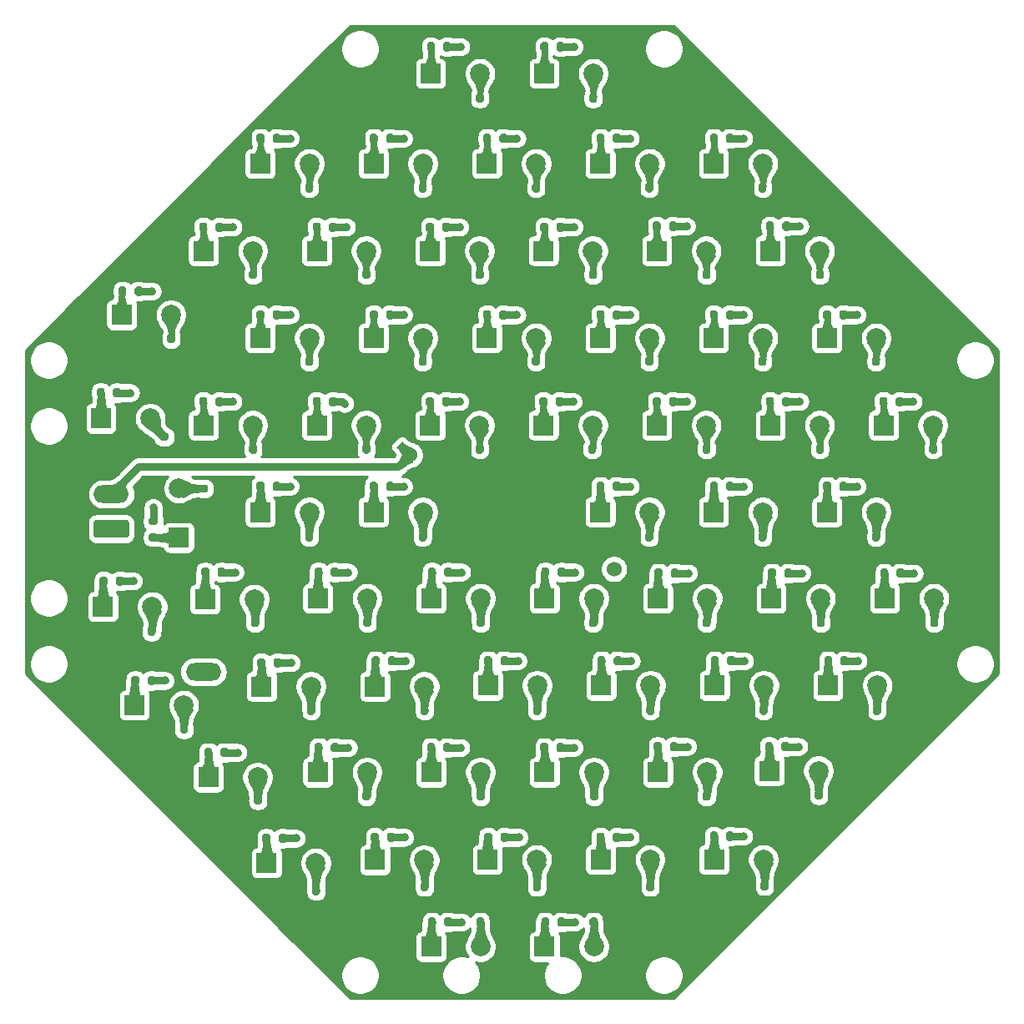
<source format=gbr>
%TF.GenerationSoftware,KiCad,Pcbnew,5.1.10*%
%TF.CreationDate,2021-07-04T18:04:24+02:00*%
%TF.ProjectId,test_10,74657374-5f31-4302-9e6b-696361645f70,0.1*%
%TF.SameCoordinates,Original*%
%TF.FileFunction,Copper,L1,Top*%
%TF.FilePolarity,Positive*%
%FSLAX46Y46*%
G04 Gerber Fmt 4.6, Leading zero omitted, Abs format (unit mm)*
G04 Created by KiCad (PCBNEW 5.1.10) date 2021-07-04 18:04:24*
%MOMM*%
%LPD*%
G01*
G04 APERTURE LIST*
%TA.AperFunction,ComponentPad*%
%ADD10C,2.000000*%
%TD*%
%TA.AperFunction,ComponentPad*%
%ADD11R,2.000000X2.000000*%
%TD*%
%TA.AperFunction,ComponentPad*%
%ADD12C,1.524000*%
%TD*%
%TA.AperFunction,ComponentPad*%
%ADD13O,3.600000X1.800000*%
%TD*%
%TA.AperFunction,ViaPad*%
%ADD14C,0.800000*%
%TD*%
%TA.AperFunction,Conductor*%
%ADD15C,0.800000*%
%TD*%
%TA.AperFunction,Conductor*%
%ADD16C,0.600000*%
%TD*%
%TA.AperFunction,Conductor*%
%ADD17C,0.254000*%
%TD*%
%TA.AperFunction,Conductor*%
%ADD18C,0.100000*%
%TD*%
%TA.AperFunction,Conductor*%
%ADD19C,0.025400*%
%TD*%
G04 APERTURE END LIST*
%TO.P,R124,2*%
%TO.N,Net-(J1-Pad1)*%
%TA.AperFunction,SMDPad,CuDef*%
G36*
G01*
X364425000Y-243625000D02*
X364975000Y-243625000D01*
G75*
G02*
X365175000Y-243825000I0J-200000D01*
G01*
X365175000Y-244225000D01*
G75*
G02*
X364975000Y-244425000I-200000J0D01*
G01*
X364425000Y-244425000D01*
G75*
G02*
X364225000Y-244225000I0J200000D01*
G01*
X364225000Y-243825000D01*
G75*
G02*
X364425000Y-243625000I200000J0D01*
G01*
G37*
%TD.AperFunction*%
%TO.P,R124,1*%
%TO.N,Net-(LS62-Pad2)*%
%TA.AperFunction,SMDPad,CuDef*%
G36*
G01*
X364425000Y-241975000D02*
X364975000Y-241975000D01*
G75*
G02*
X365175000Y-242175000I0J-200000D01*
G01*
X365175000Y-242575000D01*
G75*
G02*
X364975000Y-242775000I-200000J0D01*
G01*
X364425000Y-242775000D01*
G75*
G02*
X364225000Y-242575000I0J200000D01*
G01*
X364225000Y-242175000D01*
G75*
G02*
X364425000Y-241975000I200000J0D01*
G01*
G37*
%TD.AperFunction*%
%TD*%
%TO.P,R123,2*%
%TO.N,Net-(J1-Pad1)*%
%TA.AperFunction,SMDPad,CuDef*%
G36*
G01*
X409525000Y-291875000D02*
X409525000Y-291325000D01*
G75*
G02*
X409725000Y-291125000I200000J0D01*
G01*
X410125000Y-291125000D01*
G75*
G02*
X410325000Y-291325000I0J-200000D01*
G01*
X410325000Y-291875000D01*
G75*
G02*
X410125000Y-292075000I-200000J0D01*
G01*
X409725000Y-292075000D01*
G75*
G02*
X409525000Y-291875000I0J200000D01*
G01*
G37*
%TD.AperFunction*%
%TO.P,R123,1*%
%TO.N,Net-(LS61-Pad2)*%
%TA.AperFunction,SMDPad,CuDef*%
G36*
G01*
X407875000Y-291875000D02*
X407875000Y-291325000D01*
G75*
G02*
X408075000Y-291125000I200000J0D01*
G01*
X408475000Y-291125000D01*
G75*
G02*
X408675000Y-291325000I0J-200000D01*
G01*
X408675000Y-291875000D01*
G75*
G02*
X408475000Y-292075000I-200000J0D01*
G01*
X408075000Y-292075000D01*
G75*
G02*
X407875000Y-291875000I0J200000D01*
G01*
G37*
%TD.AperFunction*%
%TD*%
%TO.P,R122,2*%
%TO.N,Net-(J1-Pad1)*%
%TA.AperFunction,SMDPad,CuDef*%
G36*
G01*
X398025000Y-291875000D02*
X398025000Y-291325000D01*
G75*
G02*
X398225000Y-291125000I200000J0D01*
G01*
X398625000Y-291125000D01*
G75*
G02*
X398825000Y-291325000I0J-200000D01*
G01*
X398825000Y-291875000D01*
G75*
G02*
X398625000Y-292075000I-200000J0D01*
G01*
X398225000Y-292075000D01*
G75*
G02*
X398025000Y-291875000I0J200000D01*
G01*
G37*
%TD.AperFunction*%
%TO.P,R122,1*%
%TO.N,Net-(LS60-Pad2)*%
%TA.AperFunction,SMDPad,CuDef*%
G36*
G01*
X396375000Y-291875000D02*
X396375000Y-291325000D01*
G75*
G02*
X396575000Y-291125000I200000J0D01*
G01*
X396975000Y-291125000D01*
G75*
G02*
X397175000Y-291325000I0J-200000D01*
G01*
X397175000Y-291875000D01*
G75*
G02*
X396975000Y-292075000I-200000J0D01*
G01*
X396575000Y-292075000D01*
G75*
G02*
X396375000Y-291875000I0J200000D01*
G01*
G37*
%TD.AperFunction*%
%TD*%
%TO.P,R121,2*%
%TO.N,Net-(J1-Pad2)*%
%TA.AperFunction,SMDPad,CuDef*%
G36*
G01*
X359525000Y-238175000D02*
X359525000Y-237625000D01*
G75*
G02*
X359725000Y-237425000I200000J0D01*
G01*
X360125000Y-237425000D01*
G75*
G02*
X360325000Y-237625000I0J-200000D01*
G01*
X360325000Y-238175000D01*
G75*
G02*
X360125000Y-238375000I-200000J0D01*
G01*
X359725000Y-238375000D01*
G75*
G02*
X359525000Y-238175000I0J200000D01*
G01*
G37*
%TD.AperFunction*%
%TO.P,R121,1*%
%TO.N,Net-(LS62-Pad1)*%
%TA.AperFunction,SMDPad,CuDef*%
G36*
G01*
X357875000Y-238175000D02*
X357875000Y-237625000D01*
G75*
G02*
X358075000Y-237425000I200000J0D01*
G01*
X358475000Y-237425000D01*
G75*
G02*
X358675000Y-237625000I0J-200000D01*
G01*
X358675000Y-238175000D01*
G75*
G02*
X358475000Y-238375000I-200000J0D01*
G01*
X358075000Y-238375000D01*
G75*
G02*
X357875000Y-238175000I0J200000D01*
G01*
G37*
%TD.AperFunction*%
%TD*%
%TO.P,R120,2*%
%TO.N,Net-(J1-Pad2)*%
%TA.AperFunction,SMDPad,CuDef*%
G36*
G01*
X404625000Y-291875000D02*
X404625000Y-291325000D01*
G75*
G02*
X404825000Y-291125000I200000J0D01*
G01*
X405225000Y-291125000D01*
G75*
G02*
X405425000Y-291325000I0J-200000D01*
G01*
X405425000Y-291875000D01*
G75*
G02*
X405225000Y-292075000I-200000J0D01*
G01*
X404825000Y-292075000D01*
G75*
G02*
X404625000Y-291875000I0J200000D01*
G01*
G37*
%TD.AperFunction*%
%TO.P,R120,1*%
%TO.N,Net-(LS61-Pad1)*%
%TA.AperFunction,SMDPad,CuDef*%
G36*
G01*
X402975000Y-291875000D02*
X402975000Y-291325000D01*
G75*
G02*
X403175000Y-291125000I200000J0D01*
G01*
X403575000Y-291125000D01*
G75*
G02*
X403775000Y-291325000I0J-200000D01*
G01*
X403775000Y-291875000D01*
G75*
G02*
X403575000Y-292075000I-200000J0D01*
G01*
X403175000Y-292075000D01*
G75*
G02*
X402975000Y-291875000I0J200000D01*
G01*
G37*
%TD.AperFunction*%
%TD*%
%TO.P,R119,2*%
%TO.N,Net-(J1-Pad2)*%
%TA.AperFunction,SMDPad,CuDef*%
G36*
G01*
X393125000Y-291875000D02*
X393125000Y-291325000D01*
G75*
G02*
X393325000Y-291125000I200000J0D01*
G01*
X393725000Y-291125000D01*
G75*
G02*
X393925000Y-291325000I0J-200000D01*
G01*
X393925000Y-291875000D01*
G75*
G02*
X393725000Y-292075000I-200000J0D01*
G01*
X393325000Y-292075000D01*
G75*
G02*
X393125000Y-291875000I0J200000D01*
G01*
G37*
%TD.AperFunction*%
%TO.P,R119,1*%
%TO.N,Net-(LS60-Pad1)*%
%TA.AperFunction,SMDPad,CuDef*%
G36*
G01*
X391475000Y-291875000D02*
X391475000Y-291325000D01*
G75*
G02*
X391675000Y-291125000I200000J0D01*
G01*
X392075000Y-291125000D01*
G75*
G02*
X392275000Y-291325000I0J-200000D01*
G01*
X392275000Y-291875000D01*
G75*
G02*
X392075000Y-292075000I-200000J0D01*
G01*
X391675000Y-292075000D01*
G75*
G02*
X391475000Y-291875000I0J200000D01*
G01*
G37*
%TD.AperFunction*%
%TD*%
D10*
%TO.P,LS62,2*%
%TO.N,Net-(LS62-Pad2)*%
X363300000Y-240500000D03*
D11*
%TO.P,LS62,1*%
%TO.N,Net-(LS62-Pad1)*%
X358300000Y-240500000D03*
%TD*%
D10*
%TO.P,LS61,2*%
%TO.N,Net-(LS61-Pad2)*%
X408300000Y-294100000D03*
D11*
%TO.P,LS61,1*%
%TO.N,Net-(LS61-Pad1)*%
X403300000Y-294100000D03*
%TD*%
D10*
%TO.P,LS60,2*%
%TO.N,Net-(LS60-Pad2)*%
X396800000Y-294100000D03*
D11*
%TO.P,LS60,1*%
%TO.N,Net-(LS60-Pad1)*%
X391800000Y-294100000D03*
%TD*%
D12*
%TO.P,D1,1*%
%TO.N,Net-(D1-Pad1)*%
X410362593Y-255788495D03*
%TO.P,D1,2*%
%TO.N,Net-(D1-Pad2)*%
X389637407Y-244211505D03*
%TD*%
D13*
%TO.P,J2,2*%
%TO.N,Net-(D1-Pad2)*%
X359350000Y-248200000D03*
%TO.P,J2,1*%
%TO.N,Net-(D1-Pad1)*%
%TA.AperFunction,ComponentPad*%
G36*
G01*
X360900000Y-252600000D02*
X357800000Y-252600000D01*
G75*
G02*
X357550000Y-252350000I0J250000D01*
G01*
X357550000Y-251050000D01*
G75*
G02*
X357800000Y-250800000I250000J0D01*
G01*
X360900000Y-250800000D01*
G75*
G02*
X361150000Y-251050000I0J-250000D01*
G01*
X361150000Y-252350000D01*
G75*
G02*
X360900000Y-252600000I-250000J0D01*
G01*
G37*
%TD.AperFunction*%
%TD*%
D10*
%TO.P,LS59,2*%
%TO.N,Net-(LS59-Pad2)*%
X380100000Y-285600000D03*
D11*
%TO.P,LS59,1*%
%TO.N,Net-(LS59-Pad1)*%
X375100000Y-285600000D03*
%TD*%
D10*
%TO.P,LS58,2*%
%TO.N,Net-(LS58-Pad2)*%
X391100000Y-285300000D03*
D11*
%TO.P,LS58,1*%
%TO.N,Net-(LS58-Pad1)*%
X386100000Y-285300000D03*
%TD*%
D10*
%TO.P,LS32,2*%
%TO.N,Net-(LS32-Pad2)*%
X431300000Y-258750000D03*
D11*
%TO.P,LS32,1*%
%TO.N,Net-(LS32-Pad1)*%
X426300000Y-258750000D03*
%TD*%
D10*
%TO.P,LS56,2*%
%TO.N,Net-(LS56-Pad2)*%
X425550000Y-267600000D03*
D11*
%TO.P,LS56,1*%
%TO.N,Net-(LS56-Pad1)*%
X420550000Y-267600000D03*
%TD*%
D10*
%TO.P,LS57,2*%
%TO.N,Net-(LS57-Pad2)*%
X396800000Y-276400000D03*
D11*
%TO.P,LS57,1*%
%TO.N,Net-(LS57-Pad1)*%
X391800000Y-276400000D03*
%TD*%
D10*
%TO.P,LS55,2*%
%TO.N,Net-(LS55-Pad2)*%
X431200000Y-241200000D03*
D11*
%TO.P,LS55,1*%
%TO.N,Net-(LS55-Pad1)*%
X426200000Y-241200000D03*
%TD*%
D10*
%TO.P,LS54,2*%
%TO.N,Net-(LS54-Pad2)*%
X425450000Y-250000000D03*
D11*
%TO.P,LS54,1*%
%TO.N,Net-(LS54-Pad1)*%
X420450000Y-250000000D03*
%TD*%
D10*
%TO.P,LS53,2*%
%TO.N,Net-(LS53-Pad2)*%
X419800000Y-258750000D03*
D11*
%TO.P,LS53,1*%
%TO.N,Net-(LS53-Pad1)*%
X414800000Y-258750000D03*
%TD*%
D10*
%TO.P,LS52,2*%
%TO.N,Net-(LS52-Pad2)*%
X414050000Y-267600000D03*
D11*
%TO.P,LS52,1*%
%TO.N,Net-(LS52-Pad1)*%
X409050000Y-267600000D03*
%TD*%
D10*
%TO.P,LS51,2*%
%TO.N,Net-(LS51-Pad2)*%
X436950000Y-250000000D03*
D11*
%TO.P,LS51,1*%
%TO.N,Net-(LS51-Pad1)*%
X431950000Y-250000000D03*
%TD*%
D10*
%TO.P,LS50,2*%
%TO.N,Net-(LS50-Pad2)*%
X396750000Y-205500000D03*
D11*
%TO.P,LS50,1*%
%TO.N,Net-(LS50-Pad1)*%
X391750000Y-205500000D03*
%TD*%
D10*
%TO.P,LS49,2*%
%TO.N,Net-(LS49-Pad2)*%
X390950000Y-232350000D03*
D11*
%TO.P,LS49,1*%
%TO.N,Net-(LS49-Pad1)*%
X385950000Y-232350000D03*
%TD*%
D10*
%TO.P,LS48,2*%
%TO.N,Net-(LS48-Pad2)*%
X396700000Y-223500000D03*
D11*
%TO.P,LS48,1*%
%TO.N,Net-(LS48-Pad1)*%
X391700000Y-223500000D03*
%TD*%
D10*
%TO.P,LS47,2*%
%TO.N,Net-(LS47-Pad2)*%
X413950000Y-214650000D03*
D11*
%TO.P,LS47,1*%
%TO.N,Net-(LS47-Pad1)*%
X408950000Y-214650000D03*
%TD*%
D10*
%TO.P,LS46,2*%
%TO.N,Net-(LS46-Pad2)*%
X366700000Y-269600000D03*
D11*
%TO.P,LS46,1*%
%TO.N,Net-(LS46-Pad1)*%
X361700000Y-269600000D03*
%TD*%
D10*
%TO.P,LS45,2*%
%TO.N,Net-(LS45-Pad2)*%
X379450000Y-250000000D03*
D11*
%TO.P,LS45,1*%
%TO.N,Net-(LS45-Pad1)*%
X374450000Y-250000000D03*
%TD*%
D10*
%TO.P,LS44,2*%
%TO.N,Net-(LS44-Pad2)*%
X385200000Y-241200000D03*
D11*
%TO.P,LS44,1*%
%TO.N,Net-(LS44-Pad1)*%
X380200000Y-241200000D03*
%TD*%
D10*
%TO.P,LS43,2*%
%TO.N,Net-(LS43-Pad2)*%
X402450000Y-232350000D03*
D11*
%TO.P,LS43,1*%
%TO.N,Net-(LS43-Pad1)*%
X397450000Y-232350000D03*
%TD*%
D10*
%TO.P,LS42,2*%
%TO.N,Net-(LS42-Pad2)*%
X408200000Y-223500000D03*
D11*
%TO.P,LS42,1*%
%TO.N,Net-(LS42-Pad1)*%
X403200000Y-223500000D03*
%TD*%
D10*
%TO.P,LS41,2*%
%TO.N,Net-(LS41-Pad2)*%
X425450000Y-214650000D03*
D11*
%TO.P,LS41,1*%
%TO.N,Net-(LS41-Pad1)*%
X420450000Y-214650000D03*
%TD*%
D10*
%TO.P,LS19,2*%
%TO.N,Net-(LS19-Pad2)*%
X408200000Y-241200000D03*
D11*
%TO.P,LS19,1*%
%TO.N,Net-(LS19-Pad1)*%
X403200000Y-241200000D03*
%TD*%
D10*
%TO.P,LS10,2*%
%TO.N,Net-(LS10-Pad2)*%
X419800000Y-276400000D03*
D11*
%TO.P,LS10,1*%
%TO.N,Net-(LS10-Pad1)*%
X414800000Y-276400000D03*
%TD*%
D10*
%TO.P,LS38,2*%
%TO.N,Net-(LS38-Pad2)*%
X373850000Y-258850000D03*
D11*
%TO.P,LS38,1*%
%TO.N,Net-(LS38-Pad1)*%
X368850000Y-258850000D03*
%TD*%
D10*
%TO.P,LS37,2*%
%TO.N,Net-(LS37-Pad2)*%
X402500000Y-285250000D03*
D11*
%TO.P,LS37,1*%
%TO.N,Net-(LS37-Pad1)*%
X397500000Y-285250000D03*
%TD*%
D10*
%TO.P,LS31,2*%
%TO.N,Net-(LS31-Pad2)*%
X391100000Y-267700000D03*
D11*
%TO.P,LS31,1*%
%TO.N,Net-(LS31-Pad1)*%
X386100000Y-267700000D03*
%TD*%
D10*
%TO.P,LS40,2*%
%TO.N,Net-(LS40-Pad2)*%
X385300000Y-276400000D03*
D11*
%TO.P,LS40,1*%
%TO.N,Net-(LS40-Pad1)*%
X380300000Y-276400000D03*
%TD*%
D10*
%TO.P,LS39,2*%
%TO.N,Net-(LS39-Pad2)*%
X442700000Y-241200000D03*
D11*
%TO.P,LS39,1*%
%TO.N,Net-(LS39-Pad1)*%
X437700000Y-241200000D03*
%TD*%
D10*
%TO.P,LS36,2*%
%TO.N,Net-(LS36-Pad2)*%
X408300000Y-276400000D03*
D11*
%TO.P,LS36,1*%
%TO.N,Net-(LS36-Pad1)*%
X403300000Y-276400000D03*
%TD*%
D10*
%TO.P,LS35,2*%
%TO.N,Net-(LS35-Pad2)*%
X437050000Y-267600000D03*
D11*
%TO.P,LS35,1*%
%TO.N,Net-(LS35-Pad1)*%
X432050000Y-267600000D03*
%TD*%
D10*
%TO.P,LS34,2*%
%TO.N,Net-(LS34-Pad2)*%
X442800000Y-258750000D03*
D11*
%TO.P,LS34,1*%
%TO.N,Net-(LS34-Pad1)*%
X437800000Y-258750000D03*
%TD*%
D10*
%TO.P,LS33,2*%
%TO.N,Net-(LS33-Pad2)*%
X431100000Y-276250000D03*
D11*
%TO.P,LS33,1*%
%TO.N,Net-(LS33-Pad1)*%
X426100000Y-276250000D03*
%TD*%
D10*
%TO.P,LS20,2*%
%TO.N,Net-(LS20-Pad2)*%
X373700000Y-241200000D03*
D11*
%TO.P,LS20,1*%
%TO.N,Net-(LS20-Pad1)*%
X368700000Y-241200000D03*
%TD*%
D10*
%TO.P,LS18,2*%
%TO.N,Net-(LS18-Pad2)*%
X436950000Y-232350000D03*
D11*
%TO.P,LS18,1*%
%TO.N,Net-(LS18-Pad1)*%
X431950000Y-232350000D03*
%TD*%
D10*
%TO.P,LS17,2*%
%TO.N,Net-(LS17-Pad2)*%
X419700000Y-241200000D03*
D11*
%TO.P,LS17,1*%
%TO.N,Net-(LS17-Pad1)*%
X414700000Y-241200000D03*
%TD*%
D10*
%TO.P,LS16,2*%
%TO.N,Net-(LS16-Pad2)*%
X413950000Y-250000000D03*
D11*
%TO.P,LS16,1*%
%TO.N,Net-(LS16-Pad1)*%
X408950000Y-250000000D03*
%TD*%
D10*
%TO.P,LS15,2*%
%TO.N,Net-(LS15-Pad2)*%
X408300000Y-258750000D03*
D11*
%TO.P,LS15,1*%
%TO.N,Net-(LS15-Pad1)*%
X403300000Y-258750000D03*
%TD*%
D10*
%TO.P,LS14,2*%
%TO.N,Net-(LS14-Pad2)*%
X402550000Y-267600000D03*
D11*
%TO.P,LS14,1*%
%TO.N,Net-(LS14-Pad1)*%
X397550000Y-267600000D03*
%TD*%
D10*
%TO.P,LS13,2*%
%TO.N,Net-(LS13-Pad2)*%
X408250000Y-205500000D03*
D11*
%TO.P,LS13,1*%
%TO.N,Net-(LS13-Pad1)*%
X403250000Y-205500000D03*
%TD*%
D10*
%TO.P,LS12,2*%
%TO.N,Net-(LS12-Pad2)*%
X431200000Y-223500000D03*
D11*
%TO.P,LS12,1*%
%TO.N,Net-(LS12-Pad1)*%
X426200000Y-223500000D03*
%TD*%
D10*
%TO.P,LS11,2*%
%TO.N,Net-(LS11-Pad2)*%
X425450000Y-232350000D03*
D11*
%TO.P,LS11,1*%
%TO.N,Net-(LS11-Pad1)*%
X420450000Y-232350000D03*
%TD*%
D10*
%TO.P,LS30,2*%
%TO.N,Net-(LS30-Pad2)*%
X414000000Y-285250000D03*
D11*
%TO.P,LS30,1*%
%TO.N,Net-(LS30-Pad1)*%
X409000000Y-285250000D03*
%TD*%
D10*
%TO.P,LS29,2*%
%TO.N,Net-(LS29-Pad2)*%
X363500000Y-259600000D03*
D11*
%TO.P,LS29,1*%
%TO.N,Net-(LS29-Pad1)*%
X358500000Y-259600000D03*
%TD*%
D10*
%TO.P,LS28,2*%
%TO.N,Net-(LS28-Pad2)*%
X396800000Y-258750000D03*
D11*
%TO.P,LS28,1*%
%TO.N,Net-(LS28-Pad1)*%
X391800000Y-258750000D03*
%TD*%
D10*
%TO.P,LS27,2*%
%TO.N,Net-(LS27-Pad2)*%
X379600000Y-267700000D03*
D11*
%TO.P,LS27,1*%
%TO.N,Net-(LS27-Pad1)*%
X374600000Y-267700000D03*
%TD*%
D10*
%TO.P,LS26,2*%
%TO.N,Net-(LS26-Pad2)*%
X366200000Y-247600000D03*
D11*
%TO.P,LS26,1*%
%TO.N,Net-(LS26-Pad1)*%
X366200000Y-252600000D03*
%TD*%
D10*
%TO.P,LS25,2*%
%TO.N,Net-(LS25-Pad2)*%
X419700000Y-223500000D03*
D11*
%TO.P,LS25,1*%
%TO.N,Net-(LS25-Pad1)*%
X414700000Y-223500000D03*
%TD*%
D10*
%TO.P,LS24,2*%
%TO.N,Net-(LS24-Pad2)*%
X413950000Y-232350000D03*
D11*
%TO.P,LS24,1*%
%TO.N,Net-(LS24-Pad1)*%
X408950000Y-232350000D03*
%TD*%
D10*
%TO.P,LS23,2*%
%TO.N,Net-(LS23-Pad2)*%
X396700000Y-241200000D03*
D11*
%TO.P,LS23,1*%
%TO.N,Net-(LS23-Pad1)*%
X391700000Y-241200000D03*
%TD*%
D10*
%TO.P,LS22,2*%
%TO.N,Net-(LS22-Pad2)*%
X390950000Y-250000000D03*
D11*
%TO.P,LS22,1*%
%TO.N,Net-(LS22-Pad1)*%
X385950000Y-250000000D03*
%TD*%
D10*
%TO.P,LS21,2*%
%TO.N,Net-(LS21-Pad2)*%
X385300000Y-258750000D03*
D11*
%TO.P,LS21,1*%
%TO.N,Net-(LS21-Pad1)*%
X380300000Y-258750000D03*
%TD*%
D10*
%TO.P,LS9,2*%
%TO.N,Net-(LS9-Pad2)*%
X379450000Y-214650000D03*
D11*
%TO.P,LS9,1*%
%TO.N,Net-(LS9-Pad1)*%
X374450000Y-214650000D03*
%TD*%
D10*
%TO.P,LS8,2*%
%TO.N,Net-(LS8-Pad2)*%
X365400000Y-230000000D03*
D11*
%TO.P,LS8,1*%
%TO.N,Net-(LS8-Pad1)*%
X360400000Y-230000000D03*
%TD*%
D10*
%TO.P,LS7,2*%
%TO.N,Net-(LS7-Pad2)*%
X373700000Y-223500000D03*
D11*
%TO.P,LS7,1*%
%TO.N,Net-(LS7-Pad1)*%
X368700000Y-223500000D03*
%TD*%
D10*
%TO.P,LS6,2*%
%TO.N,Net-(LS6-Pad2)*%
X390950000Y-214650000D03*
D11*
%TO.P,LS6,1*%
%TO.N,Net-(LS6-Pad1)*%
X385950000Y-214650000D03*
%TD*%
D10*
%TO.P,LS5,2*%
%TO.N,Net-(LS5-Pad2)*%
X425500000Y-285250000D03*
D11*
%TO.P,LS5,1*%
%TO.N,Net-(LS5-Pad1)*%
X420500000Y-285250000D03*
%TD*%
D10*
%TO.P,LS4,2*%
%TO.N,Net-(LS4-Pad2)*%
X379450000Y-232350000D03*
D11*
%TO.P,LS4,1*%
%TO.N,Net-(LS4-Pad1)*%
X374450000Y-232350000D03*
%TD*%
D10*
%TO.P,LS3,2*%
%TO.N,Net-(LS3-Pad2)*%
X385200000Y-223500000D03*
D11*
%TO.P,LS3,1*%
%TO.N,Net-(LS3-Pad1)*%
X380200000Y-223500000D03*
%TD*%
D10*
%TO.P,LS2,2*%
%TO.N,Net-(LS2-Pad2)*%
X402450000Y-214650000D03*
D11*
%TO.P,LS2,1*%
%TO.N,Net-(LS2-Pad1)*%
X397450000Y-214650000D03*
%TD*%
D10*
%TO.P,LS1,2*%
%TO.N,Net-(LS1-Pad2)*%
X374200000Y-276900000D03*
D11*
%TO.P,LS1,1*%
%TO.N,Net-(LS1-Pad1)*%
X369200000Y-276900000D03*
%TD*%
%TO.P,R118,2*%
%TO.N,Net-(J1-Pad1)*%
%TA.AperFunction,SMDPad,CuDef*%
G36*
G01*
X378875000Y-288125000D02*
X378875000Y-288675000D01*
G75*
G02*
X378675000Y-288875000I-200000J0D01*
G01*
X378275000Y-288875000D01*
G75*
G02*
X378075000Y-288675000I0J200000D01*
G01*
X378075000Y-288125000D01*
G75*
G02*
X378275000Y-287925000I200000J0D01*
G01*
X378675000Y-287925000D01*
G75*
G02*
X378875000Y-288125000I0J-200000D01*
G01*
G37*
%TD.AperFunction*%
%TO.P,R118,1*%
%TO.N,Net-(LS59-Pad2)*%
%TA.AperFunction,SMDPad,CuDef*%
G36*
G01*
X380525000Y-288125000D02*
X380525000Y-288675000D01*
G75*
G02*
X380325000Y-288875000I-200000J0D01*
G01*
X379925000Y-288875000D01*
G75*
G02*
X379725000Y-288675000I0J200000D01*
G01*
X379725000Y-288125000D01*
G75*
G02*
X379925000Y-287925000I200000J0D01*
G01*
X380325000Y-287925000D01*
G75*
G02*
X380525000Y-288125000I0J-200000D01*
G01*
G37*
%TD.AperFunction*%
%TD*%
%TO.P,R109,2*%
%TO.N,Net-(J1-Pad2)*%
%TA.AperFunction,SMDPad,CuDef*%
G36*
G01*
X376325000Y-283375000D02*
X376325000Y-282825000D01*
G75*
G02*
X376525000Y-282625000I200000J0D01*
G01*
X376925000Y-282625000D01*
G75*
G02*
X377125000Y-282825000I0J-200000D01*
G01*
X377125000Y-283375000D01*
G75*
G02*
X376925000Y-283575000I-200000J0D01*
G01*
X376525000Y-283575000D01*
G75*
G02*
X376325000Y-283375000I0J200000D01*
G01*
G37*
%TD.AperFunction*%
%TO.P,R109,1*%
%TO.N,Net-(LS59-Pad1)*%
%TA.AperFunction,SMDPad,CuDef*%
G36*
G01*
X374675000Y-283375000D02*
X374675000Y-282825000D01*
G75*
G02*
X374875000Y-282625000I200000J0D01*
G01*
X375275000Y-282625000D01*
G75*
G02*
X375475000Y-282825000I0J-200000D01*
G01*
X375475000Y-283375000D01*
G75*
G02*
X375275000Y-283575000I-200000J0D01*
G01*
X374875000Y-283575000D01*
G75*
G02*
X374675000Y-283375000I0J200000D01*
G01*
G37*
%TD.AperFunction*%
%TD*%
%TO.P,R117,2*%
%TO.N,Net-(J1-Pad1)*%
%TA.AperFunction,SMDPad,CuDef*%
G36*
G01*
X389875000Y-287725000D02*
X389875000Y-288275000D01*
G75*
G02*
X389675000Y-288475000I-200000J0D01*
G01*
X389275000Y-288475000D01*
G75*
G02*
X389075000Y-288275000I0J200000D01*
G01*
X389075000Y-287725000D01*
G75*
G02*
X389275000Y-287525000I200000J0D01*
G01*
X389675000Y-287525000D01*
G75*
G02*
X389875000Y-287725000I0J-200000D01*
G01*
G37*
%TD.AperFunction*%
%TO.P,R117,1*%
%TO.N,Net-(LS58-Pad2)*%
%TA.AperFunction,SMDPad,CuDef*%
G36*
G01*
X391525000Y-287725000D02*
X391525000Y-288275000D01*
G75*
G02*
X391325000Y-288475000I-200000J0D01*
G01*
X390925000Y-288475000D01*
G75*
G02*
X390725000Y-288275000I0J200000D01*
G01*
X390725000Y-287725000D01*
G75*
G02*
X390925000Y-287525000I200000J0D01*
G01*
X391325000Y-287525000D01*
G75*
G02*
X391525000Y-287725000I0J-200000D01*
G01*
G37*
%TD.AperFunction*%
%TD*%
%TO.P,R108,2*%
%TO.N,Net-(J1-Pad2)*%
%TA.AperFunction,SMDPad,CuDef*%
G36*
G01*
X387325000Y-283275000D02*
X387325000Y-282725000D01*
G75*
G02*
X387525000Y-282525000I200000J0D01*
G01*
X387925000Y-282525000D01*
G75*
G02*
X388125000Y-282725000I0J-200000D01*
G01*
X388125000Y-283275000D01*
G75*
G02*
X387925000Y-283475000I-200000J0D01*
G01*
X387525000Y-283475000D01*
G75*
G02*
X387325000Y-283275000I0J200000D01*
G01*
G37*
%TD.AperFunction*%
%TO.P,R108,1*%
%TO.N,Net-(LS58-Pad1)*%
%TA.AperFunction,SMDPad,CuDef*%
G36*
G01*
X385675000Y-283275000D02*
X385675000Y-282725000D01*
G75*
G02*
X385875000Y-282525000I200000J0D01*
G01*
X386275000Y-282525000D01*
G75*
G02*
X386475000Y-282725000I0J-200000D01*
G01*
X386475000Y-283275000D01*
G75*
G02*
X386275000Y-283475000I-200000J0D01*
G01*
X385875000Y-283475000D01*
G75*
G02*
X385675000Y-283275000I0J200000D01*
G01*
G37*
%TD.AperFunction*%
%TD*%
%TO.P,R116,2*%
%TO.N,Net-(J1-Pad1)*%
%TA.AperFunction,SMDPad,CuDef*%
G36*
G01*
X395575000Y-278525000D02*
X395575000Y-279075000D01*
G75*
G02*
X395375000Y-279275000I-200000J0D01*
G01*
X394975000Y-279275000D01*
G75*
G02*
X394775000Y-279075000I0J200000D01*
G01*
X394775000Y-278525000D01*
G75*
G02*
X394975000Y-278325000I200000J0D01*
G01*
X395375000Y-278325000D01*
G75*
G02*
X395575000Y-278525000I0J-200000D01*
G01*
G37*
%TD.AperFunction*%
%TO.P,R116,1*%
%TO.N,Net-(LS57-Pad2)*%
%TA.AperFunction,SMDPad,CuDef*%
G36*
G01*
X397225000Y-278525000D02*
X397225000Y-279075000D01*
G75*
G02*
X397025000Y-279275000I-200000J0D01*
G01*
X396625000Y-279275000D01*
G75*
G02*
X396425000Y-279075000I0J200000D01*
G01*
X396425000Y-278525000D01*
G75*
G02*
X396625000Y-278325000I200000J0D01*
G01*
X397025000Y-278325000D01*
G75*
G02*
X397225000Y-278525000I0J-200000D01*
G01*
G37*
%TD.AperFunction*%
%TD*%
%TO.P,R115,2*%
%TO.N,Net-(J1-Pad1)*%
%TA.AperFunction,SMDPad,CuDef*%
G36*
G01*
X424275000Y-269825000D02*
X424275000Y-270375000D01*
G75*
G02*
X424075000Y-270575000I-200000J0D01*
G01*
X423675000Y-270575000D01*
G75*
G02*
X423475000Y-270375000I0J200000D01*
G01*
X423475000Y-269825000D01*
G75*
G02*
X423675000Y-269625000I200000J0D01*
G01*
X424075000Y-269625000D01*
G75*
G02*
X424275000Y-269825000I0J-200000D01*
G01*
G37*
%TD.AperFunction*%
%TO.P,R115,1*%
%TO.N,Net-(LS56-Pad2)*%
%TA.AperFunction,SMDPad,CuDef*%
G36*
G01*
X425925000Y-269825000D02*
X425925000Y-270375000D01*
G75*
G02*
X425725000Y-270575000I-200000J0D01*
G01*
X425325000Y-270575000D01*
G75*
G02*
X425125000Y-270375000I0J200000D01*
G01*
X425125000Y-269825000D01*
G75*
G02*
X425325000Y-269625000I200000J0D01*
G01*
X425725000Y-269625000D01*
G75*
G02*
X425925000Y-269825000I0J-200000D01*
G01*
G37*
%TD.AperFunction*%
%TD*%
%TO.P,R114,2*%
%TO.N,Net-(J1-Pad1)*%
%TA.AperFunction,SMDPad,CuDef*%
G36*
G01*
X429975000Y-243325000D02*
X429975000Y-243875000D01*
G75*
G02*
X429775000Y-244075000I-200000J0D01*
G01*
X429375000Y-244075000D01*
G75*
G02*
X429175000Y-243875000I0J200000D01*
G01*
X429175000Y-243325000D01*
G75*
G02*
X429375000Y-243125000I200000J0D01*
G01*
X429775000Y-243125000D01*
G75*
G02*
X429975000Y-243325000I0J-200000D01*
G01*
G37*
%TD.AperFunction*%
%TO.P,R114,1*%
%TO.N,Net-(LS55-Pad2)*%
%TA.AperFunction,SMDPad,CuDef*%
G36*
G01*
X431625000Y-243325000D02*
X431625000Y-243875000D01*
G75*
G02*
X431425000Y-244075000I-200000J0D01*
G01*
X431025000Y-244075000D01*
G75*
G02*
X430825000Y-243875000I0J200000D01*
G01*
X430825000Y-243325000D01*
G75*
G02*
X431025000Y-243125000I200000J0D01*
G01*
X431425000Y-243125000D01*
G75*
G02*
X431625000Y-243325000I0J-200000D01*
G01*
G37*
%TD.AperFunction*%
%TD*%
%TO.P,R113,2*%
%TO.N,Net-(J1-Pad1)*%
%TA.AperFunction,SMDPad,CuDef*%
G36*
G01*
X424175000Y-252225000D02*
X424175000Y-252775000D01*
G75*
G02*
X423975000Y-252975000I-200000J0D01*
G01*
X423575000Y-252975000D01*
G75*
G02*
X423375000Y-252775000I0J200000D01*
G01*
X423375000Y-252225000D01*
G75*
G02*
X423575000Y-252025000I200000J0D01*
G01*
X423975000Y-252025000D01*
G75*
G02*
X424175000Y-252225000I0J-200000D01*
G01*
G37*
%TD.AperFunction*%
%TO.P,R113,1*%
%TO.N,Net-(LS54-Pad2)*%
%TA.AperFunction,SMDPad,CuDef*%
G36*
G01*
X425825000Y-252225000D02*
X425825000Y-252775000D01*
G75*
G02*
X425625000Y-252975000I-200000J0D01*
G01*
X425225000Y-252975000D01*
G75*
G02*
X425025000Y-252775000I0J200000D01*
G01*
X425025000Y-252225000D01*
G75*
G02*
X425225000Y-252025000I200000J0D01*
G01*
X425625000Y-252025000D01*
G75*
G02*
X425825000Y-252225000I0J-200000D01*
G01*
G37*
%TD.AperFunction*%
%TD*%
%TO.P,R112,2*%
%TO.N,Net-(J1-Pad1)*%
%TA.AperFunction,SMDPad,CuDef*%
G36*
G01*
X418475000Y-260925000D02*
X418475000Y-261475000D01*
G75*
G02*
X418275000Y-261675000I-200000J0D01*
G01*
X417875000Y-261675000D01*
G75*
G02*
X417675000Y-261475000I0J200000D01*
G01*
X417675000Y-260925000D01*
G75*
G02*
X417875000Y-260725000I200000J0D01*
G01*
X418275000Y-260725000D01*
G75*
G02*
X418475000Y-260925000I0J-200000D01*
G01*
G37*
%TD.AperFunction*%
%TO.P,R112,1*%
%TO.N,Net-(LS53-Pad2)*%
%TA.AperFunction,SMDPad,CuDef*%
G36*
G01*
X420125000Y-260925000D02*
X420125000Y-261475000D01*
G75*
G02*
X419925000Y-261675000I-200000J0D01*
G01*
X419525000Y-261675000D01*
G75*
G02*
X419325000Y-261475000I0J200000D01*
G01*
X419325000Y-260925000D01*
G75*
G02*
X419525000Y-260725000I200000J0D01*
G01*
X419925000Y-260725000D01*
G75*
G02*
X420125000Y-260925000I0J-200000D01*
G01*
G37*
%TD.AperFunction*%
%TD*%
%TO.P,R111,2*%
%TO.N,Net-(J1-Pad1)*%
%TA.AperFunction,SMDPad,CuDef*%
G36*
G01*
X412775000Y-269825000D02*
X412775000Y-270375000D01*
G75*
G02*
X412575000Y-270575000I-200000J0D01*
G01*
X412175000Y-270575000D01*
G75*
G02*
X411975000Y-270375000I0J200000D01*
G01*
X411975000Y-269825000D01*
G75*
G02*
X412175000Y-269625000I200000J0D01*
G01*
X412575000Y-269625000D01*
G75*
G02*
X412775000Y-269825000I0J-200000D01*
G01*
G37*
%TD.AperFunction*%
%TO.P,R111,1*%
%TO.N,Net-(LS52-Pad2)*%
%TA.AperFunction,SMDPad,CuDef*%
G36*
G01*
X414425000Y-269825000D02*
X414425000Y-270375000D01*
G75*
G02*
X414225000Y-270575000I-200000J0D01*
G01*
X413825000Y-270575000D01*
G75*
G02*
X413625000Y-270375000I0J200000D01*
G01*
X413625000Y-269825000D01*
G75*
G02*
X413825000Y-269625000I200000J0D01*
G01*
X414225000Y-269625000D01*
G75*
G02*
X414425000Y-269825000I0J-200000D01*
G01*
G37*
%TD.AperFunction*%
%TD*%
%TO.P,R110,2*%
%TO.N,Net-(J1-Pad1)*%
%TA.AperFunction,SMDPad,CuDef*%
G36*
G01*
X435675000Y-252225000D02*
X435675000Y-252775000D01*
G75*
G02*
X435475000Y-252975000I-200000J0D01*
G01*
X435075000Y-252975000D01*
G75*
G02*
X434875000Y-252775000I0J200000D01*
G01*
X434875000Y-252225000D01*
G75*
G02*
X435075000Y-252025000I200000J0D01*
G01*
X435475000Y-252025000D01*
G75*
G02*
X435675000Y-252225000I0J-200000D01*
G01*
G37*
%TD.AperFunction*%
%TO.P,R110,1*%
%TO.N,Net-(LS51-Pad2)*%
%TA.AperFunction,SMDPad,CuDef*%
G36*
G01*
X437325000Y-252225000D02*
X437325000Y-252775000D01*
G75*
G02*
X437125000Y-252975000I-200000J0D01*
G01*
X436725000Y-252975000D01*
G75*
G02*
X436525000Y-252775000I0J200000D01*
G01*
X436525000Y-252225000D01*
G75*
G02*
X436725000Y-252025000I200000J0D01*
G01*
X437125000Y-252025000D01*
G75*
G02*
X437325000Y-252225000I0J-200000D01*
G01*
G37*
%TD.AperFunction*%
%TD*%
%TO.P,R107,2*%
%TO.N,Net-(J1-Pad2)*%
%TA.AperFunction,SMDPad,CuDef*%
G36*
G01*
X393025000Y-274175000D02*
X393025000Y-273625000D01*
G75*
G02*
X393225000Y-273425000I200000J0D01*
G01*
X393625000Y-273425000D01*
G75*
G02*
X393825000Y-273625000I0J-200000D01*
G01*
X393825000Y-274175000D01*
G75*
G02*
X393625000Y-274375000I-200000J0D01*
G01*
X393225000Y-274375000D01*
G75*
G02*
X393025000Y-274175000I0J200000D01*
G01*
G37*
%TD.AperFunction*%
%TO.P,R107,1*%
%TO.N,Net-(LS57-Pad1)*%
%TA.AperFunction,SMDPad,CuDef*%
G36*
G01*
X391375000Y-274175000D02*
X391375000Y-273625000D01*
G75*
G02*
X391575000Y-273425000I200000J0D01*
G01*
X391975000Y-273425000D01*
G75*
G02*
X392175000Y-273625000I0J-200000D01*
G01*
X392175000Y-274175000D01*
G75*
G02*
X391975000Y-274375000I-200000J0D01*
G01*
X391575000Y-274375000D01*
G75*
G02*
X391375000Y-274175000I0J200000D01*
G01*
G37*
%TD.AperFunction*%
%TD*%
%TO.P,R106,2*%
%TO.N,Net-(J1-Pad2)*%
%TA.AperFunction,SMDPad,CuDef*%
G36*
G01*
X421825000Y-265375000D02*
X421825000Y-264825000D01*
G75*
G02*
X422025000Y-264625000I200000J0D01*
G01*
X422425000Y-264625000D01*
G75*
G02*
X422625000Y-264825000I0J-200000D01*
G01*
X422625000Y-265375000D01*
G75*
G02*
X422425000Y-265575000I-200000J0D01*
G01*
X422025000Y-265575000D01*
G75*
G02*
X421825000Y-265375000I0J200000D01*
G01*
G37*
%TD.AperFunction*%
%TO.P,R106,1*%
%TO.N,Net-(LS56-Pad1)*%
%TA.AperFunction,SMDPad,CuDef*%
G36*
G01*
X420175000Y-265375000D02*
X420175000Y-264825000D01*
G75*
G02*
X420375000Y-264625000I200000J0D01*
G01*
X420775000Y-264625000D01*
G75*
G02*
X420975000Y-264825000I0J-200000D01*
G01*
X420975000Y-265375000D01*
G75*
G02*
X420775000Y-265575000I-200000J0D01*
G01*
X420375000Y-265575000D01*
G75*
G02*
X420175000Y-265375000I0J200000D01*
G01*
G37*
%TD.AperFunction*%
%TD*%
%TO.P,R105,2*%
%TO.N,Net-(J1-Pad2)*%
%TA.AperFunction,SMDPad,CuDef*%
G36*
G01*
X427425000Y-239075000D02*
X427425000Y-238525000D01*
G75*
G02*
X427625000Y-238325000I200000J0D01*
G01*
X428025000Y-238325000D01*
G75*
G02*
X428225000Y-238525000I0J-200000D01*
G01*
X428225000Y-239075000D01*
G75*
G02*
X428025000Y-239275000I-200000J0D01*
G01*
X427625000Y-239275000D01*
G75*
G02*
X427425000Y-239075000I0J200000D01*
G01*
G37*
%TD.AperFunction*%
%TO.P,R105,1*%
%TO.N,Net-(LS55-Pad1)*%
%TA.AperFunction,SMDPad,CuDef*%
G36*
G01*
X425775000Y-239075000D02*
X425775000Y-238525000D01*
G75*
G02*
X425975000Y-238325000I200000J0D01*
G01*
X426375000Y-238325000D01*
G75*
G02*
X426575000Y-238525000I0J-200000D01*
G01*
X426575000Y-239075000D01*
G75*
G02*
X426375000Y-239275000I-200000J0D01*
G01*
X425975000Y-239275000D01*
G75*
G02*
X425775000Y-239075000I0J200000D01*
G01*
G37*
%TD.AperFunction*%
%TD*%
%TO.P,R104,2*%
%TO.N,Net-(J1-Pad2)*%
%TA.AperFunction,SMDPad,CuDef*%
G36*
G01*
X421725000Y-247675000D02*
X421725000Y-247125000D01*
G75*
G02*
X421925000Y-246925000I200000J0D01*
G01*
X422325000Y-246925000D01*
G75*
G02*
X422525000Y-247125000I0J-200000D01*
G01*
X422525000Y-247675000D01*
G75*
G02*
X422325000Y-247875000I-200000J0D01*
G01*
X421925000Y-247875000D01*
G75*
G02*
X421725000Y-247675000I0J200000D01*
G01*
G37*
%TD.AperFunction*%
%TO.P,R104,1*%
%TO.N,Net-(LS54-Pad1)*%
%TA.AperFunction,SMDPad,CuDef*%
G36*
G01*
X420075000Y-247675000D02*
X420075000Y-247125000D01*
G75*
G02*
X420275000Y-246925000I200000J0D01*
G01*
X420675000Y-246925000D01*
G75*
G02*
X420875000Y-247125000I0J-200000D01*
G01*
X420875000Y-247675000D01*
G75*
G02*
X420675000Y-247875000I-200000J0D01*
G01*
X420275000Y-247875000D01*
G75*
G02*
X420075000Y-247675000I0J200000D01*
G01*
G37*
%TD.AperFunction*%
%TD*%
%TO.P,R103,2*%
%TO.N,Net-(J1-Pad2)*%
%TA.AperFunction,SMDPad,CuDef*%
G36*
G01*
X416125000Y-256475000D02*
X416125000Y-255925000D01*
G75*
G02*
X416325000Y-255725000I200000J0D01*
G01*
X416725000Y-255725000D01*
G75*
G02*
X416925000Y-255925000I0J-200000D01*
G01*
X416925000Y-256475000D01*
G75*
G02*
X416725000Y-256675000I-200000J0D01*
G01*
X416325000Y-256675000D01*
G75*
G02*
X416125000Y-256475000I0J200000D01*
G01*
G37*
%TD.AperFunction*%
%TO.P,R103,1*%
%TO.N,Net-(LS53-Pad1)*%
%TA.AperFunction,SMDPad,CuDef*%
G36*
G01*
X414475000Y-256475000D02*
X414475000Y-255925000D01*
G75*
G02*
X414675000Y-255725000I200000J0D01*
G01*
X415075000Y-255725000D01*
G75*
G02*
X415275000Y-255925000I0J-200000D01*
G01*
X415275000Y-256475000D01*
G75*
G02*
X415075000Y-256675000I-200000J0D01*
G01*
X414675000Y-256675000D01*
G75*
G02*
X414475000Y-256475000I0J200000D01*
G01*
G37*
%TD.AperFunction*%
%TD*%
%TO.P,R102,2*%
%TO.N,Net-(J1-Pad2)*%
%TA.AperFunction,SMDPad,CuDef*%
G36*
G01*
X410325000Y-265375000D02*
X410325000Y-264825000D01*
G75*
G02*
X410525000Y-264625000I200000J0D01*
G01*
X410925000Y-264625000D01*
G75*
G02*
X411125000Y-264825000I0J-200000D01*
G01*
X411125000Y-265375000D01*
G75*
G02*
X410925000Y-265575000I-200000J0D01*
G01*
X410525000Y-265575000D01*
G75*
G02*
X410325000Y-265375000I0J200000D01*
G01*
G37*
%TD.AperFunction*%
%TO.P,R102,1*%
%TO.N,Net-(LS52-Pad1)*%
%TA.AperFunction,SMDPad,CuDef*%
G36*
G01*
X408675000Y-265375000D02*
X408675000Y-264825000D01*
G75*
G02*
X408875000Y-264625000I200000J0D01*
G01*
X409275000Y-264625000D01*
G75*
G02*
X409475000Y-264825000I0J-200000D01*
G01*
X409475000Y-265375000D01*
G75*
G02*
X409275000Y-265575000I-200000J0D01*
G01*
X408875000Y-265575000D01*
G75*
G02*
X408675000Y-265375000I0J200000D01*
G01*
G37*
%TD.AperFunction*%
%TD*%
%TO.P,R101,2*%
%TO.N,Net-(J1-Pad2)*%
%TA.AperFunction,SMDPad,CuDef*%
G36*
G01*
X433225000Y-247675000D02*
X433225000Y-247125000D01*
G75*
G02*
X433425000Y-246925000I200000J0D01*
G01*
X433825000Y-246925000D01*
G75*
G02*
X434025000Y-247125000I0J-200000D01*
G01*
X434025000Y-247675000D01*
G75*
G02*
X433825000Y-247875000I-200000J0D01*
G01*
X433425000Y-247875000D01*
G75*
G02*
X433225000Y-247675000I0J200000D01*
G01*
G37*
%TD.AperFunction*%
%TO.P,R101,1*%
%TO.N,Net-(LS51-Pad1)*%
%TA.AperFunction,SMDPad,CuDef*%
G36*
G01*
X431575000Y-247675000D02*
X431575000Y-247125000D01*
G75*
G02*
X431775000Y-246925000I200000J0D01*
G01*
X432175000Y-246925000D01*
G75*
G02*
X432375000Y-247125000I0J-200000D01*
G01*
X432375000Y-247675000D01*
G75*
G02*
X432175000Y-247875000I-200000J0D01*
G01*
X431775000Y-247875000D01*
G75*
G02*
X431575000Y-247675000I0J200000D01*
G01*
G37*
%TD.AperFunction*%
%TD*%
%TO.P,R100,2*%
%TO.N,Net-(J1-Pad1)*%
%TA.AperFunction,SMDPad,CuDef*%
G36*
G01*
X395475000Y-207725000D02*
X395475000Y-208275000D01*
G75*
G02*
X395275000Y-208475000I-200000J0D01*
G01*
X394875000Y-208475000D01*
G75*
G02*
X394675000Y-208275000I0J200000D01*
G01*
X394675000Y-207725000D01*
G75*
G02*
X394875000Y-207525000I200000J0D01*
G01*
X395275000Y-207525000D01*
G75*
G02*
X395475000Y-207725000I0J-200000D01*
G01*
G37*
%TD.AperFunction*%
%TO.P,R100,1*%
%TO.N,Net-(LS50-Pad2)*%
%TA.AperFunction,SMDPad,CuDef*%
G36*
G01*
X397125000Y-207725000D02*
X397125000Y-208275000D01*
G75*
G02*
X396925000Y-208475000I-200000J0D01*
G01*
X396525000Y-208475000D01*
G75*
G02*
X396325000Y-208275000I0J200000D01*
G01*
X396325000Y-207725000D01*
G75*
G02*
X396525000Y-207525000I200000J0D01*
G01*
X396925000Y-207525000D01*
G75*
G02*
X397125000Y-207725000I0J-200000D01*
G01*
G37*
%TD.AperFunction*%
%TD*%
%TO.P,R99,2*%
%TO.N,Net-(J1-Pad1)*%
%TA.AperFunction,SMDPad,CuDef*%
G36*
G01*
X389675000Y-234425000D02*
X389675000Y-234975000D01*
G75*
G02*
X389475000Y-235175000I-200000J0D01*
G01*
X389075000Y-235175000D01*
G75*
G02*
X388875000Y-234975000I0J200000D01*
G01*
X388875000Y-234425000D01*
G75*
G02*
X389075000Y-234225000I200000J0D01*
G01*
X389475000Y-234225000D01*
G75*
G02*
X389675000Y-234425000I0J-200000D01*
G01*
G37*
%TD.AperFunction*%
%TO.P,R99,1*%
%TO.N,Net-(LS49-Pad2)*%
%TA.AperFunction,SMDPad,CuDef*%
G36*
G01*
X391325000Y-234425000D02*
X391325000Y-234975000D01*
G75*
G02*
X391125000Y-235175000I-200000J0D01*
G01*
X390725000Y-235175000D01*
G75*
G02*
X390525000Y-234975000I0J200000D01*
G01*
X390525000Y-234425000D01*
G75*
G02*
X390725000Y-234225000I200000J0D01*
G01*
X391125000Y-234225000D01*
G75*
G02*
X391325000Y-234425000I0J-200000D01*
G01*
G37*
%TD.AperFunction*%
%TD*%
%TO.P,R98,2*%
%TO.N,Net-(J1-Pad1)*%
%TA.AperFunction,SMDPad,CuDef*%
G36*
G01*
X395475000Y-225625000D02*
X395475000Y-226175000D01*
G75*
G02*
X395275000Y-226375000I-200000J0D01*
G01*
X394875000Y-226375000D01*
G75*
G02*
X394675000Y-226175000I0J200000D01*
G01*
X394675000Y-225625000D01*
G75*
G02*
X394875000Y-225425000I200000J0D01*
G01*
X395275000Y-225425000D01*
G75*
G02*
X395475000Y-225625000I0J-200000D01*
G01*
G37*
%TD.AperFunction*%
%TO.P,R98,1*%
%TO.N,Net-(LS48-Pad2)*%
%TA.AperFunction,SMDPad,CuDef*%
G36*
G01*
X397125000Y-225625000D02*
X397125000Y-226175000D01*
G75*
G02*
X396925000Y-226375000I-200000J0D01*
G01*
X396525000Y-226375000D01*
G75*
G02*
X396325000Y-226175000I0J200000D01*
G01*
X396325000Y-225625000D01*
G75*
G02*
X396525000Y-225425000I200000J0D01*
G01*
X396925000Y-225425000D01*
G75*
G02*
X397125000Y-225625000I0J-200000D01*
G01*
G37*
%TD.AperFunction*%
%TD*%
%TO.P,R97,2*%
%TO.N,Net-(J1-Pad1)*%
%TA.AperFunction,SMDPad,CuDef*%
G36*
G01*
X412675000Y-216825000D02*
X412675000Y-217375000D01*
G75*
G02*
X412475000Y-217575000I-200000J0D01*
G01*
X412075000Y-217575000D01*
G75*
G02*
X411875000Y-217375000I0J200000D01*
G01*
X411875000Y-216825000D01*
G75*
G02*
X412075000Y-216625000I200000J0D01*
G01*
X412475000Y-216625000D01*
G75*
G02*
X412675000Y-216825000I0J-200000D01*
G01*
G37*
%TD.AperFunction*%
%TO.P,R97,1*%
%TO.N,Net-(LS47-Pad2)*%
%TA.AperFunction,SMDPad,CuDef*%
G36*
G01*
X414325000Y-216825000D02*
X414325000Y-217375000D01*
G75*
G02*
X414125000Y-217575000I-200000J0D01*
G01*
X413725000Y-217575000D01*
G75*
G02*
X413525000Y-217375000I0J200000D01*
G01*
X413525000Y-216825000D01*
G75*
G02*
X413725000Y-216625000I200000J0D01*
G01*
X414125000Y-216625000D01*
G75*
G02*
X414325000Y-216825000I0J-200000D01*
G01*
G37*
%TD.AperFunction*%
%TD*%
%TO.P,R96,2*%
%TO.N,Net-(J1-Pad1)*%
%TA.AperFunction,SMDPad,CuDef*%
G36*
G01*
X365475000Y-271725000D02*
X365475000Y-272275000D01*
G75*
G02*
X365275000Y-272475000I-200000J0D01*
G01*
X364875000Y-272475000D01*
G75*
G02*
X364675000Y-272275000I0J200000D01*
G01*
X364675000Y-271725000D01*
G75*
G02*
X364875000Y-271525000I200000J0D01*
G01*
X365275000Y-271525000D01*
G75*
G02*
X365475000Y-271725000I0J-200000D01*
G01*
G37*
%TD.AperFunction*%
%TO.P,R96,1*%
%TO.N,Net-(LS46-Pad2)*%
%TA.AperFunction,SMDPad,CuDef*%
G36*
G01*
X367125000Y-271725000D02*
X367125000Y-272275000D01*
G75*
G02*
X366925000Y-272475000I-200000J0D01*
G01*
X366525000Y-272475000D01*
G75*
G02*
X366325000Y-272275000I0J200000D01*
G01*
X366325000Y-271725000D01*
G75*
G02*
X366525000Y-271525000I200000J0D01*
G01*
X366925000Y-271525000D01*
G75*
G02*
X367125000Y-271725000I0J-200000D01*
G01*
G37*
%TD.AperFunction*%
%TD*%
%TO.P,R95,2*%
%TO.N,Net-(J1-Pad1)*%
%TA.AperFunction,SMDPad,CuDef*%
G36*
G01*
X378175000Y-252225000D02*
X378175000Y-252775000D01*
G75*
G02*
X377975000Y-252975000I-200000J0D01*
G01*
X377575000Y-252975000D01*
G75*
G02*
X377375000Y-252775000I0J200000D01*
G01*
X377375000Y-252225000D01*
G75*
G02*
X377575000Y-252025000I200000J0D01*
G01*
X377975000Y-252025000D01*
G75*
G02*
X378175000Y-252225000I0J-200000D01*
G01*
G37*
%TD.AperFunction*%
%TO.P,R95,1*%
%TO.N,Net-(LS45-Pad2)*%
%TA.AperFunction,SMDPad,CuDef*%
G36*
G01*
X379825000Y-252225000D02*
X379825000Y-252775000D01*
G75*
G02*
X379625000Y-252975000I-200000J0D01*
G01*
X379225000Y-252975000D01*
G75*
G02*
X379025000Y-252775000I0J200000D01*
G01*
X379025000Y-252225000D01*
G75*
G02*
X379225000Y-252025000I200000J0D01*
G01*
X379625000Y-252025000D01*
G75*
G02*
X379825000Y-252225000I0J-200000D01*
G01*
G37*
%TD.AperFunction*%
%TD*%
%TO.P,R94,2*%
%TO.N,Net-(J1-Pad1)*%
%TA.AperFunction,SMDPad,CuDef*%
G36*
G01*
X383975000Y-243325000D02*
X383975000Y-243875000D01*
G75*
G02*
X383775000Y-244075000I-200000J0D01*
G01*
X383375000Y-244075000D01*
G75*
G02*
X383175000Y-243875000I0J200000D01*
G01*
X383175000Y-243325000D01*
G75*
G02*
X383375000Y-243125000I200000J0D01*
G01*
X383775000Y-243125000D01*
G75*
G02*
X383975000Y-243325000I0J-200000D01*
G01*
G37*
%TD.AperFunction*%
%TO.P,R94,1*%
%TO.N,Net-(LS44-Pad2)*%
%TA.AperFunction,SMDPad,CuDef*%
G36*
G01*
X385625000Y-243325000D02*
X385625000Y-243875000D01*
G75*
G02*
X385425000Y-244075000I-200000J0D01*
G01*
X385025000Y-244075000D01*
G75*
G02*
X384825000Y-243875000I0J200000D01*
G01*
X384825000Y-243325000D01*
G75*
G02*
X385025000Y-243125000I200000J0D01*
G01*
X385425000Y-243125000D01*
G75*
G02*
X385625000Y-243325000I0J-200000D01*
G01*
G37*
%TD.AperFunction*%
%TD*%
%TO.P,R93,2*%
%TO.N,Net-(J1-Pad1)*%
%TA.AperFunction,SMDPad,CuDef*%
G36*
G01*
X401175000Y-234425000D02*
X401175000Y-234975000D01*
G75*
G02*
X400975000Y-235175000I-200000J0D01*
G01*
X400575000Y-235175000D01*
G75*
G02*
X400375000Y-234975000I0J200000D01*
G01*
X400375000Y-234425000D01*
G75*
G02*
X400575000Y-234225000I200000J0D01*
G01*
X400975000Y-234225000D01*
G75*
G02*
X401175000Y-234425000I0J-200000D01*
G01*
G37*
%TD.AperFunction*%
%TO.P,R93,1*%
%TO.N,Net-(LS43-Pad2)*%
%TA.AperFunction,SMDPad,CuDef*%
G36*
G01*
X402825000Y-234425000D02*
X402825000Y-234975000D01*
G75*
G02*
X402625000Y-235175000I-200000J0D01*
G01*
X402225000Y-235175000D01*
G75*
G02*
X402025000Y-234975000I0J200000D01*
G01*
X402025000Y-234425000D01*
G75*
G02*
X402225000Y-234225000I200000J0D01*
G01*
X402625000Y-234225000D01*
G75*
G02*
X402825000Y-234425000I0J-200000D01*
G01*
G37*
%TD.AperFunction*%
%TD*%
%TO.P,R92,2*%
%TO.N,Net-(J1-Pad1)*%
%TA.AperFunction,SMDPad,CuDef*%
G36*
G01*
X406975000Y-225625000D02*
X406975000Y-226175000D01*
G75*
G02*
X406775000Y-226375000I-200000J0D01*
G01*
X406375000Y-226375000D01*
G75*
G02*
X406175000Y-226175000I0J200000D01*
G01*
X406175000Y-225625000D01*
G75*
G02*
X406375000Y-225425000I200000J0D01*
G01*
X406775000Y-225425000D01*
G75*
G02*
X406975000Y-225625000I0J-200000D01*
G01*
G37*
%TD.AperFunction*%
%TO.P,R92,1*%
%TO.N,Net-(LS42-Pad2)*%
%TA.AperFunction,SMDPad,CuDef*%
G36*
G01*
X408625000Y-225625000D02*
X408625000Y-226175000D01*
G75*
G02*
X408425000Y-226375000I-200000J0D01*
G01*
X408025000Y-226375000D01*
G75*
G02*
X407825000Y-226175000I0J200000D01*
G01*
X407825000Y-225625000D01*
G75*
G02*
X408025000Y-225425000I200000J0D01*
G01*
X408425000Y-225425000D01*
G75*
G02*
X408625000Y-225625000I0J-200000D01*
G01*
G37*
%TD.AperFunction*%
%TD*%
%TO.P,R91,2*%
%TO.N,Net-(J1-Pad1)*%
%TA.AperFunction,SMDPad,CuDef*%
G36*
G01*
X424175000Y-216825000D02*
X424175000Y-217375000D01*
G75*
G02*
X423975000Y-217575000I-200000J0D01*
G01*
X423575000Y-217575000D01*
G75*
G02*
X423375000Y-217375000I0J200000D01*
G01*
X423375000Y-216825000D01*
G75*
G02*
X423575000Y-216625000I200000J0D01*
G01*
X423975000Y-216625000D01*
G75*
G02*
X424175000Y-216825000I0J-200000D01*
G01*
G37*
%TD.AperFunction*%
%TO.P,R91,1*%
%TO.N,Net-(LS41-Pad2)*%
%TA.AperFunction,SMDPad,CuDef*%
G36*
G01*
X425825000Y-216825000D02*
X425825000Y-217375000D01*
G75*
G02*
X425625000Y-217575000I-200000J0D01*
G01*
X425225000Y-217575000D01*
G75*
G02*
X425025000Y-217375000I0J200000D01*
G01*
X425025000Y-216825000D01*
G75*
G02*
X425225000Y-216625000I200000J0D01*
G01*
X425625000Y-216625000D01*
G75*
G02*
X425825000Y-216825000I0J-200000D01*
G01*
G37*
%TD.AperFunction*%
%TD*%
%TO.P,R90,2*%
%TO.N,Net-(J1-Pad2)*%
%TA.AperFunction,SMDPad,CuDef*%
G36*
G01*
X393025000Y-203075000D02*
X393025000Y-202525000D01*
G75*
G02*
X393225000Y-202325000I200000J0D01*
G01*
X393625000Y-202325000D01*
G75*
G02*
X393825000Y-202525000I0J-200000D01*
G01*
X393825000Y-203075000D01*
G75*
G02*
X393625000Y-203275000I-200000J0D01*
G01*
X393225000Y-203275000D01*
G75*
G02*
X393025000Y-203075000I0J200000D01*
G01*
G37*
%TD.AperFunction*%
%TO.P,R90,1*%
%TO.N,Net-(LS50-Pad1)*%
%TA.AperFunction,SMDPad,CuDef*%
G36*
G01*
X391375000Y-203075000D02*
X391375000Y-202525000D01*
G75*
G02*
X391575000Y-202325000I200000J0D01*
G01*
X391975000Y-202325000D01*
G75*
G02*
X392175000Y-202525000I0J-200000D01*
G01*
X392175000Y-203075000D01*
G75*
G02*
X391975000Y-203275000I-200000J0D01*
G01*
X391575000Y-203275000D01*
G75*
G02*
X391375000Y-203075000I0J200000D01*
G01*
G37*
%TD.AperFunction*%
%TD*%
%TO.P,R89,2*%
%TO.N,Net-(J1-Pad2)*%
%TA.AperFunction,SMDPad,CuDef*%
G36*
G01*
X387225000Y-230275000D02*
X387225000Y-229725000D01*
G75*
G02*
X387425000Y-229525000I200000J0D01*
G01*
X387825000Y-229525000D01*
G75*
G02*
X388025000Y-229725000I0J-200000D01*
G01*
X388025000Y-230275000D01*
G75*
G02*
X387825000Y-230475000I-200000J0D01*
G01*
X387425000Y-230475000D01*
G75*
G02*
X387225000Y-230275000I0J200000D01*
G01*
G37*
%TD.AperFunction*%
%TO.P,R89,1*%
%TO.N,Net-(LS49-Pad1)*%
%TA.AperFunction,SMDPad,CuDef*%
G36*
G01*
X385575000Y-230275000D02*
X385575000Y-229725000D01*
G75*
G02*
X385775000Y-229525000I200000J0D01*
G01*
X386175000Y-229525000D01*
G75*
G02*
X386375000Y-229725000I0J-200000D01*
G01*
X386375000Y-230275000D01*
G75*
G02*
X386175000Y-230475000I-200000J0D01*
G01*
X385775000Y-230475000D01*
G75*
G02*
X385575000Y-230275000I0J200000D01*
G01*
G37*
%TD.AperFunction*%
%TD*%
%TO.P,R88,2*%
%TO.N,Net-(J1-Pad2)*%
%TA.AperFunction,SMDPad,CuDef*%
G36*
G01*
X392925000Y-221375000D02*
X392925000Y-220825000D01*
G75*
G02*
X393125000Y-220625000I200000J0D01*
G01*
X393525000Y-220625000D01*
G75*
G02*
X393725000Y-220825000I0J-200000D01*
G01*
X393725000Y-221375000D01*
G75*
G02*
X393525000Y-221575000I-200000J0D01*
G01*
X393125000Y-221575000D01*
G75*
G02*
X392925000Y-221375000I0J200000D01*
G01*
G37*
%TD.AperFunction*%
%TO.P,R88,1*%
%TO.N,Net-(LS48-Pad1)*%
%TA.AperFunction,SMDPad,CuDef*%
G36*
G01*
X391275000Y-221375000D02*
X391275000Y-220825000D01*
G75*
G02*
X391475000Y-220625000I200000J0D01*
G01*
X391875000Y-220625000D01*
G75*
G02*
X392075000Y-220825000I0J-200000D01*
G01*
X392075000Y-221375000D01*
G75*
G02*
X391875000Y-221575000I-200000J0D01*
G01*
X391475000Y-221575000D01*
G75*
G02*
X391275000Y-221375000I0J200000D01*
G01*
G37*
%TD.AperFunction*%
%TD*%
%TO.P,R87,2*%
%TO.N,Net-(J1-Pad2)*%
%TA.AperFunction,SMDPad,CuDef*%
G36*
G01*
X410225000Y-212375000D02*
X410225000Y-211825000D01*
G75*
G02*
X410425000Y-211625000I200000J0D01*
G01*
X410825000Y-211625000D01*
G75*
G02*
X411025000Y-211825000I0J-200000D01*
G01*
X411025000Y-212375000D01*
G75*
G02*
X410825000Y-212575000I-200000J0D01*
G01*
X410425000Y-212575000D01*
G75*
G02*
X410225000Y-212375000I0J200000D01*
G01*
G37*
%TD.AperFunction*%
%TO.P,R87,1*%
%TO.N,Net-(LS47-Pad1)*%
%TA.AperFunction,SMDPad,CuDef*%
G36*
G01*
X408575000Y-212375000D02*
X408575000Y-211825000D01*
G75*
G02*
X408775000Y-211625000I200000J0D01*
G01*
X409175000Y-211625000D01*
G75*
G02*
X409375000Y-211825000I0J-200000D01*
G01*
X409375000Y-212375000D01*
G75*
G02*
X409175000Y-212575000I-200000J0D01*
G01*
X408775000Y-212575000D01*
G75*
G02*
X408575000Y-212375000I0J200000D01*
G01*
G37*
%TD.AperFunction*%
%TD*%
%TO.P,R86,2*%
%TO.N,Net-(J1-Pad2)*%
%TA.AperFunction,SMDPad,CuDef*%
G36*
G01*
X363025000Y-267375000D02*
X363025000Y-266825000D01*
G75*
G02*
X363225000Y-266625000I200000J0D01*
G01*
X363625000Y-266625000D01*
G75*
G02*
X363825000Y-266825000I0J-200000D01*
G01*
X363825000Y-267375000D01*
G75*
G02*
X363625000Y-267575000I-200000J0D01*
G01*
X363225000Y-267575000D01*
G75*
G02*
X363025000Y-267375000I0J200000D01*
G01*
G37*
%TD.AperFunction*%
%TO.P,R86,1*%
%TO.N,Net-(LS46-Pad1)*%
%TA.AperFunction,SMDPad,CuDef*%
G36*
G01*
X361375000Y-267375000D02*
X361375000Y-266825000D01*
G75*
G02*
X361575000Y-266625000I200000J0D01*
G01*
X361975000Y-266625000D01*
G75*
G02*
X362175000Y-266825000I0J-200000D01*
G01*
X362175000Y-267375000D01*
G75*
G02*
X361975000Y-267575000I-200000J0D01*
G01*
X361575000Y-267575000D01*
G75*
G02*
X361375000Y-267375000I0J200000D01*
G01*
G37*
%TD.AperFunction*%
%TD*%
%TO.P,R85,2*%
%TO.N,Net-(J1-Pad2)*%
%TA.AperFunction,SMDPad,CuDef*%
G36*
G01*
X375725000Y-247675000D02*
X375725000Y-247125000D01*
G75*
G02*
X375925000Y-246925000I200000J0D01*
G01*
X376325000Y-246925000D01*
G75*
G02*
X376525000Y-247125000I0J-200000D01*
G01*
X376525000Y-247675000D01*
G75*
G02*
X376325000Y-247875000I-200000J0D01*
G01*
X375925000Y-247875000D01*
G75*
G02*
X375725000Y-247675000I0J200000D01*
G01*
G37*
%TD.AperFunction*%
%TO.P,R85,1*%
%TO.N,Net-(LS45-Pad1)*%
%TA.AperFunction,SMDPad,CuDef*%
G36*
G01*
X374075000Y-247675000D02*
X374075000Y-247125000D01*
G75*
G02*
X374275000Y-246925000I200000J0D01*
G01*
X374675000Y-246925000D01*
G75*
G02*
X374875000Y-247125000I0J-200000D01*
G01*
X374875000Y-247675000D01*
G75*
G02*
X374675000Y-247875000I-200000J0D01*
G01*
X374275000Y-247875000D01*
G75*
G02*
X374075000Y-247675000I0J200000D01*
G01*
G37*
%TD.AperFunction*%
%TD*%
%TO.P,R84,2*%
%TO.N,Net-(J1-Pad2)*%
%TA.AperFunction,SMDPad,CuDef*%
G36*
G01*
X381425000Y-239075000D02*
X381425000Y-238525000D01*
G75*
G02*
X381625000Y-238325000I200000J0D01*
G01*
X382025000Y-238325000D01*
G75*
G02*
X382225000Y-238525000I0J-200000D01*
G01*
X382225000Y-239075000D01*
G75*
G02*
X382025000Y-239275000I-200000J0D01*
G01*
X381625000Y-239275000D01*
G75*
G02*
X381425000Y-239075000I0J200000D01*
G01*
G37*
%TD.AperFunction*%
%TO.P,R84,1*%
%TO.N,Net-(LS44-Pad1)*%
%TA.AperFunction,SMDPad,CuDef*%
G36*
G01*
X379775000Y-239075000D02*
X379775000Y-238525000D01*
G75*
G02*
X379975000Y-238325000I200000J0D01*
G01*
X380375000Y-238325000D01*
G75*
G02*
X380575000Y-238525000I0J-200000D01*
G01*
X380575000Y-239075000D01*
G75*
G02*
X380375000Y-239275000I-200000J0D01*
G01*
X379975000Y-239275000D01*
G75*
G02*
X379775000Y-239075000I0J200000D01*
G01*
G37*
%TD.AperFunction*%
%TD*%
%TO.P,R83,2*%
%TO.N,Net-(J1-Pad2)*%
%TA.AperFunction,SMDPad,CuDef*%
G36*
G01*
X398725000Y-230275000D02*
X398725000Y-229725000D01*
G75*
G02*
X398925000Y-229525000I200000J0D01*
G01*
X399325000Y-229525000D01*
G75*
G02*
X399525000Y-229725000I0J-200000D01*
G01*
X399525000Y-230275000D01*
G75*
G02*
X399325000Y-230475000I-200000J0D01*
G01*
X398925000Y-230475000D01*
G75*
G02*
X398725000Y-230275000I0J200000D01*
G01*
G37*
%TD.AperFunction*%
%TO.P,R83,1*%
%TO.N,Net-(LS43-Pad1)*%
%TA.AperFunction,SMDPad,CuDef*%
G36*
G01*
X397075000Y-230275000D02*
X397075000Y-229725000D01*
G75*
G02*
X397275000Y-229525000I200000J0D01*
G01*
X397675000Y-229525000D01*
G75*
G02*
X397875000Y-229725000I0J-200000D01*
G01*
X397875000Y-230275000D01*
G75*
G02*
X397675000Y-230475000I-200000J0D01*
G01*
X397275000Y-230475000D01*
G75*
G02*
X397075000Y-230275000I0J200000D01*
G01*
G37*
%TD.AperFunction*%
%TD*%
%TO.P,R82,2*%
%TO.N,Net-(J1-Pad2)*%
%TA.AperFunction,SMDPad,CuDef*%
G36*
G01*
X404525000Y-221375000D02*
X404525000Y-220825000D01*
G75*
G02*
X404725000Y-220625000I200000J0D01*
G01*
X405125000Y-220625000D01*
G75*
G02*
X405325000Y-220825000I0J-200000D01*
G01*
X405325000Y-221375000D01*
G75*
G02*
X405125000Y-221575000I-200000J0D01*
G01*
X404725000Y-221575000D01*
G75*
G02*
X404525000Y-221375000I0J200000D01*
G01*
G37*
%TD.AperFunction*%
%TO.P,R82,1*%
%TO.N,Net-(LS42-Pad1)*%
%TA.AperFunction,SMDPad,CuDef*%
G36*
G01*
X402875000Y-221375000D02*
X402875000Y-220825000D01*
G75*
G02*
X403075000Y-220625000I200000J0D01*
G01*
X403475000Y-220625000D01*
G75*
G02*
X403675000Y-220825000I0J-200000D01*
G01*
X403675000Y-221375000D01*
G75*
G02*
X403475000Y-221575000I-200000J0D01*
G01*
X403075000Y-221575000D01*
G75*
G02*
X402875000Y-221375000I0J200000D01*
G01*
G37*
%TD.AperFunction*%
%TD*%
%TO.P,R81,2*%
%TO.N,Net-(J1-Pad2)*%
%TA.AperFunction,SMDPad,CuDef*%
G36*
G01*
X421725000Y-212375000D02*
X421725000Y-211825000D01*
G75*
G02*
X421925000Y-211625000I200000J0D01*
G01*
X422325000Y-211625000D01*
G75*
G02*
X422525000Y-211825000I0J-200000D01*
G01*
X422525000Y-212375000D01*
G75*
G02*
X422325000Y-212575000I-200000J0D01*
G01*
X421925000Y-212575000D01*
G75*
G02*
X421725000Y-212375000I0J200000D01*
G01*
G37*
%TD.AperFunction*%
%TO.P,R81,1*%
%TO.N,Net-(LS41-Pad1)*%
%TA.AperFunction,SMDPad,CuDef*%
G36*
G01*
X420075000Y-212375000D02*
X420075000Y-211825000D01*
G75*
G02*
X420275000Y-211625000I200000J0D01*
G01*
X420675000Y-211625000D01*
G75*
G02*
X420875000Y-211825000I0J-200000D01*
G01*
X420875000Y-212375000D01*
G75*
G02*
X420675000Y-212575000I-200000J0D01*
G01*
X420275000Y-212575000D01*
G75*
G02*
X420075000Y-212375000I0J200000D01*
G01*
G37*
%TD.AperFunction*%
%TD*%
%TO.P,R80,2*%
%TO.N,Net-(J1-Pad1)*%
%TA.AperFunction,SMDPad,CuDef*%
G36*
G01*
X383975000Y-278525000D02*
X383975000Y-279075000D01*
G75*
G02*
X383775000Y-279275000I-200000J0D01*
G01*
X383375000Y-279275000D01*
G75*
G02*
X383175000Y-279075000I0J200000D01*
G01*
X383175000Y-278525000D01*
G75*
G02*
X383375000Y-278325000I200000J0D01*
G01*
X383775000Y-278325000D01*
G75*
G02*
X383975000Y-278525000I0J-200000D01*
G01*
G37*
%TD.AperFunction*%
%TO.P,R80,1*%
%TO.N,Net-(LS40-Pad2)*%
%TA.AperFunction,SMDPad,CuDef*%
G36*
G01*
X385625000Y-278525000D02*
X385625000Y-279075000D01*
G75*
G02*
X385425000Y-279275000I-200000J0D01*
G01*
X385025000Y-279275000D01*
G75*
G02*
X384825000Y-279075000I0J200000D01*
G01*
X384825000Y-278525000D01*
G75*
G02*
X385025000Y-278325000I200000J0D01*
G01*
X385425000Y-278325000D01*
G75*
G02*
X385625000Y-278525000I0J-200000D01*
G01*
G37*
%TD.AperFunction*%
%TD*%
%TO.P,R79,2*%
%TO.N,Net-(J1-Pad1)*%
%TA.AperFunction,SMDPad,CuDef*%
G36*
G01*
X441475000Y-243325000D02*
X441475000Y-243875000D01*
G75*
G02*
X441275000Y-244075000I-200000J0D01*
G01*
X440875000Y-244075000D01*
G75*
G02*
X440675000Y-243875000I0J200000D01*
G01*
X440675000Y-243325000D01*
G75*
G02*
X440875000Y-243125000I200000J0D01*
G01*
X441275000Y-243125000D01*
G75*
G02*
X441475000Y-243325000I0J-200000D01*
G01*
G37*
%TD.AperFunction*%
%TO.P,R79,1*%
%TO.N,Net-(LS39-Pad2)*%
%TA.AperFunction,SMDPad,CuDef*%
G36*
G01*
X443125000Y-243325000D02*
X443125000Y-243875000D01*
G75*
G02*
X442925000Y-244075000I-200000J0D01*
G01*
X442525000Y-244075000D01*
G75*
G02*
X442325000Y-243875000I0J200000D01*
G01*
X442325000Y-243325000D01*
G75*
G02*
X442525000Y-243125000I200000J0D01*
G01*
X442925000Y-243125000D01*
G75*
G02*
X443125000Y-243325000I0J-200000D01*
G01*
G37*
%TD.AperFunction*%
%TD*%
%TO.P,R78,2*%
%TO.N,Net-(J1-Pad1)*%
%TA.AperFunction,SMDPad,CuDef*%
G36*
G01*
X372675000Y-260925000D02*
X372675000Y-261475000D01*
G75*
G02*
X372475000Y-261675000I-200000J0D01*
G01*
X372075000Y-261675000D01*
G75*
G02*
X371875000Y-261475000I0J200000D01*
G01*
X371875000Y-260925000D01*
G75*
G02*
X372075000Y-260725000I200000J0D01*
G01*
X372475000Y-260725000D01*
G75*
G02*
X372675000Y-260925000I0J-200000D01*
G01*
G37*
%TD.AperFunction*%
%TO.P,R78,1*%
%TO.N,Net-(LS38-Pad2)*%
%TA.AperFunction,SMDPad,CuDef*%
G36*
G01*
X374325000Y-260925000D02*
X374325000Y-261475000D01*
G75*
G02*
X374125000Y-261675000I-200000J0D01*
G01*
X373725000Y-261675000D01*
G75*
G02*
X373525000Y-261475000I0J200000D01*
G01*
X373525000Y-260925000D01*
G75*
G02*
X373725000Y-260725000I200000J0D01*
G01*
X374125000Y-260725000D01*
G75*
G02*
X374325000Y-260925000I0J-200000D01*
G01*
G37*
%TD.AperFunction*%
%TD*%
%TO.P,R77,2*%
%TO.N,Net-(J1-Pad1)*%
%TA.AperFunction,SMDPad,CuDef*%
G36*
G01*
X401275000Y-287725000D02*
X401275000Y-288275000D01*
G75*
G02*
X401075000Y-288475000I-200000J0D01*
G01*
X400675000Y-288475000D01*
G75*
G02*
X400475000Y-288275000I0J200000D01*
G01*
X400475000Y-287725000D01*
G75*
G02*
X400675000Y-287525000I200000J0D01*
G01*
X401075000Y-287525000D01*
G75*
G02*
X401275000Y-287725000I0J-200000D01*
G01*
G37*
%TD.AperFunction*%
%TO.P,R77,1*%
%TO.N,Net-(LS37-Pad2)*%
%TA.AperFunction,SMDPad,CuDef*%
G36*
G01*
X402925000Y-287725000D02*
X402925000Y-288275000D01*
G75*
G02*
X402725000Y-288475000I-200000J0D01*
G01*
X402325000Y-288475000D01*
G75*
G02*
X402125000Y-288275000I0J200000D01*
G01*
X402125000Y-287725000D01*
G75*
G02*
X402325000Y-287525000I200000J0D01*
G01*
X402725000Y-287525000D01*
G75*
G02*
X402925000Y-287725000I0J-200000D01*
G01*
G37*
%TD.AperFunction*%
%TD*%
%TO.P,R76,2*%
%TO.N,Net-(J1-Pad1)*%
%TA.AperFunction,SMDPad,CuDef*%
G36*
G01*
X407075000Y-278525000D02*
X407075000Y-279075000D01*
G75*
G02*
X406875000Y-279275000I-200000J0D01*
G01*
X406475000Y-279275000D01*
G75*
G02*
X406275000Y-279075000I0J200000D01*
G01*
X406275000Y-278525000D01*
G75*
G02*
X406475000Y-278325000I200000J0D01*
G01*
X406875000Y-278325000D01*
G75*
G02*
X407075000Y-278525000I0J-200000D01*
G01*
G37*
%TD.AperFunction*%
%TO.P,R76,1*%
%TO.N,Net-(LS36-Pad2)*%
%TA.AperFunction,SMDPad,CuDef*%
G36*
G01*
X408725000Y-278525000D02*
X408725000Y-279075000D01*
G75*
G02*
X408525000Y-279275000I-200000J0D01*
G01*
X408125000Y-279275000D01*
G75*
G02*
X407925000Y-279075000I0J200000D01*
G01*
X407925000Y-278525000D01*
G75*
G02*
X408125000Y-278325000I200000J0D01*
G01*
X408525000Y-278325000D01*
G75*
G02*
X408725000Y-278525000I0J-200000D01*
G01*
G37*
%TD.AperFunction*%
%TD*%
%TO.P,R75,2*%
%TO.N,Net-(J1-Pad1)*%
%TA.AperFunction,SMDPad,CuDef*%
G36*
G01*
X435775000Y-269825000D02*
X435775000Y-270375000D01*
G75*
G02*
X435575000Y-270575000I-200000J0D01*
G01*
X435175000Y-270575000D01*
G75*
G02*
X434975000Y-270375000I0J200000D01*
G01*
X434975000Y-269825000D01*
G75*
G02*
X435175000Y-269625000I200000J0D01*
G01*
X435575000Y-269625000D01*
G75*
G02*
X435775000Y-269825000I0J-200000D01*
G01*
G37*
%TD.AperFunction*%
%TO.P,R75,1*%
%TO.N,Net-(LS35-Pad2)*%
%TA.AperFunction,SMDPad,CuDef*%
G36*
G01*
X437425000Y-269825000D02*
X437425000Y-270375000D01*
G75*
G02*
X437225000Y-270575000I-200000J0D01*
G01*
X436825000Y-270575000D01*
G75*
G02*
X436625000Y-270375000I0J200000D01*
G01*
X436625000Y-269825000D01*
G75*
G02*
X436825000Y-269625000I200000J0D01*
G01*
X437225000Y-269625000D01*
G75*
G02*
X437425000Y-269825000I0J-200000D01*
G01*
G37*
%TD.AperFunction*%
%TD*%
%TO.P,R74,2*%
%TO.N,Net-(J1-Pad1)*%
%TA.AperFunction,SMDPad,CuDef*%
G36*
G01*
X441575000Y-260925000D02*
X441575000Y-261475000D01*
G75*
G02*
X441375000Y-261675000I-200000J0D01*
G01*
X440975000Y-261675000D01*
G75*
G02*
X440775000Y-261475000I0J200000D01*
G01*
X440775000Y-260925000D01*
G75*
G02*
X440975000Y-260725000I200000J0D01*
G01*
X441375000Y-260725000D01*
G75*
G02*
X441575000Y-260925000I0J-200000D01*
G01*
G37*
%TD.AperFunction*%
%TO.P,R74,1*%
%TO.N,Net-(LS34-Pad2)*%
%TA.AperFunction,SMDPad,CuDef*%
G36*
G01*
X443225000Y-260925000D02*
X443225000Y-261475000D01*
G75*
G02*
X443025000Y-261675000I-200000J0D01*
G01*
X442625000Y-261675000D01*
G75*
G02*
X442425000Y-261475000I0J200000D01*
G01*
X442425000Y-260925000D01*
G75*
G02*
X442625000Y-260725000I200000J0D01*
G01*
X443025000Y-260725000D01*
G75*
G02*
X443225000Y-260925000I0J-200000D01*
G01*
G37*
%TD.AperFunction*%
%TD*%
%TO.P,R73,2*%
%TO.N,Net-(J1-Pad1)*%
%TA.AperFunction,SMDPad,CuDef*%
G36*
G01*
X429875000Y-278425000D02*
X429875000Y-278975000D01*
G75*
G02*
X429675000Y-279175000I-200000J0D01*
G01*
X429275000Y-279175000D01*
G75*
G02*
X429075000Y-278975000I0J200000D01*
G01*
X429075000Y-278425000D01*
G75*
G02*
X429275000Y-278225000I200000J0D01*
G01*
X429675000Y-278225000D01*
G75*
G02*
X429875000Y-278425000I0J-200000D01*
G01*
G37*
%TD.AperFunction*%
%TO.P,R73,1*%
%TO.N,Net-(LS33-Pad2)*%
%TA.AperFunction,SMDPad,CuDef*%
G36*
G01*
X431525000Y-278425000D02*
X431525000Y-278975000D01*
G75*
G02*
X431325000Y-279175000I-200000J0D01*
G01*
X430925000Y-279175000D01*
G75*
G02*
X430725000Y-278975000I0J200000D01*
G01*
X430725000Y-278425000D01*
G75*
G02*
X430925000Y-278225000I200000J0D01*
G01*
X431325000Y-278225000D01*
G75*
G02*
X431525000Y-278425000I0J-200000D01*
G01*
G37*
%TD.AperFunction*%
%TD*%
%TO.P,R40,2*%
%TO.N,Net-(J1-Pad1)*%
%TA.AperFunction,SMDPad,CuDef*%
G36*
G01*
X372475000Y-243325000D02*
X372475000Y-243875000D01*
G75*
G02*
X372275000Y-244075000I-200000J0D01*
G01*
X371875000Y-244075000D01*
G75*
G02*
X371675000Y-243875000I0J200000D01*
G01*
X371675000Y-243325000D01*
G75*
G02*
X371875000Y-243125000I200000J0D01*
G01*
X372275000Y-243125000D01*
G75*
G02*
X372475000Y-243325000I0J-200000D01*
G01*
G37*
%TD.AperFunction*%
%TO.P,R40,1*%
%TO.N,Net-(LS20-Pad2)*%
%TA.AperFunction,SMDPad,CuDef*%
G36*
G01*
X374125000Y-243325000D02*
X374125000Y-243875000D01*
G75*
G02*
X373925000Y-244075000I-200000J0D01*
G01*
X373525000Y-244075000D01*
G75*
G02*
X373325000Y-243875000I0J200000D01*
G01*
X373325000Y-243325000D01*
G75*
G02*
X373525000Y-243125000I200000J0D01*
G01*
X373925000Y-243125000D01*
G75*
G02*
X374125000Y-243325000I0J-200000D01*
G01*
G37*
%TD.AperFunction*%
%TD*%
%TO.P,R39,2*%
%TO.N,Net-(J1-Pad1)*%
%TA.AperFunction,SMDPad,CuDef*%
G36*
G01*
X406875000Y-243325000D02*
X406875000Y-243875000D01*
G75*
G02*
X406675000Y-244075000I-200000J0D01*
G01*
X406275000Y-244075000D01*
G75*
G02*
X406075000Y-243875000I0J200000D01*
G01*
X406075000Y-243325000D01*
G75*
G02*
X406275000Y-243125000I200000J0D01*
G01*
X406675000Y-243125000D01*
G75*
G02*
X406875000Y-243325000I0J-200000D01*
G01*
G37*
%TD.AperFunction*%
%TO.P,R39,1*%
%TO.N,Net-(LS19-Pad2)*%
%TA.AperFunction,SMDPad,CuDef*%
G36*
G01*
X408525000Y-243325000D02*
X408525000Y-243875000D01*
G75*
G02*
X408325000Y-244075000I-200000J0D01*
G01*
X407925000Y-244075000D01*
G75*
G02*
X407725000Y-243875000I0J200000D01*
G01*
X407725000Y-243325000D01*
G75*
G02*
X407925000Y-243125000I200000J0D01*
G01*
X408325000Y-243125000D01*
G75*
G02*
X408525000Y-243325000I0J-200000D01*
G01*
G37*
%TD.AperFunction*%
%TD*%
%TO.P,R38,2*%
%TO.N,Net-(J1-Pad1)*%
%TA.AperFunction,SMDPad,CuDef*%
G36*
G01*
X435675000Y-234425000D02*
X435675000Y-234975000D01*
G75*
G02*
X435475000Y-235175000I-200000J0D01*
G01*
X435075000Y-235175000D01*
G75*
G02*
X434875000Y-234975000I0J200000D01*
G01*
X434875000Y-234425000D01*
G75*
G02*
X435075000Y-234225000I200000J0D01*
G01*
X435475000Y-234225000D01*
G75*
G02*
X435675000Y-234425000I0J-200000D01*
G01*
G37*
%TD.AperFunction*%
%TO.P,R38,1*%
%TO.N,Net-(LS18-Pad2)*%
%TA.AperFunction,SMDPad,CuDef*%
G36*
G01*
X437325000Y-234425000D02*
X437325000Y-234975000D01*
G75*
G02*
X437125000Y-235175000I-200000J0D01*
G01*
X436725000Y-235175000D01*
G75*
G02*
X436525000Y-234975000I0J200000D01*
G01*
X436525000Y-234425000D01*
G75*
G02*
X436725000Y-234225000I200000J0D01*
G01*
X437125000Y-234225000D01*
G75*
G02*
X437325000Y-234425000I0J-200000D01*
G01*
G37*
%TD.AperFunction*%
%TD*%
%TO.P,R37,2*%
%TO.N,Net-(J1-Pad1)*%
%TA.AperFunction,SMDPad,CuDef*%
G36*
G01*
X418475000Y-243325000D02*
X418475000Y-243875000D01*
G75*
G02*
X418275000Y-244075000I-200000J0D01*
G01*
X417875000Y-244075000D01*
G75*
G02*
X417675000Y-243875000I0J200000D01*
G01*
X417675000Y-243325000D01*
G75*
G02*
X417875000Y-243125000I200000J0D01*
G01*
X418275000Y-243125000D01*
G75*
G02*
X418475000Y-243325000I0J-200000D01*
G01*
G37*
%TD.AperFunction*%
%TO.P,R37,1*%
%TO.N,Net-(LS17-Pad2)*%
%TA.AperFunction,SMDPad,CuDef*%
G36*
G01*
X420125000Y-243325000D02*
X420125000Y-243875000D01*
G75*
G02*
X419925000Y-244075000I-200000J0D01*
G01*
X419525000Y-244075000D01*
G75*
G02*
X419325000Y-243875000I0J200000D01*
G01*
X419325000Y-243325000D01*
G75*
G02*
X419525000Y-243125000I200000J0D01*
G01*
X419925000Y-243125000D01*
G75*
G02*
X420125000Y-243325000I0J-200000D01*
G01*
G37*
%TD.AperFunction*%
%TD*%
%TO.P,R36,2*%
%TO.N,Net-(J1-Pad1)*%
%TA.AperFunction,SMDPad,CuDef*%
G36*
G01*
X412675000Y-252225000D02*
X412675000Y-252775000D01*
G75*
G02*
X412475000Y-252975000I-200000J0D01*
G01*
X412075000Y-252975000D01*
G75*
G02*
X411875000Y-252775000I0J200000D01*
G01*
X411875000Y-252225000D01*
G75*
G02*
X412075000Y-252025000I200000J0D01*
G01*
X412475000Y-252025000D01*
G75*
G02*
X412675000Y-252225000I0J-200000D01*
G01*
G37*
%TD.AperFunction*%
%TO.P,R36,1*%
%TO.N,Net-(LS16-Pad2)*%
%TA.AperFunction,SMDPad,CuDef*%
G36*
G01*
X414325000Y-252225000D02*
X414325000Y-252775000D01*
G75*
G02*
X414125000Y-252975000I-200000J0D01*
G01*
X413725000Y-252975000D01*
G75*
G02*
X413525000Y-252775000I0J200000D01*
G01*
X413525000Y-252225000D01*
G75*
G02*
X413725000Y-252025000I200000J0D01*
G01*
X414125000Y-252025000D01*
G75*
G02*
X414325000Y-252225000I0J-200000D01*
G01*
G37*
%TD.AperFunction*%
%TD*%
%TO.P,R35,2*%
%TO.N,Net-(J1-Pad1)*%
%TA.AperFunction,SMDPad,CuDef*%
G36*
G01*
X406975000Y-260925000D02*
X406975000Y-261475000D01*
G75*
G02*
X406775000Y-261675000I-200000J0D01*
G01*
X406375000Y-261675000D01*
G75*
G02*
X406175000Y-261475000I0J200000D01*
G01*
X406175000Y-260925000D01*
G75*
G02*
X406375000Y-260725000I200000J0D01*
G01*
X406775000Y-260725000D01*
G75*
G02*
X406975000Y-260925000I0J-200000D01*
G01*
G37*
%TD.AperFunction*%
%TO.P,R35,1*%
%TO.N,Net-(LS15-Pad2)*%
%TA.AperFunction,SMDPad,CuDef*%
G36*
G01*
X408625000Y-260925000D02*
X408625000Y-261475000D01*
G75*
G02*
X408425000Y-261675000I-200000J0D01*
G01*
X408025000Y-261675000D01*
G75*
G02*
X407825000Y-261475000I0J200000D01*
G01*
X407825000Y-260925000D01*
G75*
G02*
X408025000Y-260725000I200000J0D01*
G01*
X408425000Y-260725000D01*
G75*
G02*
X408625000Y-260925000I0J-200000D01*
G01*
G37*
%TD.AperFunction*%
%TD*%
%TO.P,R34,2*%
%TO.N,Net-(J1-Pad1)*%
%TA.AperFunction,SMDPad,CuDef*%
G36*
G01*
X401275000Y-269825000D02*
X401275000Y-270375000D01*
G75*
G02*
X401075000Y-270575000I-200000J0D01*
G01*
X400675000Y-270575000D01*
G75*
G02*
X400475000Y-270375000I0J200000D01*
G01*
X400475000Y-269825000D01*
G75*
G02*
X400675000Y-269625000I200000J0D01*
G01*
X401075000Y-269625000D01*
G75*
G02*
X401275000Y-269825000I0J-200000D01*
G01*
G37*
%TD.AperFunction*%
%TO.P,R34,1*%
%TO.N,Net-(LS14-Pad2)*%
%TA.AperFunction,SMDPad,CuDef*%
G36*
G01*
X402925000Y-269825000D02*
X402925000Y-270375000D01*
G75*
G02*
X402725000Y-270575000I-200000J0D01*
G01*
X402325000Y-270575000D01*
G75*
G02*
X402125000Y-270375000I0J200000D01*
G01*
X402125000Y-269825000D01*
G75*
G02*
X402325000Y-269625000I200000J0D01*
G01*
X402725000Y-269625000D01*
G75*
G02*
X402925000Y-269825000I0J-200000D01*
G01*
G37*
%TD.AperFunction*%
%TD*%
%TO.P,R33,2*%
%TO.N,Net-(J1-Pad1)*%
%TA.AperFunction,SMDPad,CuDef*%
G36*
G01*
X406975000Y-207725000D02*
X406975000Y-208275000D01*
G75*
G02*
X406775000Y-208475000I-200000J0D01*
G01*
X406375000Y-208475000D01*
G75*
G02*
X406175000Y-208275000I0J200000D01*
G01*
X406175000Y-207725000D01*
G75*
G02*
X406375000Y-207525000I200000J0D01*
G01*
X406775000Y-207525000D01*
G75*
G02*
X406975000Y-207725000I0J-200000D01*
G01*
G37*
%TD.AperFunction*%
%TO.P,R33,1*%
%TO.N,Net-(LS13-Pad2)*%
%TA.AperFunction,SMDPad,CuDef*%
G36*
G01*
X408625000Y-207725000D02*
X408625000Y-208275000D01*
G75*
G02*
X408425000Y-208475000I-200000J0D01*
G01*
X408025000Y-208475000D01*
G75*
G02*
X407825000Y-208275000I0J200000D01*
G01*
X407825000Y-207725000D01*
G75*
G02*
X408025000Y-207525000I200000J0D01*
G01*
X408425000Y-207525000D01*
G75*
G02*
X408625000Y-207725000I0J-200000D01*
G01*
G37*
%TD.AperFunction*%
%TD*%
%TO.P,R32,2*%
%TO.N,Net-(J1-Pad1)*%
%TA.AperFunction,SMDPad,CuDef*%
G36*
G01*
X429975000Y-225625000D02*
X429975000Y-226175000D01*
G75*
G02*
X429775000Y-226375000I-200000J0D01*
G01*
X429375000Y-226375000D01*
G75*
G02*
X429175000Y-226175000I0J200000D01*
G01*
X429175000Y-225625000D01*
G75*
G02*
X429375000Y-225425000I200000J0D01*
G01*
X429775000Y-225425000D01*
G75*
G02*
X429975000Y-225625000I0J-200000D01*
G01*
G37*
%TD.AperFunction*%
%TO.P,R32,1*%
%TO.N,Net-(LS12-Pad2)*%
%TA.AperFunction,SMDPad,CuDef*%
G36*
G01*
X431625000Y-225625000D02*
X431625000Y-226175000D01*
G75*
G02*
X431425000Y-226375000I-200000J0D01*
G01*
X431025000Y-226375000D01*
G75*
G02*
X430825000Y-226175000I0J200000D01*
G01*
X430825000Y-225625000D01*
G75*
G02*
X431025000Y-225425000I200000J0D01*
G01*
X431425000Y-225425000D01*
G75*
G02*
X431625000Y-225625000I0J-200000D01*
G01*
G37*
%TD.AperFunction*%
%TD*%
%TO.P,R31,2*%
%TO.N,Net-(J1-Pad1)*%
%TA.AperFunction,SMDPad,CuDef*%
G36*
G01*
X424175000Y-234425000D02*
X424175000Y-234975000D01*
G75*
G02*
X423975000Y-235175000I-200000J0D01*
G01*
X423575000Y-235175000D01*
G75*
G02*
X423375000Y-234975000I0J200000D01*
G01*
X423375000Y-234425000D01*
G75*
G02*
X423575000Y-234225000I200000J0D01*
G01*
X423975000Y-234225000D01*
G75*
G02*
X424175000Y-234425000I0J-200000D01*
G01*
G37*
%TD.AperFunction*%
%TO.P,R31,1*%
%TO.N,Net-(LS11-Pad2)*%
%TA.AperFunction,SMDPad,CuDef*%
G36*
G01*
X425825000Y-234425000D02*
X425825000Y-234975000D01*
G75*
G02*
X425625000Y-235175000I-200000J0D01*
G01*
X425225000Y-235175000D01*
G75*
G02*
X425025000Y-234975000I0J200000D01*
G01*
X425025000Y-234425000D01*
G75*
G02*
X425225000Y-234225000I200000J0D01*
G01*
X425625000Y-234225000D01*
G75*
G02*
X425825000Y-234425000I0J-200000D01*
G01*
G37*
%TD.AperFunction*%
%TD*%
%TO.P,R72,2*%
%TO.N,Net-(J1-Pad1)*%
%TA.AperFunction,SMDPad,CuDef*%
G36*
G01*
X430075000Y-260925000D02*
X430075000Y-261475000D01*
G75*
G02*
X429875000Y-261675000I-200000J0D01*
G01*
X429475000Y-261675000D01*
G75*
G02*
X429275000Y-261475000I0J200000D01*
G01*
X429275000Y-260925000D01*
G75*
G02*
X429475000Y-260725000I200000J0D01*
G01*
X429875000Y-260725000D01*
G75*
G02*
X430075000Y-260925000I0J-200000D01*
G01*
G37*
%TD.AperFunction*%
%TO.P,R72,1*%
%TO.N,Net-(LS32-Pad2)*%
%TA.AperFunction,SMDPad,CuDef*%
G36*
G01*
X431725000Y-260925000D02*
X431725000Y-261475000D01*
G75*
G02*
X431525000Y-261675000I-200000J0D01*
G01*
X431125000Y-261675000D01*
G75*
G02*
X430925000Y-261475000I0J200000D01*
G01*
X430925000Y-260925000D01*
G75*
G02*
X431125000Y-260725000I200000J0D01*
G01*
X431525000Y-260725000D01*
G75*
G02*
X431725000Y-260925000I0J-200000D01*
G01*
G37*
%TD.AperFunction*%
%TD*%
%TO.P,R71,2*%
%TO.N,Net-(J1-Pad1)*%
%TA.AperFunction,SMDPad,CuDef*%
G36*
G01*
X389875000Y-269825000D02*
X389875000Y-270375000D01*
G75*
G02*
X389675000Y-270575000I-200000J0D01*
G01*
X389275000Y-270575000D01*
G75*
G02*
X389075000Y-270375000I0J200000D01*
G01*
X389075000Y-269825000D01*
G75*
G02*
X389275000Y-269625000I200000J0D01*
G01*
X389675000Y-269625000D01*
G75*
G02*
X389875000Y-269825000I0J-200000D01*
G01*
G37*
%TD.AperFunction*%
%TO.P,R71,1*%
%TO.N,Net-(LS31-Pad2)*%
%TA.AperFunction,SMDPad,CuDef*%
G36*
G01*
X391525000Y-269825000D02*
X391525000Y-270375000D01*
G75*
G02*
X391325000Y-270575000I-200000J0D01*
G01*
X390925000Y-270575000D01*
G75*
G02*
X390725000Y-270375000I0J200000D01*
G01*
X390725000Y-269825000D01*
G75*
G02*
X390925000Y-269625000I200000J0D01*
G01*
X391325000Y-269625000D01*
G75*
G02*
X391525000Y-269825000I0J-200000D01*
G01*
G37*
%TD.AperFunction*%
%TD*%
%TO.P,R70,2*%
%TO.N,Net-(J1-Pad2)*%
%TA.AperFunction,SMDPad,CuDef*%
G36*
G01*
X381625000Y-274175000D02*
X381625000Y-273625000D01*
G75*
G02*
X381825000Y-273425000I200000J0D01*
G01*
X382225000Y-273425000D01*
G75*
G02*
X382425000Y-273625000I0J-200000D01*
G01*
X382425000Y-274175000D01*
G75*
G02*
X382225000Y-274375000I-200000J0D01*
G01*
X381825000Y-274375000D01*
G75*
G02*
X381625000Y-274175000I0J200000D01*
G01*
G37*
%TD.AperFunction*%
%TO.P,R70,1*%
%TO.N,Net-(LS40-Pad1)*%
%TA.AperFunction,SMDPad,CuDef*%
G36*
G01*
X379975000Y-274175000D02*
X379975000Y-273625000D01*
G75*
G02*
X380175000Y-273425000I200000J0D01*
G01*
X380575000Y-273425000D01*
G75*
G02*
X380775000Y-273625000I0J-200000D01*
G01*
X380775000Y-274175000D01*
G75*
G02*
X380575000Y-274375000I-200000J0D01*
G01*
X380175000Y-274375000D01*
G75*
G02*
X379975000Y-274175000I0J200000D01*
G01*
G37*
%TD.AperFunction*%
%TD*%
%TO.P,R69,2*%
%TO.N,Net-(J1-Pad2)*%
%TA.AperFunction,SMDPad,CuDef*%
G36*
G01*
X438925000Y-239075000D02*
X438925000Y-238525000D01*
G75*
G02*
X439125000Y-238325000I200000J0D01*
G01*
X439525000Y-238325000D01*
G75*
G02*
X439725000Y-238525000I0J-200000D01*
G01*
X439725000Y-239075000D01*
G75*
G02*
X439525000Y-239275000I-200000J0D01*
G01*
X439125000Y-239275000D01*
G75*
G02*
X438925000Y-239075000I0J200000D01*
G01*
G37*
%TD.AperFunction*%
%TO.P,R69,1*%
%TO.N,Net-(LS39-Pad1)*%
%TA.AperFunction,SMDPad,CuDef*%
G36*
G01*
X437275000Y-239075000D02*
X437275000Y-238525000D01*
G75*
G02*
X437475000Y-238325000I200000J0D01*
G01*
X437875000Y-238325000D01*
G75*
G02*
X438075000Y-238525000I0J-200000D01*
G01*
X438075000Y-239075000D01*
G75*
G02*
X437875000Y-239275000I-200000J0D01*
G01*
X437475000Y-239275000D01*
G75*
G02*
X437275000Y-239075000I0J200000D01*
G01*
G37*
%TD.AperFunction*%
%TD*%
%TO.P,R68,2*%
%TO.N,Net-(J1-Pad2)*%
%TA.AperFunction,SMDPad,CuDef*%
G36*
G01*
X370125000Y-256375000D02*
X370125000Y-255825000D01*
G75*
G02*
X370325000Y-255625000I200000J0D01*
G01*
X370725000Y-255625000D01*
G75*
G02*
X370925000Y-255825000I0J-200000D01*
G01*
X370925000Y-256375000D01*
G75*
G02*
X370725000Y-256575000I-200000J0D01*
G01*
X370325000Y-256575000D01*
G75*
G02*
X370125000Y-256375000I0J200000D01*
G01*
G37*
%TD.AperFunction*%
%TO.P,R68,1*%
%TO.N,Net-(LS38-Pad1)*%
%TA.AperFunction,SMDPad,CuDef*%
G36*
G01*
X368475000Y-256375000D02*
X368475000Y-255825000D01*
G75*
G02*
X368675000Y-255625000I200000J0D01*
G01*
X369075000Y-255625000D01*
G75*
G02*
X369275000Y-255825000I0J-200000D01*
G01*
X369275000Y-256375000D01*
G75*
G02*
X369075000Y-256575000I-200000J0D01*
G01*
X368675000Y-256575000D01*
G75*
G02*
X368475000Y-256375000I0J200000D01*
G01*
G37*
%TD.AperFunction*%
%TD*%
%TO.P,R67,2*%
%TO.N,Net-(J1-Pad2)*%
%TA.AperFunction,SMDPad,CuDef*%
G36*
G01*
X398825000Y-283275000D02*
X398825000Y-282725000D01*
G75*
G02*
X399025000Y-282525000I200000J0D01*
G01*
X399425000Y-282525000D01*
G75*
G02*
X399625000Y-282725000I0J-200000D01*
G01*
X399625000Y-283275000D01*
G75*
G02*
X399425000Y-283475000I-200000J0D01*
G01*
X399025000Y-283475000D01*
G75*
G02*
X398825000Y-283275000I0J200000D01*
G01*
G37*
%TD.AperFunction*%
%TO.P,R67,1*%
%TO.N,Net-(LS37-Pad1)*%
%TA.AperFunction,SMDPad,CuDef*%
G36*
G01*
X397175000Y-283275000D02*
X397175000Y-282725000D01*
G75*
G02*
X397375000Y-282525000I200000J0D01*
G01*
X397775000Y-282525000D01*
G75*
G02*
X397975000Y-282725000I0J-200000D01*
G01*
X397975000Y-283275000D01*
G75*
G02*
X397775000Y-283475000I-200000J0D01*
G01*
X397375000Y-283475000D01*
G75*
G02*
X397175000Y-283275000I0J200000D01*
G01*
G37*
%TD.AperFunction*%
%TD*%
%TO.P,R66,2*%
%TO.N,Net-(J1-Pad2)*%
%TA.AperFunction,SMDPad,CuDef*%
G36*
G01*
X404525000Y-274175000D02*
X404525000Y-273625000D01*
G75*
G02*
X404725000Y-273425000I200000J0D01*
G01*
X405125000Y-273425000D01*
G75*
G02*
X405325000Y-273625000I0J-200000D01*
G01*
X405325000Y-274175000D01*
G75*
G02*
X405125000Y-274375000I-200000J0D01*
G01*
X404725000Y-274375000D01*
G75*
G02*
X404525000Y-274175000I0J200000D01*
G01*
G37*
%TD.AperFunction*%
%TO.P,R66,1*%
%TO.N,Net-(LS36-Pad1)*%
%TA.AperFunction,SMDPad,CuDef*%
G36*
G01*
X402875000Y-274175000D02*
X402875000Y-273625000D01*
G75*
G02*
X403075000Y-273425000I200000J0D01*
G01*
X403475000Y-273425000D01*
G75*
G02*
X403675000Y-273625000I0J-200000D01*
G01*
X403675000Y-274175000D01*
G75*
G02*
X403475000Y-274375000I-200000J0D01*
G01*
X403075000Y-274375000D01*
G75*
G02*
X402875000Y-274175000I0J200000D01*
G01*
G37*
%TD.AperFunction*%
%TD*%
%TO.P,R65,2*%
%TO.N,Net-(J1-Pad2)*%
%TA.AperFunction,SMDPad,CuDef*%
G36*
G01*
X433325000Y-265375000D02*
X433325000Y-264825000D01*
G75*
G02*
X433525000Y-264625000I200000J0D01*
G01*
X433925000Y-264625000D01*
G75*
G02*
X434125000Y-264825000I0J-200000D01*
G01*
X434125000Y-265375000D01*
G75*
G02*
X433925000Y-265575000I-200000J0D01*
G01*
X433525000Y-265575000D01*
G75*
G02*
X433325000Y-265375000I0J200000D01*
G01*
G37*
%TD.AperFunction*%
%TO.P,R65,1*%
%TO.N,Net-(LS35-Pad1)*%
%TA.AperFunction,SMDPad,CuDef*%
G36*
G01*
X431675000Y-265375000D02*
X431675000Y-264825000D01*
G75*
G02*
X431875000Y-264625000I200000J0D01*
G01*
X432275000Y-264625000D01*
G75*
G02*
X432475000Y-264825000I0J-200000D01*
G01*
X432475000Y-265375000D01*
G75*
G02*
X432275000Y-265575000I-200000J0D01*
G01*
X431875000Y-265575000D01*
G75*
G02*
X431675000Y-265375000I0J200000D01*
G01*
G37*
%TD.AperFunction*%
%TD*%
%TO.P,R64,2*%
%TO.N,Net-(J1-Pad2)*%
%TA.AperFunction,SMDPad,CuDef*%
G36*
G01*
X439025000Y-256475000D02*
X439025000Y-255925000D01*
G75*
G02*
X439225000Y-255725000I200000J0D01*
G01*
X439625000Y-255725000D01*
G75*
G02*
X439825000Y-255925000I0J-200000D01*
G01*
X439825000Y-256475000D01*
G75*
G02*
X439625000Y-256675000I-200000J0D01*
G01*
X439225000Y-256675000D01*
G75*
G02*
X439025000Y-256475000I0J200000D01*
G01*
G37*
%TD.AperFunction*%
%TO.P,R64,1*%
%TO.N,Net-(LS34-Pad1)*%
%TA.AperFunction,SMDPad,CuDef*%
G36*
G01*
X437375000Y-256475000D02*
X437375000Y-255925000D01*
G75*
G02*
X437575000Y-255725000I200000J0D01*
G01*
X437975000Y-255725000D01*
G75*
G02*
X438175000Y-255925000I0J-200000D01*
G01*
X438175000Y-256475000D01*
G75*
G02*
X437975000Y-256675000I-200000J0D01*
G01*
X437575000Y-256675000D01*
G75*
G02*
X437375000Y-256475000I0J200000D01*
G01*
G37*
%TD.AperFunction*%
%TD*%
%TO.P,R63,2*%
%TO.N,Net-(J1-Pad2)*%
%TA.AperFunction,SMDPad,CuDef*%
G36*
G01*
X427325000Y-274075000D02*
X427325000Y-273525000D01*
G75*
G02*
X427525000Y-273325000I200000J0D01*
G01*
X427925000Y-273325000D01*
G75*
G02*
X428125000Y-273525000I0J-200000D01*
G01*
X428125000Y-274075000D01*
G75*
G02*
X427925000Y-274275000I-200000J0D01*
G01*
X427525000Y-274275000D01*
G75*
G02*
X427325000Y-274075000I0J200000D01*
G01*
G37*
%TD.AperFunction*%
%TO.P,R63,1*%
%TO.N,Net-(LS33-Pad1)*%
%TA.AperFunction,SMDPad,CuDef*%
G36*
G01*
X425675000Y-274075000D02*
X425675000Y-273525000D01*
G75*
G02*
X425875000Y-273325000I200000J0D01*
G01*
X426275000Y-273325000D01*
G75*
G02*
X426475000Y-273525000I0J-200000D01*
G01*
X426475000Y-274075000D01*
G75*
G02*
X426275000Y-274275000I-200000J0D01*
G01*
X425875000Y-274275000D01*
G75*
G02*
X425675000Y-274075000I0J200000D01*
G01*
G37*
%TD.AperFunction*%
%TD*%
%TO.P,R30,2*%
%TO.N,Net-(J1-Pad2)*%
%TA.AperFunction,SMDPad,CuDef*%
G36*
G01*
X369925000Y-239075000D02*
X369925000Y-238525000D01*
G75*
G02*
X370125000Y-238325000I200000J0D01*
G01*
X370525000Y-238325000D01*
G75*
G02*
X370725000Y-238525000I0J-200000D01*
G01*
X370725000Y-239075000D01*
G75*
G02*
X370525000Y-239275000I-200000J0D01*
G01*
X370125000Y-239275000D01*
G75*
G02*
X369925000Y-239075000I0J200000D01*
G01*
G37*
%TD.AperFunction*%
%TO.P,R30,1*%
%TO.N,Net-(LS20-Pad1)*%
%TA.AperFunction,SMDPad,CuDef*%
G36*
G01*
X368275000Y-239075000D02*
X368275000Y-238525000D01*
G75*
G02*
X368475000Y-238325000I200000J0D01*
G01*
X368875000Y-238325000D01*
G75*
G02*
X369075000Y-238525000I0J-200000D01*
G01*
X369075000Y-239075000D01*
G75*
G02*
X368875000Y-239275000I-200000J0D01*
G01*
X368475000Y-239275000D01*
G75*
G02*
X368275000Y-239075000I0J200000D01*
G01*
G37*
%TD.AperFunction*%
%TD*%
%TO.P,R29,2*%
%TO.N,Net-(J1-Pad2)*%
%TA.AperFunction,SMDPad,CuDef*%
G36*
G01*
X404425000Y-239075000D02*
X404425000Y-238525000D01*
G75*
G02*
X404625000Y-238325000I200000J0D01*
G01*
X405025000Y-238325000D01*
G75*
G02*
X405225000Y-238525000I0J-200000D01*
G01*
X405225000Y-239075000D01*
G75*
G02*
X405025000Y-239275000I-200000J0D01*
G01*
X404625000Y-239275000D01*
G75*
G02*
X404425000Y-239075000I0J200000D01*
G01*
G37*
%TD.AperFunction*%
%TO.P,R29,1*%
%TO.N,Net-(LS19-Pad1)*%
%TA.AperFunction,SMDPad,CuDef*%
G36*
G01*
X402775000Y-239075000D02*
X402775000Y-238525000D01*
G75*
G02*
X402975000Y-238325000I200000J0D01*
G01*
X403375000Y-238325000D01*
G75*
G02*
X403575000Y-238525000I0J-200000D01*
G01*
X403575000Y-239075000D01*
G75*
G02*
X403375000Y-239275000I-200000J0D01*
G01*
X402975000Y-239275000D01*
G75*
G02*
X402775000Y-239075000I0J200000D01*
G01*
G37*
%TD.AperFunction*%
%TD*%
%TO.P,R28,2*%
%TO.N,Net-(J1-Pad2)*%
%TA.AperFunction,SMDPad,CuDef*%
G36*
G01*
X433225000Y-230275000D02*
X433225000Y-229725000D01*
G75*
G02*
X433425000Y-229525000I200000J0D01*
G01*
X433825000Y-229525000D01*
G75*
G02*
X434025000Y-229725000I0J-200000D01*
G01*
X434025000Y-230275000D01*
G75*
G02*
X433825000Y-230475000I-200000J0D01*
G01*
X433425000Y-230475000D01*
G75*
G02*
X433225000Y-230275000I0J200000D01*
G01*
G37*
%TD.AperFunction*%
%TO.P,R28,1*%
%TO.N,Net-(LS18-Pad1)*%
%TA.AperFunction,SMDPad,CuDef*%
G36*
G01*
X431575000Y-230275000D02*
X431575000Y-229725000D01*
G75*
G02*
X431775000Y-229525000I200000J0D01*
G01*
X432175000Y-229525000D01*
G75*
G02*
X432375000Y-229725000I0J-200000D01*
G01*
X432375000Y-230275000D01*
G75*
G02*
X432175000Y-230475000I-200000J0D01*
G01*
X431775000Y-230475000D01*
G75*
G02*
X431575000Y-230275000I0J200000D01*
G01*
G37*
%TD.AperFunction*%
%TD*%
%TO.P,R27,2*%
%TO.N,Net-(J1-Pad2)*%
%TA.AperFunction,SMDPad,CuDef*%
G36*
G01*
X415925000Y-239075000D02*
X415925000Y-238525000D01*
G75*
G02*
X416125000Y-238325000I200000J0D01*
G01*
X416525000Y-238325000D01*
G75*
G02*
X416725000Y-238525000I0J-200000D01*
G01*
X416725000Y-239075000D01*
G75*
G02*
X416525000Y-239275000I-200000J0D01*
G01*
X416125000Y-239275000D01*
G75*
G02*
X415925000Y-239075000I0J200000D01*
G01*
G37*
%TD.AperFunction*%
%TO.P,R27,1*%
%TO.N,Net-(LS17-Pad1)*%
%TA.AperFunction,SMDPad,CuDef*%
G36*
G01*
X414275000Y-239075000D02*
X414275000Y-238525000D01*
G75*
G02*
X414475000Y-238325000I200000J0D01*
G01*
X414875000Y-238325000D01*
G75*
G02*
X415075000Y-238525000I0J-200000D01*
G01*
X415075000Y-239075000D01*
G75*
G02*
X414875000Y-239275000I-200000J0D01*
G01*
X414475000Y-239275000D01*
G75*
G02*
X414275000Y-239075000I0J200000D01*
G01*
G37*
%TD.AperFunction*%
%TD*%
%TO.P,R26,2*%
%TO.N,Net-(J1-Pad2)*%
%TA.AperFunction,SMDPad,CuDef*%
G36*
G01*
X410225000Y-247675000D02*
X410225000Y-247125000D01*
G75*
G02*
X410425000Y-246925000I200000J0D01*
G01*
X410825000Y-246925000D01*
G75*
G02*
X411025000Y-247125000I0J-200000D01*
G01*
X411025000Y-247675000D01*
G75*
G02*
X410825000Y-247875000I-200000J0D01*
G01*
X410425000Y-247875000D01*
G75*
G02*
X410225000Y-247675000I0J200000D01*
G01*
G37*
%TD.AperFunction*%
%TO.P,R26,1*%
%TO.N,Net-(LS16-Pad1)*%
%TA.AperFunction,SMDPad,CuDef*%
G36*
G01*
X408575000Y-247675000D02*
X408575000Y-247125000D01*
G75*
G02*
X408775000Y-246925000I200000J0D01*
G01*
X409175000Y-246925000D01*
G75*
G02*
X409375000Y-247125000I0J-200000D01*
G01*
X409375000Y-247675000D01*
G75*
G02*
X409175000Y-247875000I-200000J0D01*
G01*
X408775000Y-247875000D01*
G75*
G02*
X408575000Y-247675000I0J200000D01*
G01*
G37*
%TD.AperFunction*%
%TD*%
%TO.P,R25,2*%
%TO.N,Net-(J1-Pad2)*%
%TA.AperFunction,SMDPad,CuDef*%
G36*
G01*
X404625000Y-256375000D02*
X404625000Y-255825000D01*
G75*
G02*
X404825000Y-255625000I200000J0D01*
G01*
X405225000Y-255625000D01*
G75*
G02*
X405425000Y-255825000I0J-200000D01*
G01*
X405425000Y-256375000D01*
G75*
G02*
X405225000Y-256575000I-200000J0D01*
G01*
X404825000Y-256575000D01*
G75*
G02*
X404625000Y-256375000I0J200000D01*
G01*
G37*
%TD.AperFunction*%
%TO.P,R25,1*%
%TO.N,Net-(LS15-Pad1)*%
%TA.AperFunction,SMDPad,CuDef*%
G36*
G01*
X402975000Y-256375000D02*
X402975000Y-255825000D01*
G75*
G02*
X403175000Y-255625000I200000J0D01*
G01*
X403575000Y-255625000D01*
G75*
G02*
X403775000Y-255825000I0J-200000D01*
G01*
X403775000Y-256375000D01*
G75*
G02*
X403575000Y-256575000I-200000J0D01*
G01*
X403175000Y-256575000D01*
G75*
G02*
X402975000Y-256375000I0J200000D01*
G01*
G37*
%TD.AperFunction*%
%TD*%
%TO.P,R24,2*%
%TO.N,Net-(J1-Pad2)*%
%TA.AperFunction,SMDPad,CuDef*%
G36*
G01*
X398825000Y-265375000D02*
X398825000Y-264825000D01*
G75*
G02*
X399025000Y-264625000I200000J0D01*
G01*
X399425000Y-264625000D01*
G75*
G02*
X399625000Y-264825000I0J-200000D01*
G01*
X399625000Y-265375000D01*
G75*
G02*
X399425000Y-265575000I-200000J0D01*
G01*
X399025000Y-265575000D01*
G75*
G02*
X398825000Y-265375000I0J200000D01*
G01*
G37*
%TD.AperFunction*%
%TO.P,R24,1*%
%TO.N,Net-(LS14-Pad1)*%
%TA.AperFunction,SMDPad,CuDef*%
G36*
G01*
X397175000Y-265375000D02*
X397175000Y-264825000D01*
G75*
G02*
X397375000Y-264625000I200000J0D01*
G01*
X397775000Y-264625000D01*
G75*
G02*
X397975000Y-264825000I0J-200000D01*
G01*
X397975000Y-265375000D01*
G75*
G02*
X397775000Y-265575000I-200000J0D01*
G01*
X397375000Y-265575000D01*
G75*
G02*
X397175000Y-265375000I0J200000D01*
G01*
G37*
%TD.AperFunction*%
%TD*%
%TO.P,R23,2*%
%TO.N,Net-(J1-Pad2)*%
%TA.AperFunction,SMDPad,CuDef*%
G36*
G01*
X404525000Y-203075000D02*
X404525000Y-202525000D01*
G75*
G02*
X404725000Y-202325000I200000J0D01*
G01*
X405125000Y-202325000D01*
G75*
G02*
X405325000Y-202525000I0J-200000D01*
G01*
X405325000Y-203075000D01*
G75*
G02*
X405125000Y-203275000I-200000J0D01*
G01*
X404725000Y-203275000D01*
G75*
G02*
X404525000Y-203075000I0J200000D01*
G01*
G37*
%TD.AperFunction*%
%TO.P,R23,1*%
%TO.N,Net-(LS13-Pad1)*%
%TA.AperFunction,SMDPad,CuDef*%
G36*
G01*
X402875000Y-203075000D02*
X402875000Y-202525000D01*
G75*
G02*
X403075000Y-202325000I200000J0D01*
G01*
X403475000Y-202325000D01*
G75*
G02*
X403675000Y-202525000I0J-200000D01*
G01*
X403675000Y-203075000D01*
G75*
G02*
X403475000Y-203275000I-200000J0D01*
G01*
X403075000Y-203275000D01*
G75*
G02*
X402875000Y-203075000I0J200000D01*
G01*
G37*
%TD.AperFunction*%
%TD*%
%TO.P,R22,2*%
%TO.N,Net-(J1-Pad2)*%
%TA.AperFunction,SMDPad,CuDef*%
G36*
G01*
X427425000Y-221275000D02*
X427425000Y-220725000D01*
G75*
G02*
X427625000Y-220525000I200000J0D01*
G01*
X428025000Y-220525000D01*
G75*
G02*
X428225000Y-220725000I0J-200000D01*
G01*
X428225000Y-221275000D01*
G75*
G02*
X428025000Y-221475000I-200000J0D01*
G01*
X427625000Y-221475000D01*
G75*
G02*
X427425000Y-221275000I0J200000D01*
G01*
G37*
%TD.AperFunction*%
%TO.P,R22,1*%
%TO.N,Net-(LS12-Pad1)*%
%TA.AperFunction,SMDPad,CuDef*%
G36*
G01*
X425775000Y-221275000D02*
X425775000Y-220725000D01*
G75*
G02*
X425975000Y-220525000I200000J0D01*
G01*
X426375000Y-220525000D01*
G75*
G02*
X426575000Y-220725000I0J-200000D01*
G01*
X426575000Y-221275000D01*
G75*
G02*
X426375000Y-221475000I-200000J0D01*
G01*
X425975000Y-221475000D01*
G75*
G02*
X425775000Y-221275000I0J200000D01*
G01*
G37*
%TD.AperFunction*%
%TD*%
%TO.P,R21,2*%
%TO.N,Net-(J1-Pad2)*%
%TA.AperFunction,SMDPad,CuDef*%
G36*
G01*
X421725000Y-230275000D02*
X421725000Y-229725000D01*
G75*
G02*
X421925000Y-229525000I200000J0D01*
G01*
X422325000Y-229525000D01*
G75*
G02*
X422525000Y-229725000I0J-200000D01*
G01*
X422525000Y-230275000D01*
G75*
G02*
X422325000Y-230475000I-200000J0D01*
G01*
X421925000Y-230475000D01*
G75*
G02*
X421725000Y-230275000I0J200000D01*
G01*
G37*
%TD.AperFunction*%
%TO.P,R21,1*%
%TO.N,Net-(LS11-Pad1)*%
%TA.AperFunction,SMDPad,CuDef*%
G36*
G01*
X420075000Y-230275000D02*
X420075000Y-229725000D01*
G75*
G02*
X420275000Y-229525000I200000J0D01*
G01*
X420675000Y-229525000D01*
G75*
G02*
X420875000Y-229725000I0J-200000D01*
G01*
X420875000Y-230275000D01*
G75*
G02*
X420675000Y-230475000I-200000J0D01*
G01*
X420275000Y-230475000D01*
G75*
G02*
X420075000Y-230275000I0J200000D01*
G01*
G37*
%TD.AperFunction*%
%TD*%
%TO.P,R62,2*%
%TO.N,Net-(J1-Pad2)*%
%TA.AperFunction,SMDPad,CuDef*%
G36*
G01*
X427625000Y-256475000D02*
X427625000Y-255925000D01*
G75*
G02*
X427825000Y-255725000I200000J0D01*
G01*
X428225000Y-255725000D01*
G75*
G02*
X428425000Y-255925000I0J-200000D01*
G01*
X428425000Y-256475000D01*
G75*
G02*
X428225000Y-256675000I-200000J0D01*
G01*
X427825000Y-256675000D01*
G75*
G02*
X427625000Y-256475000I0J200000D01*
G01*
G37*
%TD.AperFunction*%
%TO.P,R62,1*%
%TO.N,Net-(LS32-Pad1)*%
%TA.AperFunction,SMDPad,CuDef*%
G36*
G01*
X425975000Y-256475000D02*
X425975000Y-255925000D01*
G75*
G02*
X426175000Y-255725000I200000J0D01*
G01*
X426575000Y-255725000D01*
G75*
G02*
X426775000Y-255925000I0J-200000D01*
G01*
X426775000Y-256475000D01*
G75*
G02*
X426575000Y-256675000I-200000J0D01*
G01*
X426175000Y-256675000D01*
G75*
G02*
X425975000Y-256475000I0J200000D01*
G01*
G37*
%TD.AperFunction*%
%TD*%
%TO.P,R61,2*%
%TO.N,Net-(J1-Pad2)*%
%TA.AperFunction,SMDPad,CuDef*%
G36*
G01*
X387425000Y-265375000D02*
X387425000Y-264825000D01*
G75*
G02*
X387625000Y-264625000I200000J0D01*
G01*
X388025000Y-264625000D01*
G75*
G02*
X388225000Y-264825000I0J-200000D01*
G01*
X388225000Y-265375000D01*
G75*
G02*
X388025000Y-265575000I-200000J0D01*
G01*
X387625000Y-265575000D01*
G75*
G02*
X387425000Y-265375000I0J200000D01*
G01*
G37*
%TD.AperFunction*%
%TO.P,R61,1*%
%TO.N,Net-(LS31-Pad1)*%
%TA.AperFunction,SMDPad,CuDef*%
G36*
G01*
X385775000Y-265375000D02*
X385775000Y-264825000D01*
G75*
G02*
X385975000Y-264625000I200000J0D01*
G01*
X386375000Y-264625000D01*
G75*
G02*
X386575000Y-264825000I0J-200000D01*
G01*
X386575000Y-265375000D01*
G75*
G02*
X386375000Y-265575000I-200000J0D01*
G01*
X385975000Y-265575000D01*
G75*
G02*
X385775000Y-265375000I0J200000D01*
G01*
G37*
%TD.AperFunction*%
%TD*%
%TO.P,R60,2*%
%TO.N,Net-(J1-Pad1)*%
%TA.AperFunction,SMDPad,CuDef*%
G36*
G01*
X412775000Y-287725000D02*
X412775000Y-288275000D01*
G75*
G02*
X412575000Y-288475000I-200000J0D01*
G01*
X412175000Y-288475000D01*
G75*
G02*
X411975000Y-288275000I0J200000D01*
G01*
X411975000Y-287725000D01*
G75*
G02*
X412175000Y-287525000I200000J0D01*
G01*
X412575000Y-287525000D01*
G75*
G02*
X412775000Y-287725000I0J-200000D01*
G01*
G37*
%TD.AperFunction*%
%TO.P,R60,1*%
%TO.N,Net-(LS30-Pad2)*%
%TA.AperFunction,SMDPad,CuDef*%
G36*
G01*
X414425000Y-287725000D02*
X414425000Y-288275000D01*
G75*
G02*
X414225000Y-288475000I-200000J0D01*
G01*
X413825000Y-288475000D01*
G75*
G02*
X413625000Y-288275000I0J200000D01*
G01*
X413625000Y-287725000D01*
G75*
G02*
X413825000Y-287525000I200000J0D01*
G01*
X414225000Y-287525000D01*
G75*
G02*
X414425000Y-287725000I0J-200000D01*
G01*
G37*
%TD.AperFunction*%
%TD*%
%TO.P,R59,2*%
%TO.N,Net-(J1-Pad1)*%
%TA.AperFunction,SMDPad,CuDef*%
G36*
G01*
X362175000Y-261825000D02*
X362175000Y-262375000D01*
G75*
G02*
X361975000Y-262575000I-200000J0D01*
G01*
X361575000Y-262575000D01*
G75*
G02*
X361375000Y-262375000I0J200000D01*
G01*
X361375000Y-261825000D01*
G75*
G02*
X361575000Y-261625000I200000J0D01*
G01*
X361975000Y-261625000D01*
G75*
G02*
X362175000Y-261825000I0J-200000D01*
G01*
G37*
%TD.AperFunction*%
%TO.P,R59,1*%
%TO.N,Net-(LS29-Pad2)*%
%TA.AperFunction,SMDPad,CuDef*%
G36*
G01*
X363825000Y-261825000D02*
X363825000Y-262375000D01*
G75*
G02*
X363625000Y-262575000I-200000J0D01*
G01*
X363225000Y-262575000D01*
G75*
G02*
X363025000Y-262375000I0J200000D01*
G01*
X363025000Y-261825000D01*
G75*
G02*
X363225000Y-261625000I200000J0D01*
G01*
X363625000Y-261625000D01*
G75*
G02*
X363825000Y-261825000I0J-200000D01*
G01*
G37*
%TD.AperFunction*%
%TD*%
%TO.P,R58,2*%
%TO.N,Net-(J1-Pad1)*%
%TA.AperFunction,SMDPad,CuDef*%
G36*
G01*
X395575000Y-260925000D02*
X395575000Y-261475000D01*
G75*
G02*
X395375000Y-261675000I-200000J0D01*
G01*
X394975000Y-261675000D01*
G75*
G02*
X394775000Y-261475000I0J200000D01*
G01*
X394775000Y-260925000D01*
G75*
G02*
X394975000Y-260725000I200000J0D01*
G01*
X395375000Y-260725000D01*
G75*
G02*
X395575000Y-260925000I0J-200000D01*
G01*
G37*
%TD.AperFunction*%
%TO.P,R58,1*%
%TO.N,Net-(LS28-Pad2)*%
%TA.AperFunction,SMDPad,CuDef*%
G36*
G01*
X397225000Y-260925000D02*
X397225000Y-261475000D01*
G75*
G02*
X397025000Y-261675000I-200000J0D01*
G01*
X396625000Y-261675000D01*
G75*
G02*
X396425000Y-261475000I0J200000D01*
G01*
X396425000Y-260925000D01*
G75*
G02*
X396625000Y-260725000I200000J0D01*
G01*
X397025000Y-260725000D01*
G75*
G02*
X397225000Y-260925000I0J-200000D01*
G01*
G37*
%TD.AperFunction*%
%TD*%
%TO.P,R57,2*%
%TO.N,Net-(J1-Pad1)*%
%TA.AperFunction,SMDPad,CuDef*%
G36*
G01*
X378375000Y-269825000D02*
X378375000Y-270375000D01*
G75*
G02*
X378175000Y-270575000I-200000J0D01*
G01*
X377775000Y-270575000D01*
G75*
G02*
X377575000Y-270375000I0J200000D01*
G01*
X377575000Y-269825000D01*
G75*
G02*
X377775000Y-269625000I200000J0D01*
G01*
X378175000Y-269625000D01*
G75*
G02*
X378375000Y-269825000I0J-200000D01*
G01*
G37*
%TD.AperFunction*%
%TO.P,R57,1*%
%TO.N,Net-(LS27-Pad2)*%
%TA.AperFunction,SMDPad,CuDef*%
G36*
G01*
X380025000Y-269825000D02*
X380025000Y-270375000D01*
G75*
G02*
X379825000Y-270575000I-200000J0D01*
G01*
X379425000Y-270575000D01*
G75*
G02*
X379225000Y-270375000I0J200000D01*
G01*
X379225000Y-269825000D01*
G75*
G02*
X379425000Y-269625000I200000J0D01*
G01*
X379825000Y-269625000D01*
G75*
G02*
X380025000Y-269825000I0J-200000D01*
G01*
G37*
%TD.AperFunction*%
%TD*%
%TO.P,R56,2*%
%TO.N,Net-(J1-Pad1)*%
%TA.AperFunction,SMDPad,CuDef*%
G36*
G01*
X368425000Y-248875000D02*
X368975000Y-248875000D01*
G75*
G02*
X369175000Y-249075000I0J-200000D01*
G01*
X369175000Y-249475000D01*
G75*
G02*
X368975000Y-249675000I-200000J0D01*
G01*
X368425000Y-249675000D01*
G75*
G02*
X368225000Y-249475000I0J200000D01*
G01*
X368225000Y-249075000D01*
G75*
G02*
X368425000Y-248875000I200000J0D01*
G01*
G37*
%TD.AperFunction*%
%TO.P,R56,1*%
%TO.N,Net-(LS26-Pad2)*%
%TA.AperFunction,SMDPad,CuDef*%
G36*
G01*
X368425000Y-247225000D02*
X368975000Y-247225000D01*
G75*
G02*
X369175000Y-247425000I0J-200000D01*
G01*
X369175000Y-247825000D01*
G75*
G02*
X368975000Y-248025000I-200000J0D01*
G01*
X368425000Y-248025000D01*
G75*
G02*
X368225000Y-247825000I0J200000D01*
G01*
X368225000Y-247425000D01*
G75*
G02*
X368425000Y-247225000I200000J0D01*
G01*
G37*
%TD.AperFunction*%
%TD*%
%TO.P,R55,2*%
%TO.N,Net-(J1-Pad1)*%
%TA.AperFunction,SMDPad,CuDef*%
G36*
G01*
X418475000Y-225625000D02*
X418475000Y-226175000D01*
G75*
G02*
X418275000Y-226375000I-200000J0D01*
G01*
X417875000Y-226375000D01*
G75*
G02*
X417675000Y-226175000I0J200000D01*
G01*
X417675000Y-225625000D01*
G75*
G02*
X417875000Y-225425000I200000J0D01*
G01*
X418275000Y-225425000D01*
G75*
G02*
X418475000Y-225625000I0J-200000D01*
G01*
G37*
%TD.AperFunction*%
%TO.P,R55,1*%
%TO.N,Net-(LS25-Pad2)*%
%TA.AperFunction,SMDPad,CuDef*%
G36*
G01*
X420125000Y-225625000D02*
X420125000Y-226175000D01*
G75*
G02*
X419925000Y-226375000I-200000J0D01*
G01*
X419525000Y-226375000D01*
G75*
G02*
X419325000Y-226175000I0J200000D01*
G01*
X419325000Y-225625000D01*
G75*
G02*
X419525000Y-225425000I200000J0D01*
G01*
X419925000Y-225425000D01*
G75*
G02*
X420125000Y-225625000I0J-200000D01*
G01*
G37*
%TD.AperFunction*%
%TD*%
%TO.P,R54,2*%
%TO.N,Net-(J1-Pad1)*%
%TA.AperFunction,SMDPad,CuDef*%
G36*
G01*
X412675000Y-234425000D02*
X412675000Y-234975000D01*
G75*
G02*
X412475000Y-235175000I-200000J0D01*
G01*
X412075000Y-235175000D01*
G75*
G02*
X411875000Y-234975000I0J200000D01*
G01*
X411875000Y-234425000D01*
G75*
G02*
X412075000Y-234225000I200000J0D01*
G01*
X412475000Y-234225000D01*
G75*
G02*
X412675000Y-234425000I0J-200000D01*
G01*
G37*
%TD.AperFunction*%
%TO.P,R54,1*%
%TO.N,Net-(LS24-Pad2)*%
%TA.AperFunction,SMDPad,CuDef*%
G36*
G01*
X414325000Y-234425000D02*
X414325000Y-234975000D01*
G75*
G02*
X414125000Y-235175000I-200000J0D01*
G01*
X413725000Y-235175000D01*
G75*
G02*
X413525000Y-234975000I0J200000D01*
G01*
X413525000Y-234425000D01*
G75*
G02*
X413725000Y-234225000I200000J0D01*
G01*
X414125000Y-234225000D01*
G75*
G02*
X414325000Y-234425000I0J-200000D01*
G01*
G37*
%TD.AperFunction*%
%TD*%
%TO.P,R53,2*%
%TO.N,Net-(J1-Pad1)*%
%TA.AperFunction,SMDPad,CuDef*%
G36*
G01*
X395475000Y-243325000D02*
X395475000Y-243875000D01*
G75*
G02*
X395275000Y-244075000I-200000J0D01*
G01*
X394875000Y-244075000D01*
G75*
G02*
X394675000Y-243875000I0J200000D01*
G01*
X394675000Y-243325000D01*
G75*
G02*
X394875000Y-243125000I200000J0D01*
G01*
X395275000Y-243125000D01*
G75*
G02*
X395475000Y-243325000I0J-200000D01*
G01*
G37*
%TD.AperFunction*%
%TO.P,R53,1*%
%TO.N,Net-(LS23-Pad2)*%
%TA.AperFunction,SMDPad,CuDef*%
G36*
G01*
X397125000Y-243325000D02*
X397125000Y-243875000D01*
G75*
G02*
X396925000Y-244075000I-200000J0D01*
G01*
X396525000Y-244075000D01*
G75*
G02*
X396325000Y-243875000I0J200000D01*
G01*
X396325000Y-243325000D01*
G75*
G02*
X396525000Y-243125000I200000J0D01*
G01*
X396925000Y-243125000D01*
G75*
G02*
X397125000Y-243325000I0J-200000D01*
G01*
G37*
%TD.AperFunction*%
%TD*%
%TO.P,R20,2*%
%TO.N,Net-(J1-Pad1)*%
%TA.AperFunction,SMDPad,CuDef*%
G36*
G01*
X418475000Y-278525000D02*
X418475000Y-279075000D01*
G75*
G02*
X418275000Y-279275000I-200000J0D01*
G01*
X417875000Y-279275000D01*
G75*
G02*
X417675000Y-279075000I0J200000D01*
G01*
X417675000Y-278525000D01*
G75*
G02*
X417875000Y-278325000I200000J0D01*
G01*
X418275000Y-278325000D01*
G75*
G02*
X418475000Y-278525000I0J-200000D01*
G01*
G37*
%TD.AperFunction*%
%TO.P,R20,1*%
%TO.N,Net-(LS10-Pad2)*%
%TA.AperFunction,SMDPad,CuDef*%
G36*
G01*
X420125000Y-278525000D02*
X420125000Y-279075000D01*
G75*
G02*
X419925000Y-279275000I-200000J0D01*
G01*
X419525000Y-279275000D01*
G75*
G02*
X419325000Y-279075000I0J200000D01*
G01*
X419325000Y-278525000D01*
G75*
G02*
X419525000Y-278325000I200000J0D01*
G01*
X419925000Y-278325000D01*
G75*
G02*
X420125000Y-278525000I0J-200000D01*
G01*
G37*
%TD.AperFunction*%
%TD*%
%TO.P,R19,2*%
%TO.N,Net-(J1-Pad1)*%
%TA.AperFunction,SMDPad,CuDef*%
G36*
G01*
X378175000Y-216825000D02*
X378175000Y-217375000D01*
G75*
G02*
X377975000Y-217575000I-200000J0D01*
G01*
X377575000Y-217575000D01*
G75*
G02*
X377375000Y-217375000I0J200000D01*
G01*
X377375000Y-216825000D01*
G75*
G02*
X377575000Y-216625000I200000J0D01*
G01*
X377975000Y-216625000D01*
G75*
G02*
X378175000Y-216825000I0J-200000D01*
G01*
G37*
%TD.AperFunction*%
%TO.P,R19,1*%
%TO.N,Net-(LS9-Pad2)*%
%TA.AperFunction,SMDPad,CuDef*%
G36*
G01*
X379825000Y-216825000D02*
X379825000Y-217375000D01*
G75*
G02*
X379625000Y-217575000I-200000J0D01*
G01*
X379225000Y-217575000D01*
G75*
G02*
X379025000Y-217375000I0J200000D01*
G01*
X379025000Y-216825000D01*
G75*
G02*
X379225000Y-216625000I200000J0D01*
G01*
X379625000Y-216625000D01*
G75*
G02*
X379825000Y-216825000I0J-200000D01*
G01*
G37*
%TD.AperFunction*%
%TD*%
%TO.P,R18,2*%
%TO.N,Net-(J1-Pad1)*%
%TA.AperFunction,SMDPad,CuDef*%
G36*
G01*
X364175000Y-232125000D02*
X364175000Y-232675000D01*
G75*
G02*
X363975000Y-232875000I-200000J0D01*
G01*
X363575000Y-232875000D01*
G75*
G02*
X363375000Y-232675000I0J200000D01*
G01*
X363375000Y-232125000D01*
G75*
G02*
X363575000Y-231925000I200000J0D01*
G01*
X363975000Y-231925000D01*
G75*
G02*
X364175000Y-232125000I0J-200000D01*
G01*
G37*
%TD.AperFunction*%
%TO.P,R18,1*%
%TO.N,Net-(LS8-Pad2)*%
%TA.AperFunction,SMDPad,CuDef*%
G36*
G01*
X365825000Y-232125000D02*
X365825000Y-232675000D01*
G75*
G02*
X365625000Y-232875000I-200000J0D01*
G01*
X365225000Y-232875000D01*
G75*
G02*
X365025000Y-232675000I0J200000D01*
G01*
X365025000Y-232125000D01*
G75*
G02*
X365225000Y-231925000I200000J0D01*
G01*
X365625000Y-231925000D01*
G75*
G02*
X365825000Y-232125000I0J-200000D01*
G01*
G37*
%TD.AperFunction*%
%TD*%
%TO.P,R17,2*%
%TO.N,Net-(J1-Pad1)*%
%TA.AperFunction,SMDPad,CuDef*%
G36*
G01*
X372475000Y-225625000D02*
X372475000Y-226175000D01*
G75*
G02*
X372275000Y-226375000I-200000J0D01*
G01*
X371875000Y-226375000D01*
G75*
G02*
X371675000Y-226175000I0J200000D01*
G01*
X371675000Y-225625000D01*
G75*
G02*
X371875000Y-225425000I200000J0D01*
G01*
X372275000Y-225425000D01*
G75*
G02*
X372475000Y-225625000I0J-200000D01*
G01*
G37*
%TD.AperFunction*%
%TO.P,R17,1*%
%TO.N,Net-(LS7-Pad2)*%
%TA.AperFunction,SMDPad,CuDef*%
G36*
G01*
X374125000Y-225625000D02*
X374125000Y-226175000D01*
G75*
G02*
X373925000Y-226375000I-200000J0D01*
G01*
X373525000Y-226375000D01*
G75*
G02*
X373325000Y-226175000I0J200000D01*
G01*
X373325000Y-225625000D01*
G75*
G02*
X373525000Y-225425000I200000J0D01*
G01*
X373925000Y-225425000D01*
G75*
G02*
X374125000Y-225625000I0J-200000D01*
G01*
G37*
%TD.AperFunction*%
%TD*%
%TO.P,R16,2*%
%TO.N,Net-(J1-Pad1)*%
%TA.AperFunction,SMDPad,CuDef*%
G36*
G01*
X389675000Y-216825000D02*
X389675000Y-217375000D01*
G75*
G02*
X389475000Y-217575000I-200000J0D01*
G01*
X389075000Y-217575000D01*
G75*
G02*
X388875000Y-217375000I0J200000D01*
G01*
X388875000Y-216825000D01*
G75*
G02*
X389075000Y-216625000I200000J0D01*
G01*
X389475000Y-216625000D01*
G75*
G02*
X389675000Y-216825000I0J-200000D01*
G01*
G37*
%TD.AperFunction*%
%TO.P,R16,1*%
%TO.N,Net-(LS6-Pad2)*%
%TA.AperFunction,SMDPad,CuDef*%
G36*
G01*
X391325000Y-216825000D02*
X391325000Y-217375000D01*
G75*
G02*
X391125000Y-217575000I-200000J0D01*
G01*
X390725000Y-217575000D01*
G75*
G02*
X390525000Y-217375000I0J200000D01*
G01*
X390525000Y-216825000D01*
G75*
G02*
X390725000Y-216625000I200000J0D01*
G01*
X391125000Y-216625000D01*
G75*
G02*
X391325000Y-216825000I0J-200000D01*
G01*
G37*
%TD.AperFunction*%
%TD*%
%TO.P,R15,2*%
%TO.N,Net-(J1-Pad1)*%
%TA.AperFunction,SMDPad,CuDef*%
G36*
G01*
X424375000Y-287625000D02*
X424375000Y-288175000D01*
G75*
G02*
X424175000Y-288375000I-200000J0D01*
G01*
X423775000Y-288375000D01*
G75*
G02*
X423575000Y-288175000I0J200000D01*
G01*
X423575000Y-287625000D01*
G75*
G02*
X423775000Y-287425000I200000J0D01*
G01*
X424175000Y-287425000D01*
G75*
G02*
X424375000Y-287625000I0J-200000D01*
G01*
G37*
%TD.AperFunction*%
%TO.P,R15,1*%
%TO.N,Net-(LS5-Pad2)*%
%TA.AperFunction,SMDPad,CuDef*%
G36*
G01*
X426025000Y-287625000D02*
X426025000Y-288175000D01*
G75*
G02*
X425825000Y-288375000I-200000J0D01*
G01*
X425425000Y-288375000D01*
G75*
G02*
X425225000Y-288175000I0J200000D01*
G01*
X425225000Y-287625000D01*
G75*
G02*
X425425000Y-287425000I200000J0D01*
G01*
X425825000Y-287425000D01*
G75*
G02*
X426025000Y-287625000I0J-200000D01*
G01*
G37*
%TD.AperFunction*%
%TD*%
%TO.P,R14,2*%
%TO.N,Net-(J1-Pad1)*%
%TA.AperFunction,SMDPad,CuDef*%
G36*
G01*
X378175000Y-234425000D02*
X378175000Y-234975000D01*
G75*
G02*
X377975000Y-235175000I-200000J0D01*
G01*
X377575000Y-235175000D01*
G75*
G02*
X377375000Y-234975000I0J200000D01*
G01*
X377375000Y-234425000D01*
G75*
G02*
X377575000Y-234225000I200000J0D01*
G01*
X377975000Y-234225000D01*
G75*
G02*
X378175000Y-234425000I0J-200000D01*
G01*
G37*
%TD.AperFunction*%
%TO.P,R14,1*%
%TO.N,Net-(LS4-Pad2)*%
%TA.AperFunction,SMDPad,CuDef*%
G36*
G01*
X379825000Y-234425000D02*
X379825000Y-234975000D01*
G75*
G02*
X379625000Y-235175000I-200000J0D01*
G01*
X379225000Y-235175000D01*
G75*
G02*
X379025000Y-234975000I0J200000D01*
G01*
X379025000Y-234425000D01*
G75*
G02*
X379225000Y-234225000I200000J0D01*
G01*
X379625000Y-234225000D01*
G75*
G02*
X379825000Y-234425000I0J-200000D01*
G01*
G37*
%TD.AperFunction*%
%TD*%
%TO.P,R13,2*%
%TO.N,Net-(J1-Pad1)*%
%TA.AperFunction,SMDPad,CuDef*%
G36*
G01*
X383975000Y-225625000D02*
X383975000Y-226175000D01*
G75*
G02*
X383775000Y-226375000I-200000J0D01*
G01*
X383375000Y-226375000D01*
G75*
G02*
X383175000Y-226175000I0J200000D01*
G01*
X383175000Y-225625000D01*
G75*
G02*
X383375000Y-225425000I200000J0D01*
G01*
X383775000Y-225425000D01*
G75*
G02*
X383975000Y-225625000I0J-200000D01*
G01*
G37*
%TD.AperFunction*%
%TO.P,R13,1*%
%TO.N,Net-(LS3-Pad2)*%
%TA.AperFunction,SMDPad,CuDef*%
G36*
G01*
X385625000Y-225625000D02*
X385625000Y-226175000D01*
G75*
G02*
X385425000Y-226375000I-200000J0D01*
G01*
X385025000Y-226375000D01*
G75*
G02*
X384825000Y-226175000I0J200000D01*
G01*
X384825000Y-225625000D01*
G75*
G02*
X385025000Y-225425000I200000J0D01*
G01*
X385425000Y-225425000D01*
G75*
G02*
X385625000Y-225625000I0J-200000D01*
G01*
G37*
%TD.AperFunction*%
%TD*%
%TO.P,R12,2*%
%TO.N,Net-(J1-Pad1)*%
%TA.AperFunction,SMDPad,CuDef*%
G36*
G01*
X401175000Y-216825000D02*
X401175000Y-217375000D01*
G75*
G02*
X400975000Y-217575000I-200000J0D01*
G01*
X400575000Y-217575000D01*
G75*
G02*
X400375000Y-217375000I0J200000D01*
G01*
X400375000Y-216825000D01*
G75*
G02*
X400575000Y-216625000I200000J0D01*
G01*
X400975000Y-216625000D01*
G75*
G02*
X401175000Y-216825000I0J-200000D01*
G01*
G37*
%TD.AperFunction*%
%TO.P,R12,1*%
%TO.N,Net-(LS2-Pad2)*%
%TA.AperFunction,SMDPad,CuDef*%
G36*
G01*
X402825000Y-216825000D02*
X402825000Y-217375000D01*
G75*
G02*
X402625000Y-217575000I-200000J0D01*
G01*
X402225000Y-217575000D01*
G75*
G02*
X402025000Y-217375000I0J200000D01*
G01*
X402025000Y-216825000D01*
G75*
G02*
X402225000Y-216625000I200000J0D01*
G01*
X402625000Y-216625000D01*
G75*
G02*
X402825000Y-216825000I0J-200000D01*
G01*
G37*
%TD.AperFunction*%
%TD*%
%TO.P,R11,2*%
%TO.N,Net-(J1-Pad1)*%
%TA.AperFunction,SMDPad,CuDef*%
G36*
G01*
X372975000Y-278925000D02*
X372975000Y-279475000D01*
G75*
G02*
X372775000Y-279675000I-200000J0D01*
G01*
X372375000Y-279675000D01*
G75*
G02*
X372175000Y-279475000I0J200000D01*
G01*
X372175000Y-278925000D01*
G75*
G02*
X372375000Y-278725000I200000J0D01*
G01*
X372775000Y-278725000D01*
G75*
G02*
X372975000Y-278925000I0J-200000D01*
G01*
G37*
%TD.AperFunction*%
%TO.P,R11,1*%
%TO.N,Net-(LS1-Pad2)*%
%TA.AperFunction,SMDPad,CuDef*%
G36*
G01*
X374625000Y-278925000D02*
X374625000Y-279475000D01*
G75*
G02*
X374425000Y-279675000I-200000J0D01*
G01*
X374025000Y-279675000D01*
G75*
G02*
X373825000Y-279475000I0J200000D01*
G01*
X373825000Y-278925000D01*
G75*
G02*
X374025000Y-278725000I200000J0D01*
G01*
X374425000Y-278725000D01*
G75*
G02*
X374625000Y-278925000I0J-200000D01*
G01*
G37*
%TD.AperFunction*%
%TD*%
%TO.P,R52,2*%
%TO.N,Net-(J1-Pad1)*%
%TA.AperFunction,SMDPad,CuDef*%
G36*
G01*
X389675000Y-252225000D02*
X389675000Y-252775000D01*
G75*
G02*
X389475000Y-252975000I-200000J0D01*
G01*
X389075000Y-252975000D01*
G75*
G02*
X388875000Y-252775000I0J200000D01*
G01*
X388875000Y-252225000D01*
G75*
G02*
X389075000Y-252025000I200000J0D01*
G01*
X389475000Y-252025000D01*
G75*
G02*
X389675000Y-252225000I0J-200000D01*
G01*
G37*
%TD.AperFunction*%
%TO.P,R52,1*%
%TO.N,Net-(LS22-Pad2)*%
%TA.AperFunction,SMDPad,CuDef*%
G36*
G01*
X391325000Y-252225000D02*
X391325000Y-252775000D01*
G75*
G02*
X391125000Y-252975000I-200000J0D01*
G01*
X390725000Y-252975000D01*
G75*
G02*
X390525000Y-252775000I0J200000D01*
G01*
X390525000Y-252225000D01*
G75*
G02*
X390725000Y-252025000I200000J0D01*
G01*
X391125000Y-252025000D01*
G75*
G02*
X391325000Y-252225000I0J-200000D01*
G01*
G37*
%TD.AperFunction*%
%TD*%
%TO.P,R51,2*%
%TO.N,Net-(J1-Pad1)*%
%TA.AperFunction,SMDPad,CuDef*%
G36*
G01*
X384075000Y-260925000D02*
X384075000Y-261475000D01*
G75*
G02*
X383875000Y-261675000I-200000J0D01*
G01*
X383475000Y-261675000D01*
G75*
G02*
X383275000Y-261475000I0J200000D01*
G01*
X383275000Y-260925000D01*
G75*
G02*
X383475000Y-260725000I200000J0D01*
G01*
X383875000Y-260725000D01*
G75*
G02*
X384075000Y-260925000I0J-200000D01*
G01*
G37*
%TD.AperFunction*%
%TO.P,R51,1*%
%TO.N,Net-(LS21-Pad2)*%
%TA.AperFunction,SMDPad,CuDef*%
G36*
G01*
X385725000Y-260925000D02*
X385725000Y-261475000D01*
G75*
G02*
X385525000Y-261675000I-200000J0D01*
G01*
X385125000Y-261675000D01*
G75*
G02*
X384925000Y-261475000I0J200000D01*
G01*
X384925000Y-260925000D01*
G75*
G02*
X385125000Y-260725000I200000J0D01*
G01*
X385525000Y-260725000D01*
G75*
G02*
X385725000Y-260925000I0J-200000D01*
G01*
G37*
%TD.AperFunction*%
%TD*%
%TO.P,R50,2*%
%TO.N,Net-(J1-Pad2)*%
%TA.AperFunction,SMDPad,CuDef*%
G36*
G01*
X410225000Y-283275000D02*
X410225000Y-282725000D01*
G75*
G02*
X410425000Y-282525000I200000J0D01*
G01*
X410825000Y-282525000D01*
G75*
G02*
X411025000Y-282725000I0J-200000D01*
G01*
X411025000Y-283275000D01*
G75*
G02*
X410825000Y-283475000I-200000J0D01*
G01*
X410425000Y-283475000D01*
G75*
G02*
X410225000Y-283275000I0J200000D01*
G01*
G37*
%TD.AperFunction*%
%TO.P,R50,1*%
%TO.N,Net-(LS30-Pad1)*%
%TA.AperFunction,SMDPad,CuDef*%
G36*
G01*
X408575000Y-283275000D02*
X408575000Y-282725000D01*
G75*
G02*
X408775000Y-282525000I200000J0D01*
G01*
X409175000Y-282525000D01*
G75*
G02*
X409375000Y-282725000I0J-200000D01*
G01*
X409375000Y-283275000D01*
G75*
G02*
X409175000Y-283475000I-200000J0D01*
G01*
X408775000Y-283475000D01*
G75*
G02*
X408575000Y-283275000I0J200000D01*
G01*
G37*
%TD.AperFunction*%
%TD*%
%TO.P,R49,2*%
%TO.N,Net-(J1-Pad2)*%
%TA.AperFunction,SMDPad,CuDef*%
G36*
G01*
X359825000Y-257275000D02*
X359825000Y-256725000D01*
G75*
G02*
X360025000Y-256525000I200000J0D01*
G01*
X360425000Y-256525000D01*
G75*
G02*
X360625000Y-256725000I0J-200000D01*
G01*
X360625000Y-257275000D01*
G75*
G02*
X360425000Y-257475000I-200000J0D01*
G01*
X360025000Y-257475000D01*
G75*
G02*
X359825000Y-257275000I0J200000D01*
G01*
G37*
%TD.AperFunction*%
%TO.P,R49,1*%
%TO.N,Net-(LS29-Pad1)*%
%TA.AperFunction,SMDPad,CuDef*%
G36*
G01*
X358175000Y-257275000D02*
X358175000Y-256725000D01*
G75*
G02*
X358375000Y-256525000I200000J0D01*
G01*
X358775000Y-256525000D01*
G75*
G02*
X358975000Y-256725000I0J-200000D01*
G01*
X358975000Y-257275000D01*
G75*
G02*
X358775000Y-257475000I-200000J0D01*
G01*
X358375000Y-257475000D01*
G75*
G02*
X358175000Y-257275000I0J200000D01*
G01*
G37*
%TD.AperFunction*%
%TD*%
%TO.P,R48,2*%
%TO.N,Net-(J1-Pad2)*%
%TA.AperFunction,SMDPad,CuDef*%
G36*
G01*
X393125000Y-256375000D02*
X393125000Y-255825000D01*
G75*
G02*
X393325000Y-255625000I200000J0D01*
G01*
X393725000Y-255625000D01*
G75*
G02*
X393925000Y-255825000I0J-200000D01*
G01*
X393925000Y-256375000D01*
G75*
G02*
X393725000Y-256575000I-200000J0D01*
G01*
X393325000Y-256575000D01*
G75*
G02*
X393125000Y-256375000I0J200000D01*
G01*
G37*
%TD.AperFunction*%
%TO.P,R48,1*%
%TO.N,Net-(LS28-Pad1)*%
%TA.AperFunction,SMDPad,CuDef*%
G36*
G01*
X391475000Y-256375000D02*
X391475000Y-255825000D01*
G75*
G02*
X391675000Y-255625000I200000J0D01*
G01*
X392075000Y-255625000D01*
G75*
G02*
X392275000Y-255825000I0J-200000D01*
G01*
X392275000Y-256375000D01*
G75*
G02*
X392075000Y-256575000I-200000J0D01*
G01*
X391675000Y-256575000D01*
G75*
G02*
X391475000Y-256375000I0J200000D01*
G01*
G37*
%TD.AperFunction*%
%TD*%
%TO.P,R47,2*%
%TO.N,Net-(J1-Pad2)*%
%TA.AperFunction,SMDPad,CuDef*%
G36*
G01*
X375825000Y-265575000D02*
X375825000Y-265025000D01*
G75*
G02*
X376025000Y-264825000I200000J0D01*
G01*
X376425000Y-264825000D01*
G75*
G02*
X376625000Y-265025000I0J-200000D01*
G01*
X376625000Y-265575000D01*
G75*
G02*
X376425000Y-265775000I-200000J0D01*
G01*
X376025000Y-265775000D01*
G75*
G02*
X375825000Y-265575000I0J200000D01*
G01*
G37*
%TD.AperFunction*%
%TO.P,R47,1*%
%TO.N,Net-(LS27-Pad1)*%
%TA.AperFunction,SMDPad,CuDef*%
G36*
G01*
X374175000Y-265575000D02*
X374175000Y-265025000D01*
G75*
G02*
X374375000Y-264825000I200000J0D01*
G01*
X374775000Y-264825000D01*
G75*
G02*
X374975000Y-265025000I0J-200000D01*
G01*
X374975000Y-265575000D01*
G75*
G02*
X374775000Y-265775000I-200000J0D01*
G01*
X374375000Y-265775000D01*
G75*
G02*
X374175000Y-265575000I0J200000D01*
G01*
G37*
%TD.AperFunction*%
%TD*%
%TO.P,R46,2*%
%TO.N,Net-(J1-Pad2)*%
%TA.AperFunction,SMDPad,CuDef*%
G36*
G01*
X363875000Y-251325000D02*
X363325000Y-251325000D01*
G75*
G02*
X363125000Y-251125000I0J200000D01*
G01*
X363125000Y-250725000D01*
G75*
G02*
X363325000Y-250525000I200000J0D01*
G01*
X363875000Y-250525000D01*
G75*
G02*
X364075000Y-250725000I0J-200000D01*
G01*
X364075000Y-251125000D01*
G75*
G02*
X363875000Y-251325000I-200000J0D01*
G01*
G37*
%TD.AperFunction*%
%TO.P,R46,1*%
%TO.N,Net-(LS26-Pad1)*%
%TA.AperFunction,SMDPad,CuDef*%
G36*
G01*
X363875000Y-252975000D02*
X363325000Y-252975000D01*
G75*
G02*
X363125000Y-252775000I0J200000D01*
G01*
X363125000Y-252375000D01*
G75*
G02*
X363325000Y-252175000I200000J0D01*
G01*
X363875000Y-252175000D01*
G75*
G02*
X364075000Y-252375000I0J-200000D01*
G01*
X364075000Y-252775000D01*
G75*
G02*
X363875000Y-252975000I-200000J0D01*
G01*
G37*
%TD.AperFunction*%
%TD*%
%TO.P,R45,2*%
%TO.N,Net-(J1-Pad2)*%
%TA.AperFunction,SMDPad,CuDef*%
G36*
G01*
X415925000Y-221275000D02*
X415925000Y-220725000D01*
G75*
G02*
X416125000Y-220525000I200000J0D01*
G01*
X416525000Y-220525000D01*
G75*
G02*
X416725000Y-220725000I0J-200000D01*
G01*
X416725000Y-221275000D01*
G75*
G02*
X416525000Y-221475000I-200000J0D01*
G01*
X416125000Y-221475000D01*
G75*
G02*
X415925000Y-221275000I0J200000D01*
G01*
G37*
%TD.AperFunction*%
%TO.P,R45,1*%
%TO.N,Net-(LS25-Pad1)*%
%TA.AperFunction,SMDPad,CuDef*%
G36*
G01*
X414275000Y-221275000D02*
X414275000Y-220725000D01*
G75*
G02*
X414475000Y-220525000I200000J0D01*
G01*
X414875000Y-220525000D01*
G75*
G02*
X415075000Y-220725000I0J-200000D01*
G01*
X415075000Y-221275000D01*
G75*
G02*
X414875000Y-221475000I-200000J0D01*
G01*
X414475000Y-221475000D01*
G75*
G02*
X414275000Y-221275000I0J200000D01*
G01*
G37*
%TD.AperFunction*%
%TD*%
%TO.P,R44,2*%
%TO.N,Net-(J1-Pad2)*%
%TA.AperFunction,SMDPad,CuDef*%
G36*
G01*
X410225000Y-230275000D02*
X410225000Y-229725000D01*
G75*
G02*
X410425000Y-229525000I200000J0D01*
G01*
X410825000Y-229525000D01*
G75*
G02*
X411025000Y-229725000I0J-200000D01*
G01*
X411025000Y-230275000D01*
G75*
G02*
X410825000Y-230475000I-200000J0D01*
G01*
X410425000Y-230475000D01*
G75*
G02*
X410225000Y-230275000I0J200000D01*
G01*
G37*
%TD.AperFunction*%
%TO.P,R44,1*%
%TO.N,Net-(LS24-Pad1)*%
%TA.AperFunction,SMDPad,CuDef*%
G36*
G01*
X408575000Y-230275000D02*
X408575000Y-229725000D01*
G75*
G02*
X408775000Y-229525000I200000J0D01*
G01*
X409175000Y-229525000D01*
G75*
G02*
X409375000Y-229725000I0J-200000D01*
G01*
X409375000Y-230275000D01*
G75*
G02*
X409175000Y-230475000I-200000J0D01*
G01*
X408775000Y-230475000D01*
G75*
G02*
X408575000Y-230275000I0J200000D01*
G01*
G37*
%TD.AperFunction*%
%TD*%
%TO.P,R43,2*%
%TO.N,Net-(J1-Pad2)*%
%TA.AperFunction,SMDPad,CuDef*%
G36*
G01*
X392925000Y-239075000D02*
X392925000Y-238525000D01*
G75*
G02*
X393125000Y-238325000I200000J0D01*
G01*
X393525000Y-238325000D01*
G75*
G02*
X393725000Y-238525000I0J-200000D01*
G01*
X393725000Y-239075000D01*
G75*
G02*
X393525000Y-239275000I-200000J0D01*
G01*
X393125000Y-239275000D01*
G75*
G02*
X392925000Y-239075000I0J200000D01*
G01*
G37*
%TD.AperFunction*%
%TO.P,R43,1*%
%TO.N,Net-(LS23-Pad1)*%
%TA.AperFunction,SMDPad,CuDef*%
G36*
G01*
X391275000Y-239075000D02*
X391275000Y-238525000D01*
G75*
G02*
X391475000Y-238325000I200000J0D01*
G01*
X391875000Y-238325000D01*
G75*
G02*
X392075000Y-238525000I0J-200000D01*
G01*
X392075000Y-239075000D01*
G75*
G02*
X391875000Y-239275000I-200000J0D01*
G01*
X391475000Y-239275000D01*
G75*
G02*
X391275000Y-239075000I0J200000D01*
G01*
G37*
%TD.AperFunction*%
%TD*%
%TO.P,R10,2*%
%TO.N,Net-(J1-Pad2)*%
%TA.AperFunction,SMDPad,CuDef*%
G36*
G01*
X416025000Y-274075000D02*
X416025000Y-273525000D01*
G75*
G02*
X416225000Y-273325000I200000J0D01*
G01*
X416625000Y-273325000D01*
G75*
G02*
X416825000Y-273525000I0J-200000D01*
G01*
X416825000Y-274075000D01*
G75*
G02*
X416625000Y-274275000I-200000J0D01*
G01*
X416225000Y-274275000D01*
G75*
G02*
X416025000Y-274075000I0J200000D01*
G01*
G37*
%TD.AperFunction*%
%TO.P,R10,1*%
%TO.N,Net-(LS10-Pad1)*%
%TA.AperFunction,SMDPad,CuDef*%
G36*
G01*
X414375000Y-274075000D02*
X414375000Y-273525000D01*
G75*
G02*
X414575000Y-273325000I200000J0D01*
G01*
X414975000Y-273325000D01*
G75*
G02*
X415175000Y-273525000I0J-200000D01*
G01*
X415175000Y-274075000D01*
G75*
G02*
X414975000Y-274275000I-200000J0D01*
G01*
X414575000Y-274275000D01*
G75*
G02*
X414375000Y-274075000I0J200000D01*
G01*
G37*
%TD.AperFunction*%
%TD*%
%TO.P,R9,2*%
%TO.N,Net-(J1-Pad2)*%
%TA.AperFunction,SMDPad,CuDef*%
G36*
G01*
X375725000Y-212375000D02*
X375725000Y-211825000D01*
G75*
G02*
X375925000Y-211625000I200000J0D01*
G01*
X376325000Y-211625000D01*
G75*
G02*
X376525000Y-211825000I0J-200000D01*
G01*
X376525000Y-212375000D01*
G75*
G02*
X376325000Y-212575000I-200000J0D01*
G01*
X375925000Y-212575000D01*
G75*
G02*
X375725000Y-212375000I0J200000D01*
G01*
G37*
%TD.AperFunction*%
%TO.P,R9,1*%
%TO.N,Net-(LS9-Pad1)*%
%TA.AperFunction,SMDPad,CuDef*%
G36*
G01*
X374075000Y-212375000D02*
X374075000Y-211825000D01*
G75*
G02*
X374275000Y-211625000I200000J0D01*
G01*
X374675000Y-211625000D01*
G75*
G02*
X374875000Y-211825000I0J-200000D01*
G01*
X374875000Y-212375000D01*
G75*
G02*
X374675000Y-212575000I-200000J0D01*
G01*
X374275000Y-212575000D01*
G75*
G02*
X374075000Y-212375000I0J200000D01*
G01*
G37*
%TD.AperFunction*%
%TD*%
%TO.P,R8,2*%
%TO.N,Net-(J1-Pad2)*%
%TA.AperFunction,SMDPad,CuDef*%
G36*
G01*
X361725000Y-227875000D02*
X361725000Y-227325000D01*
G75*
G02*
X361925000Y-227125000I200000J0D01*
G01*
X362325000Y-227125000D01*
G75*
G02*
X362525000Y-227325000I0J-200000D01*
G01*
X362525000Y-227875000D01*
G75*
G02*
X362325000Y-228075000I-200000J0D01*
G01*
X361925000Y-228075000D01*
G75*
G02*
X361725000Y-227875000I0J200000D01*
G01*
G37*
%TD.AperFunction*%
%TO.P,R8,1*%
%TO.N,Net-(LS8-Pad1)*%
%TA.AperFunction,SMDPad,CuDef*%
G36*
G01*
X360075000Y-227875000D02*
X360075000Y-227325000D01*
G75*
G02*
X360275000Y-227125000I200000J0D01*
G01*
X360675000Y-227125000D01*
G75*
G02*
X360875000Y-227325000I0J-200000D01*
G01*
X360875000Y-227875000D01*
G75*
G02*
X360675000Y-228075000I-200000J0D01*
G01*
X360275000Y-228075000D01*
G75*
G02*
X360075000Y-227875000I0J200000D01*
G01*
G37*
%TD.AperFunction*%
%TD*%
%TO.P,R7,2*%
%TO.N,Net-(J1-Pad2)*%
%TA.AperFunction,SMDPad,CuDef*%
G36*
G01*
X369925000Y-221375000D02*
X369925000Y-220825000D01*
G75*
G02*
X370125000Y-220625000I200000J0D01*
G01*
X370525000Y-220625000D01*
G75*
G02*
X370725000Y-220825000I0J-200000D01*
G01*
X370725000Y-221375000D01*
G75*
G02*
X370525000Y-221575000I-200000J0D01*
G01*
X370125000Y-221575000D01*
G75*
G02*
X369925000Y-221375000I0J200000D01*
G01*
G37*
%TD.AperFunction*%
%TO.P,R7,1*%
%TO.N,Net-(LS7-Pad1)*%
%TA.AperFunction,SMDPad,CuDef*%
G36*
G01*
X368275000Y-221375000D02*
X368275000Y-220825000D01*
G75*
G02*
X368475000Y-220625000I200000J0D01*
G01*
X368875000Y-220625000D01*
G75*
G02*
X369075000Y-220825000I0J-200000D01*
G01*
X369075000Y-221375000D01*
G75*
G02*
X368875000Y-221575000I-200000J0D01*
G01*
X368475000Y-221575000D01*
G75*
G02*
X368275000Y-221375000I0J200000D01*
G01*
G37*
%TD.AperFunction*%
%TD*%
%TO.P,R6,2*%
%TO.N,Net-(J1-Pad2)*%
%TA.AperFunction,SMDPad,CuDef*%
G36*
G01*
X387225000Y-212375000D02*
X387225000Y-211825000D01*
G75*
G02*
X387425000Y-211625000I200000J0D01*
G01*
X387825000Y-211625000D01*
G75*
G02*
X388025000Y-211825000I0J-200000D01*
G01*
X388025000Y-212375000D01*
G75*
G02*
X387825000Y-212575000I-200000J0D01*
G01*
X387425000Y-212575000D01*
G75*
G02*
X387225000Y-212375000I0J200000D01*
G01*
G37*
%TD.AperFunction*%
%TO.P,R6,1*%
%TO.N,Net-(LS6-Pad1)*%
%TA.AperFunction,SMDPad,CuDef*%
G36*
G01*
X385575000Y-212375000D02*
X385575000Y-211825000D01*
G75*
G02*
X385775000Y-211625000I200000J0D01*
G01*
X386175000Y-211625000D01*
G75*
G02*
X386375000Y-211825000I0J-200000D01*
G01*
X386375000Y-212375000D01*
G75*
G02*
X386175000Y-212575000I-200000J0D01*
G01*
X385775000Y-212575000D01*
G75*
G02*
X385575000Y-212375000I0J200000D01*
G01*
G37*
%TD.AperFunction*%
%TD*%
%TO.P,R5,2*%
%TO.N,Net-(J1-Pad2)*%
%TA.AperFunction,SMDPad,CuDef*%
G36*
G01*
X421725000Y-283175000D02*
X421725000Y-282625000D01*
G75*
G02*
X421925000Y-282425000I200000J0D01*
G01*
X422325000Y-282425000D01*
G75*
G02*
X422525000Y-282625000I0J-200000D01*
G01*
X422525000Y-283175000D01*
G75*
G02*
X422325000Y-283375000I-200000J0D01*
G01*
X421925000Y-283375000D01*
G75*
G02*
X421725000Y-283175000I0J200000D01*
G01*
G37*
%TD.AperFunction*%
%TO.P,R5,1*%
%TO.N,Net-(LS5-Pad1)*%
%TA.AperFunction,SMDPad,CuDef*%
G36*
G01*
X420075000Y-283175000D02*
X420075000Y-282625000D01*
G75*
G02*
X420275000Y-282425000I200000J0D01*
G01*
X420675000Y-282425000D01*
G75*
G02*
X420875000Y-282625000I0J-200000D01*
G01*
X420875000Y-283175000D01*
G75*
G02*
X420675000Y-283375000I-200000J0D01*
G01*
X420275000Y-283375000D01*
G75*
G02*
X420075000Y-283175000I0J200000D01*
G01*
G37*
%TD.AperFunction*%
%TD*%
%TO.P,R4,2*%
%TO.N,Net-(J1-Pad2)*%
%TA.AperFunction,SMDPad,CuDef*%
G36*
G01*
X375725000Y-230275000D02*
X375725000Y-229725000D01*
G75*
G02*
X375925000Y-229525000I200000J0D01*
G01*
X376325000Y-229525000D01*
G75*
G02*
X376525000Y-229725000I0J-200000D01*
G01*
X376525000Y-230275000D01*
G75*
G02*
X376325000Y-230475000I-200000J0D01*
G01*
X375925000Y-230475000D01*
G75*
G02*
X375725000Y-230275000I0J200000D01*
G01*
G37*
%TD.AperFunction*%
%TO.P,R4,1*%
%TO.N,Net-(LS4-Pad1)*%
%TA.AperFunction,SMDPad,CuDef*%
G36*
G01*
X374075000Y-230275000D02*
X374075000Y-229725000D01*
G75*
G02*
X374275000Y-229525000I200000J0D01*
G01*
X374675000Y-229525000D01*
G75*
G02*
X374875000Y-229725000I0J-200000D01*
G01*
X374875000Y-230275000D01*
G75*
G02*
X374675000Y-230475000I-200000J0D01*
G01*
X374275000Y-230475000D01*
G75*
G02*
X374075000Y-230275000I0J200000D01*
G01*
G37*
%TD.AperFunction*%
%TD*%
%TO.P,R3,2*%
%TO.N,Net-(J1-Pad2)*%
%TA.AperFunction,SMDPad,CuDef*%
G36*
G01*
X381425000Y-221375000D02*
X381425000Y-220825000D01*
G75*
G02*
X381625000Y-220625000I200000J0D01*
G01*
X382025000Y-220625000D01*
G75*
G02*
X382225000Y-220825000I0J-200000D01*
G01*
X382225000Y-221375000D01*
G75*
G02*
X382025000Y-221575000I-200000J0D01*
G01*
X381625000Y-221575000D01*
G75*
G02*
X381425000Y-221375000I0J200000D01*
G01*
G37*
%TD.AperFunction*%
%TO.P,R3,1*%
%TO.N,Net-(LS3-Pad1)*%
%TA.AperFunction,SMDPad,CuDef*%
G36*
G01*
X379775000Y-221375000D02*
X379775000Y-220825000D01*
G75*
G02*
X379975000Y-220625000I200000J0D01*
G01*
X380375000Y-220625000D01*
G75*
G02*
X380575000Y-220825000I0J-200000D01*
G01*
X380575000Y-221375000D01*
G75*
G02*
X380375000Y-221575000I-200000J0D01*
G01*
X379975000Y-221575000D01*
G75*
G02*
X379775000Y-221375000I0J200000D01*
G01*
G37*
%TD.AperFunction*%
%TD*%
%TO.P,R2,2*%
%TO.N,Net-(J1-Pad2)*%
%TA.AperFunction,SMDPad,CuDef*%
G36*
G01*
X398725000Y-212375000D02*
X398725000Y-211825000D01*
G75*
G02*
X398925000Y-211625000I200000J0D01*
G01*
X399325000Y-211625000D01*
G75*
G02*
X399525000Y-211825000I0J-200000D01*
G01*
X399525000Y-212375000D01*
G75*
G02*
X399325000Y-212575000I-200000J0D01*
G01*
X398925000Y-212575000D01*
G75*
G02*
X398725000Y-212375000I0J200000D01*
G01*
G37*
%TD.AperFunction*%
%TO.P,R2,1*%
%TO.N,Net-(LS2-Pad1)*%
%TA.AperFunction,SMDPad,CuDef*%
G36*
G01*
X397075000Y-212375000D02*
X397075000Y-211825000D01*
G75*
G02*
X397275000Y-211625000I200000J0D01*
G01*
X397675000Y-211625000D01*
G75*
G02*
X397875000Y-211825000I0J-200000D01*
G01*
X397875000Y-212375000D01*
G75*
G02*
X397675000Y-212575000I-200000J0D01*
G01*
X397275000Y-212575000D01*
G75*
G02*
X397075000Y-212375000I0J200000D01*
G01*
G37*
%TD.AperFunction*%
%TD*%
%TO.P,R1,2*%
%TO.N,Net-(J1-Pad2)*%
%TA.AperFunction,SMDPad,CuDef*%
G36*
G01*
X370425000Y-274675000D02*
X370425000Y-274125000D01*
G75*
G02*
X370625000Y-273925000I200000J0D01*
G01*
X371025000Y-273925000D01*
G75*
G02*
X371225000Y-274125000I0J-200000D01*
G01*
X371225000Y-274675000D01*
G75*
G02*
X371025000Y-274875000I-200000J0D01*
G01*
X370625000Y-274875000D01*
G75*
G02*
X370425000Y-274675000I0J200000D01*
G01*
G37*
%TD.AperFunction*%
%TO.P,R1,1*%
%TO.N,Net-(LS1-Pad1)*%
%TA.AperFunction,SMDPad,CuDef*%
G36*
G01*
X368775000Y-274675000D02*
X368775000Y-274125000D01*
G75*
G02*
X368975000Y-273925000I200000J0D01*
G01*
X369375000Y-273925000D01*
G75*
G02*
X369575000Y-274125000I0J-200000D01*
G01*
X369575000Y-274675000D01*
G75*
G02*
X369375000Y-274875000I-200000J0D01*
G01*
X368975000Y-274875000D01*
G75*
G02*
X368775000Y-274675000I0J200000D01*
G01*
G37*
%TD.AperFunction*%
%TD*%
%TO.P,R42,2*%
%TO.N,Net-(J1-Pad2)*%
%TA.AperFunction,SMDPad,CuDef*%
G36*
G01*
X387225000Y-247675000D02*
X387225000Y-247125000D01*
G75*
G02*
X387425000Y-246925000I200000J0D01*
G01*
X387825000Y-246925000D01*
G75*
G02*
X388025000Y-247125000I0J-200000D01*
G01*
X388025000Y-247675000D01*
G75*
G02*
X387825000Y-247875000I-200000J0D01*
G01*
X387425000Y-247875000D01*
G75*
G02*
X387225000Y-247675000I0J200000D01*
G01*
G37*
%TD.AperFunction*%
%TO.P,R42,1*%
%TO.N,Net-(LS22-Pad1)*%
%TA.AperFunction,SMDPad,CuDef*%
G36*
G01*
X385575000Y-247675000D02*
X385575000Y-247125000D01*
G75*
G02*
X385775000Y-246925000I200000J0D01*
G01*
X386175000Y-246925000D01*
G75*
G02*
X386375000Y-247125000I0J-200000D01*
G01*
X386375000Y-247675000D01*
G75*
G02*
X386175000Y-247875000I-200000J0D01*
G01*
X385775000Y-247875000D01*
G75*
G02*
X385575000Y-247675000I0J200000D01*
G01*
G37*
%TD.AperFunction*%
%TD*%
%TO.P,R41,2*%
%TO.N,Net-(J1-Pad2)*%
%TA.AperFunction,SMDPad,CuDef*%
G36*
G01*
X381625000Y-256375000D02*
X381625000Y-255825000D01*
G75*
G02*
X381825000Y-255625000I200000J0D01*
G01*
X382225000Y-255625000D01*
G75*
G02*
X382425000Y-255825000I0J-200000D01*
G01*
X382425000Y-256375000D01*
G75*
G02*
X382225000Y-256575000I-200000J0D01*
G01*
X381825000Y-256575000D01*
G75*
G02*
X381625000Y-256375000I0J200000D01*
G01*
G37*
%TD.AperFunction*%
%TO.P,R41,1*%
%TO.N,Net-(LS21-Pad1)*%
%TA.AperFunction,SMDPad,CuDef*%
G36*
G01*
X379975000Y-256375000D02*
X379975000Y-255825000D01*
G75*
G02*
X380175000Y-255625000I200000J0D01*
G01*
X380575000Y-255625000D01*
G75*
G02*
X380775000Y-255825000I0J-200000D01*
G01*
X380775000Y-256375000D01*
G75*
G02*
X380575000Y-256575000I-200000J0D01*
G01*
X380175000Y-256575000D01*
G75*
G02*
X379975000Y-256375000I0J200000D01*
G01*
G37*
%TD.AperFunction*%
%TD*%
D13*
%TO.P,J1,2*%
%TO.N,Net-(J1-Pad2)*%
X368700000Y-266200000D03*
%TO.P,J1,1*%
%TO.N,Net-(J1-Pad1)*%
%TA.AperFunction,ComponentPad*%
G36*
G01*
X367150000Y-261800000D02*
X370250000Y-261800000D01*
G75*
G02*
X370500000Y-262050000I0J-250000D01*
G01*
X370500000Y-263350000D01*
G75*
G02*
X370250000Y-263600000I-250000J0D01*
G01*
X367150000Y-263600000D01*
G75*
G02*
X366900000Y-263350000I0J250000D01*
G01*
X366900000Y-262050000D01*
G75*
G02*
X367150000Y-261800000I250000J0D01*
G01*
G37*
%TD.AperFunction*%
%TD*%
D14*
%TO.N,Net-(J1-Pad2)*%
X394900000Y-291600000D03*
X406400000Y-291600000D03*
X361300000Y-237900000D03*
X377500000Y-212100000D03*
X406300000Y-202800000D03*
X394800000Y-202800000D03*
X400500000Y-212100000D03*
X389000000Y-212100000D03*
X412000000Y-212100000D03*
X423500000Y-212100000D03*
X435000000Y-230000000D03*
X429200000Y-221000000D03*
X417700000Y-221000000D03*
X423500000Y-230000000D03*
X412000000Y-230000000D03*
X371700000Y-221100000D03*
X383200000Y-221100000D03*
X394700000Y-221100000D03*
X406300000Y-221100000D03*
X400500000Y-230000000D03*
X389000000Y-230000000D03*
X363500000Y-227600000D03*
X377500000Y-230000000D03*
X429200000Y-238800000D03*
X440700000Y-238800000D03*
X406200000Y-238800000D03*
X417700000Y-238800000D03*
X394700000Y-238800000D03*
X371700000Y-238800000D03*
X361600000Y-257000000D03*
X406400000Y-256100000D03*
X394900000Y-256100000D03*
X400600000Y-265100000D03*
X389200000Y-265100000D03*
X377600000Y-265300000D03*
X364800000Y-267100000D03*
X372200000Y-274400000D03*
X383400000Y-273900000D03*
X378100000Y-283100000D03*
X389100000Y-283000000D03*
X394800000Y-273900000D03*
X400700000Y-283000000D03*
X412000000Y-283000000D03*
X423500000Y-282900000D03*
X406300000Y-273900000D03*
X412100000Y-265100000D03*
X417800000Y-273800000D03*
X429100000Y-273800000D03*
X423600000Y-265100000D03*
X435100000Y-265100000D03*
X417900000Y-256200000D03*
X429400000Y-256200000D03*
X440800000Y-256200000D03*
X435000000Y-247400000D03*
X423500000Y-247400000D03*
X412000000Y-247400000D03*
X371900000Y-256100000D03*
X383400000Y-256100000D03*
X389000000Y-247400000D03*
X377500000Y-247400000D03*
X363600000Y-249550000D03*
X383005837Y-238994163D03*
%TD*%
D15*
%TO.N,Net-(LS1-Pad2)*%
X374200000Y-279175000D02*
X374225000Y-279200000D01*
X374200000Y-276900000D02*
X374200000Y-279175000D01*
%TO.N,Net-(LS1-Pad1)*%
X369200000Y-274425000D02*
X369175000Y-274400000D01*
X369200000Y-276900000D02*
X369200000Y-274425000D01*
D16*
%TO.N,Net-(LS2-Pad1)*%
X397475000Y-214625000D02*
X397450000Y-214650000D01*
X397475000Y-212100000D02*
X397475000Y-214625000D01*
%TO.N,Net-(LS3-Pad1)*%
X380200000Y-221125000D02*
X380175000Y-221100000D01*
X380200000Y-223500000D02*
X380200000Y-221125000D01*
%TO.N,Net-(LS4-Pad1)*%
X374450000Y-230025000D02*
X374475000Y-230000000D01*
X374450000Y-232350000D02*
X374450000Y-230025000D01*
D15*
%TO.N,Net-(LS5-Pad1)*%
X420500000Y-282925000D02*
X420475000Y-282900000D01*
X420500000Y-285250000D02*
X420500000Y-282925000D01*
D16*
%TO.N,Net-(LS6-Pad1)*%
X385975000Y-214625000D02*
X385950000Y-214650000D01*
X385975000Y-212100000D02*
X385975000Y-214625000D01*
%TO.N,Net-(LS7-Pad1)*%
X368700000Y-221125000D02*
X368675000Y-221100000D01*
X368700000Y-223500000D02*
X368700000Y-221125000D01*
%TO.N,Net-(LS8-Pad1)*%
X360400000Y-227675000D02*
X360475000Y-227600000D01*
X360400000Y-230000000D02*
X360400000Y-227675000D01*
%TO.N,Net-(LS9-Pad1)*%
X374475000Y-214625000D02*
X374450000Y-214650000D01*
X374475000Y-212100000D02*
X374475000Y-214625000D01*
%TO.N,Net-(LS2-Pad2)*%
X402450000Y-217075000D02*
X402425000Y-217100000D01*
X402450000Y-214650000D02*
X402450000Y-217075000D01*
%TO.N,Net-(LS3-Pad2)*%
X385200000Y-225875000D02*
X385225000Y-225900000D01*
X385200000Y-223500000D02*
X385200000Y-225875000D01*
%TO.N,Net-(LS4-Pad2)*%
X379425000Y-232375000D02*
X379450000Y-232350000D01*
X379425000Y-234700000D02*
X379425000Y-232375000D01*
D15*
%TO.N,Net-(LS5-Pad2)*%
X425625000Y-285375000D02*
X425500000Y-285250000D01*
X425625000Y-287900000D02*
X425625000Y-285375000D01*
D16*
%TO.N,Net-(LS6-Pad2)*%
X390950000Y-217075000D02*
X390925000Y-217100000D01*
X390950000Y-214650000D02*
X390950000Y-217075000D01*
%TO.N,Net-(LS7-Pad2)*%
X373725000Y-223525000D02*
X373700000Y-223500000D01*
X373725000Y-225900000D02*
X373725000Y-223525000D01*
%TO.N,Net-(LS8-Pad2)*%
X365425000Y-230025000D02*
X365400000Y-230000000D01*
X365425000Y-232400000D02*
X365425000Y-230025000D01*
%TO.N,Net-(LS9-Pad2)*%
X379450000Y-217075000D02*
X379425000Y-217100000D01*
X379450000Y-214650000D02*
X379450000Y-217075000D01*
D15*
%TO.N,Net-(LS21-Pad1)*%
X380300000Y-256175000D02*
X380375000Y-256100000D01*
X380300000Y-258750000D02*
X380300000Y-256175000D01*
%TO.N,Net-(LS22-Pad1)*%
X385950000Y-247425000D02*
X385975000Y-247400000D01*
X385950000Y-250000000D02*
X385950000Y-247425000D01*
D16*
%TO.N,Net-(LS23-Pad1)*%
X391675000Y-241175000D02*
X391700000Y-241200000D01*
X391675000Y-238800000D02*
X391675000Y-241175000D01*
%TO.N,Net-(LS24-Pad1)*%
X408975000Y-232325000D02*
X408950000Y-232350000D01*
X408975000Y-230000000D02*
X408975000Y-232325000D01*
%TO.N,Net-(LS25-Pad1)*%
X414675000Y-223475000D02*
X414700000Y-223500000D01*
X414675000Y-221000000D02*
X414675000Y-223475000D01*
D15*
%TO.N,Net-(LS26-Pad1)*%
X363625000Y-252600000D02*
X363600000Y-252575000D01*
X366200000Y-252600000D02*
X363625000Y-252600000D01*
%TO.N,Net-(LS27-Pad1)*%
X374575000Y-267675000D02*
X374600000Y-267700000D01*
X374575000Y-265300000D02*
X374575000Y-267675000D01*
%TO.N,Net-(LS28-Pad1)*%
X391800000Y-256175000D02*
X391875000Y-256100000D01*
X391800000Y-258750000D02*
X391800000Y-256175000D01*
%TO.N,Net-(LS30-Pad1)*%
X409000000Y-283025000D02*
X408975000Y-283000000D01*
X409000000Y-285250000D02*
X409000000Y-283025000D01*
%TO.N,Net-(LS21-Pad2)*%
X385325000Y-258775000D02*
X385300000Y-258750000D01*
X385325000Y-261200000D02*
X385325000Y-258775000D01*
%TO.N,Net-(LS22-Pad2)*%
X390950000Y-252475000D02*
X390925000Y-252500000D01*
X390950000Y-250000000D02*
X390950000Y-252475000D01*
D16*
%TO.N,Net-(LS23-Pad2)*%
X396700000Y-243575000D02*
X396725000Y-243600000D01*
X396700000Y-241200000D02*
X396700000Y-243575000D01*
%TO.N,Net-(LS24-Pad2)*%
X413950000Y-234675000D02*
X413925000Y-234700000D01*
X413950000Y-232350000D02*
X413950000Y-234675000D01*
%TO.N,Net-(LS25-Pad2)*%
X419700000Y-225875000D02*
X419725000Y-225900000D01*
X419700000Y-223500000D02*
X419700000Y-225875000D01*
D15*
%TO.N,Net-(LS26-Pad2)*%
X368675000Y-247600000D02*
X368700000Y-247625000D01*
X366200000Y-247600000D02*
X368675000Y-247600000D01*
%TO.N,Net-(LS27-Pad2)*%
X379600000Y-270075000D02*
X379625000Y-270100000D01*
X379600000Y-267700000D02*
X379600000Y-270075000D01*
%TO.N,Net-(LS28-Pad2)*%
X396800000Y-261175000D02*
X396825000Y-261200000D01*
X396800000Y-258750000D02*
X396800000Y-261175000D01*
%TO.N,Net-(LS30-Pad2)*%
X414025000Y-285275000D02*
X414000000Y-285250000D01*
X414025000Y-288000000D02*
X414025000Y-285275000D01*
D16*
%TO.N,Net-(LS11-Pad2)*%
X425450000Y-234675000D02*
X425425000Y-234700000D01*
X425450000Y-232350000D02*
X425450000Y-234675000D01*
%TO.N,Net-(LS11-Pad1)*%
X420475000Y-232325000D02*
X420450000Y-232350000D01*
X420475000Y-230000000D02*
X420475000Y-232325000D01*
%TO.N,Net-(LS12-Pad2)*%
X431200000Y-225875000D02*
X431225000Y-225900000D01*
X431200000Y-223500000D02*
X431200000Y-225875000D01*
%TO.N,Net-(LS12-Pad1)*%
X426175000Y-223475000D02*
X426200000Y-223500000D01*
X426175000Y-221000000D02*
X426175000Y-223475000D01*
%TO.N,Net-(LS13-Pad2)*%
X408250000Y-207975000D02*
X408225000Y-208000000D01*
X408250000Y-205500000D02*
X408250000Y-207975000D01*
%TO.N,Net-(LS13-Pad1)*%
X403275000Y-205475000D02*
X403250000Y-205500000D01*
X403275000Y-202800000D02*
X403275000Y-205475000D01*
D15*
%TO.N,Net-(LS14-Pad2)*%
X402550000Y-270075000D02*
X402525000Y-270100000D01*
X402550000Y-267600000D02*
X402550000Y-270075000D01*
%TO.N,Net-(LS14-Pad1)*%
X397550000Y-265125000D02*
X397575000Y-265100000D01*
X397550000Y-267600000D02*
X397550000Y-265125000D01*
%TO.N,Net-(LS15-Pad2)*%
X408300000Y-261125000D02*
X408225000Y-261200000D01*
X408300000Y-258750000D02*
X408300000Y-261125000D01*
%TO.N,Net-(LS15-Pad1)*%
X403300000Y-256175000D02*
X403375000Y-256100000D01*
X403300000Y-258750000D02*
X403300000Y-256175000D01*
%TO.N,Net-(LS16-Pad2)*%
X413950000Y-252475000D02*
X413925000Y-252500000D01*
X413950000Y-250000000D02*
X413950000Y-252475000D01*
%TO.N,Net-(LS16-Pad1)*%
X408950000Y-247425000D02*
X408975000Y-247400000D01*
X408950000Y-250000000D02*
X408950000Y-247425000D01*
D16*
%TO.N,Net-(LS17-Pad2)*%
X419700000Y-243575000D02*
X419725000Y-243600000D01*
X419700000Y-241200000D02*
X419700000Y-243575000D01*
%TO.N,Net-(LS17-Pad1)*%
X414675000Y-241175000D02*
X414700000Y-241200000D01*
X414675000Y-238800000D02*
X414675000Y-241175000D01*
%TO.N,Net-(LS18-Pad2)*%
X436950000Y-234675000D02*
X436925000Y-234700000D01*
X436950000Y-232350000D02*
X436950000Y-234675000D01*
%TO.N,Net-(LS18-Pad1)*%
X431975000Y-232325000D02*
X431950000Y-232350000D01*
X431975000Y-230000000D02*
X431975000Y-232325000D01*
%TO.N,Net-(LS19-Pad2)*%
X408200000Y-243525000D02*
X408125000Y-243600000D01*
X408200000Y-241200000D02*
X408200000Y-243525000D01*
%TO.N,Net-(LS19-Pad1)*%
X403175000Y-241175000D02*
X403200000Y-241200000D01*
X403175000Y-238800000D02*
X403175000Y-241175000D01*
%TO.N,Net-(LS20-Pad2)*%
X373700000Y-243575000D02*
X373725000Y-243600000D01*
X373700000Y-241200000D02*
X373700000Y-243575000D01*
%TO.N,Net-(LS20-Pad1)*%
X368700000Y-238825000D02*
X368675000Y-238800000D01*
X368700000Y-241200000D02*
X368700000Y-238825000D01*
D15*
%TO.N,Net-(LS33-Pad2)*%
X431100000Y-278675000D02*
X431125000Y-278700000D01*
X431100000Y-276250000D02*
X431100000Y-278675000D01*
%TO.N,Net-(LS33-Pad1)*%
X426100000Y-273825000D02*
X426075000Y-273800000D01*
X426100000Y-276250000D02*
X426100000Y-273825000D01*
%TO.N,Net-(LS34-Pad2)*%
X442825000Y-258775000D02*
X442800000Y-258750000D01*
X442825000Y-261200000D02*
X442825000Y-258775000D01*
%TO.N,Net-(LS34-Pad1)*%
X437775000Y-258725000D02*
X437800000Y-258750000D01*
X437775000Y-256200000D02*
X437775000Y-258725000D01*
%TO.N,Net-(LS35-Pad2)*%
X437025000Y-267625000D02*
X437050000Y-267600000D01*
X437025000Y-270100000D02*
X437025000Y-267625000D01*
%TO.N,Net-(LS35-Pad1)*%
X432050000Y-265125000D02*
X432075000Y-265100000D01*
X432050000Y-267600000D02*
X432050000Y-265125000D01*
%TO.N,Net-(LS36-Pad2)*%
X408300000Y-278775000D02*
X408325000Y-278800000D01*
X408300000Y-276400000D02*
X408300000Y-278775000D01*
%TO.N,Net-(LS36-Pad1)*%
X403300000Y-273925000D02*
X403275000Y-273900000D01*
X403300000Y-276400000D02*
X403300000Y-273925000D01*
D16*
%TO.N,Net-(LS39-Pad2)*%
X442700000Y-243575000D02*
X442725000Y-243600000D01*
X442700000Y-241200000D02*
X442700000Y-243575000D01*
%TO.N,Net-(LS39-Pad1)*%
X437700000Y-238825000D02*
X437675000Y-238800000D01*
X437700000Y-241200000D02*
X437700000Y-238825000D01*
D15*
%TO.N,Net-(LS40-Pad2)*%
X385300000Y-278725000D02*
X385225000Y-278800000D01*
X385300000Y-276400000D02*
X385300000Y-278725000D01*
%TO.N,Net-(LS40-Pad1)*%
X380300000Y-273975000D02*
X380375000Y-273900000D01*
X380300000Y-276400000D02*
X380300000Y-273975000D01*
D16*
%TO.N,Net-(LS41-Pad2)*%
X425450000Y-217075000D02*
X425425000Y-217100000D01*
X425450000Y-214650000D02*
X425450000Y-217075000D01*
%TO.N,Net-(LS41-Pad1)*%
X420475000Y-214625000D02*
X420450000Y-214650000D01*
X420475000Y-212100000D02*
X420475000Y-214625000D01*
%TO.N,Net-(LS47-Pad2)*%
X413950000Y-217075000D02*
X413925000Y-217100000D01*
X413950000Y-214650000D02*
X413950000Y-217075000D01*
%TO.N,Net-(LS47-Pad1)*%
X408975000Y-214625000D02*
X408950000Y-214650000D01*
X408975000Y-212100000D02*
X408975000Y-214625000D01*
%TO.N,Net-(LS48-Pad2)*%
X396700000Y-225875000D02*
X396725000Y-225900000D01*
X396700000Y-223500000D02*
X396700000Y-225875000D01*
%TO.N,Net-(LS48-Pad1)*%
X391675000Y-223475000D02*
X391700000Y-223500000D01*
X391675000Y-221100000D02*
X391675000Y-223475000D01*
%TO.N,Net-(LS49-Pad2)*%
X390950000Y-234675000D02*
X390925000Y-234700000D01*
X390950000Y-232350000D02*
X390950000Y-234675000D01*
%TO.N,Net-(LS49-Pad1)*%
X385950000Y-230025000D02*
X385975000Y-230000000D01*
X385950000Y-232350000D02*
X385950000Y-230025000D01*
%TO.N,Net-(LS50-Pad2)*%
X396750000Y-207975000D02*
X396725000Y-208000000D01*
X396750000Y-205500000D02*
X396750000Y-207975000D01*
%TO.N,Net-(LS50-Pad1)*%
X391775000Y-205475000D02*
X391750000Y-205500000D01*
X391775000Y-202800000D02*
X391775000Y-205475000D01*
D15*
%TO.N,Net-(LS51-Pad2)*%
X436950000Y-252475000D02*
X436925000Y-252500000D01*
X436950000Y-250000000D02*
X436950000Y-252475000D01*
%TO.N,Net-(LS51-Pad1)*%
X431950000Y-247425000D02*
X431975000Y-247400000D01*
X431950000Y-250000000D02*
X431950000Y-247425000D01*
%TO.N,Net-(LS52-Pad2)*%
X414050000Y-270075000D02*
X414025000Y-270100000D01*
X414050000Y-267600000D02*
X414050000Y-270075000D01*
%TO.N,Net-(LS52-Pad1)*%
X409050000Y-265125000D02*
X409075000Y-265100000D01*
X409050000Y-267600000D02*
X409050000Y-265125000D01*
%TO.N,Net-(LS53-Pad2)*%
X419800000Y-261125000D02*
X419725000Y-261200000D01*
X419800000Y-258750000D02*
X419800000Y-261125000D01*
%TO.N,Net-(LS53-Pad1)*%
X414800000Y-256275000D02*
X414875000Y-256200000D01*
X414800000Y-258750000D02*
X414800000Y-256275000D01*
%TO.N,Net-(LS54-Pad2)*%
X425450000Y-252475000D02*
X425425000Y-252500000D01*
X425450000Y-250000000D02*
X425450000Y-252475000D01*
%TO.N,Net-(LS54-Pad1)*%
X420450000Y-247425000D02*
X420475000Y-247400000D01*
X420450000Y-250000000D02*
X420450000Y-247425000D01*
D16*
%TO.N,Net-(LS55-Pad2)*%
X431225000Y-241225000D02*
X431200000Y-241200000D01*
X431225000Y-243600000D02*
X431225000Y-241225000D01*
%TO.N,Net-(LS55-Pad1)*%
X426175000Y-241175000D02*
X426200000Y-241200000D01*
X426175000Y-238800000D02*
X426175000Y-241175000D01*
D15*
%TO.N,Net-(LS56-Pad2)*%
X425550000Y-270075000D02*
X425525000Y-270100000D01*
X425550000Y-267600000D02*
X425550000Y-270075000D01*
%TO.N,Net-(LS56-Pad1)*%
X420550000Y-265125000D02*
X420575000Y-265100000D01*
X420550000Y-267600000D02*
X420550000Y-265125000D01*
%TO.N,Net-(LS57-Pad2)*%
X396800000Y-278775000D02*
X396825000Y-278800000D01*
X396800000Y-276400000D02*
X396800000Y-278775000D01*
%TO.N,Net-(LS57-Pad1)*%
X391800000Y-273925000D02*
X391775000Y-273900000D01*
X391800000Y-276400000D02*
X391800000Y-273925000D01*
%TO.N,Net-(LS10-Pad2)*%
X419800000Y-278725000D02*
X419725000Y-278800000D01*
X419800000Y-276400000D02*
X419800000Y-278725000D01*
%TO.N,Net-(LS10-Pad1)*%
X414800000Y-273825000D02*
X414775000Y-273800000D01*
X414800000Y-276400000D02*
X414800000Y-273825000D01*
%TO.N,Net-(LS29-Pad2)*%
X363500000Y-262025000D02*
X363425000Y-262100000D01*
X363500000Y-259600000D02*
X363500000Y-262025000D01*
%TO.N,Net-(LS29-Pad1)*%
X358500000Y-257075000D02*
X358575000Y-257000000D01*
X358500000Y-259600000D02*
X358500000Y-257075000D01*
%TO.N,Net-(LS31-Pad2)*%
X391100000Y-270075000D02*
X391125000Y-270100000D01*
X391100000Y-267700000D02*
X391100000Y-270075000D01*
%TO.N,Net-(LS31-Pad1)*%
X386100000Y-265175000D02*
X386175000Y-265100000D01*
X386100000Y-267700000D02*
X386100000Y-265175000D01*
%TO.N,Net-(LS32-Pad2)*%
X431300000Y-261175000D02*
X431325000Y-261200000D01*
X431300000Y-258750000D02*
X431300000Y-261175000D01*
%TO.N,Net-(LS32-Pad1)*%
X426300000Y-256275000D02*
X426375000Y-256200000D01*
X426300000Y-258750000D02*
X426300000Y-256275000D01*
%TO.N,Net-(LS37-Pad2)*%
X402525000Y-285275000D02*
X402500000Y-285250000D01*
X402525000Y-288000000D02*
X402525000Y-285275000D01*
%TO.N,Net-(LS37-Pad1)*%
X397500000Y-283075000D02*
X397575000Y-283000000D01*
X397500000Y-285250000D02*
X397500000Y-283075000D01*
%TO.N,Net-(LS38-Pad2)*%
X373925000Y-258925000D02*
X373850000Y-258850000D01*
X373925000Y-261200000D02*
X373925000Y-258925000D01*
%TO.N,Net-(LS38-Pad1)*%
X368850000Y-256125000D02*
X368875000Y-256100000D01*
X368850000Y-258850000D02*
X368850000Y-256125000D01*
D16*
%TO.N,Net-(LS42-Pad2)*%
X408200000Y-225875000D02*
X408225000Y-225900000D01*
X408200000Y-223500000D02*
X408200000Y-225875000D01*
%TO.N,Net-(LS42-Pad1)*%
X403275000Y-223425000D02*
X403200000Y-223500000D01*
X403275000Y-221100000D02*
X403275000Y-223425000D01*
%TO.N,Net-(LS43-Pad2)*%
X402450000Y-234675000D02*
X402425000Y-234700000D01*
X402450000Y-232350000D02*
X402450000Y-234675000D01*
%TO.N,Net-(LS43-Pad1)*%
X397475000Y-232325000D02*
X397450000Y-232350000D01*
X397475000Y-230000000D02*
X397475000Y-232325000D01*
%TO.N,Net-(LS44-Pad2)*%
X385200000Y-241200000D02*
X385200000Y-243575000D01*
X385200000Y-243575000D02*
X385225000Y-243600000D01*
%TO.N,Net-(LS44-Pad1)*%
X380200000Y-238825000D02*
X380175000Y-238800000D01*
X380200000Y-241200000D02*
X380200000Y-238825000D01*
D15*
%TO.N,Net-(LS45-Pad2)*%
X379425000Y-250025000D02*
X379450000Y-250000000D01*
X379425000Y-252500000D02*
X379425000Y-250025000D01*
%TO.N,Net-(LS45-Pad1)*%
X374475000Y-249975000D02*
X374450000Y-250000000D01*
X374475000Y-247400000D02*
X374475000Y-249975000D01*
%TO.N,Net-(LS46-Pad2)*%
X366700000Y-271975000D02*
X366725000Y-272000000D01*
X366700000Y-269600000D02*
X366700000Y-271975000D01*
%TO.N,Net-(LS46-Pad1)*%
X361700000Y-267175000D02*
X361775000Y-267100000D01*
X361700000Y-269600000D02*
X361700000Y-267175000D01*
%TO.N,Net-(LS58-Pad2)*%
X391125000Y-285325000D02*
X391100000Y-285300000D01*
X391125000Y-288000000D02*
X391125000Y-285325000D01*
%TO.N,Net-(LS58-Pad1)*%
X386100000Y-283025000D02*
X386075000Y-283000000D01*
X386100000Y-285300000D02*
X386100000Y-283025000D01*
%TO.N,Net-(LS59-Pad2)*%
X380100000Y-288375000D02*
X380125000Y-288400000D01*
X380100000Y-285600000D02*
X380100000Y-288375000D01*
%TO.N,Net-(LS59-Pad1)*%
X375100000Y-283125000D02*
X375075000Y-283100000D01*
X375100000Y-285600000D02*
X375100000Y-283125000D01*
%TO.N,Net-(D1-Pad2)*%
X359350000Y-248200000D02*
X362150000Y-245400000D01*
X388448912Y-245400000D02*
X389637407Y-244211505D01*
X362150000Y-245400000D02*
X388448912Y-245400000D01*
%TO.N,Net-(J1-Pad2)*%
X393525000Y-291600000D02*
X394900000Y-291600000D01*
X405025000Y-291600000D02*
X406400000Y-291600000D01*
X359925000Y-237900000D02*
X361300000Y-237900000D01*
X376125000Y-212100000D02*
X377500000Y-212100000D01*
X404925000Y-202800000D02*
X406300000Y-202800000D01*
X393425000Y-202800000D02*
X394800000Y-202800000D01*
X399125000Y-212100000D02*
X400500000Y-212100000D01*
X387625000Y-212100000D02*
X389000000Y-212100000D01*
X410625000Y-212100000D02*
X412000000Y-212100000D01*
X422125000Y-212100000D02*
X423500000Y-212100000D01*
X433625000Y-230000000D02*
X435000000Y-230000000D01*
X427825000Y-221000000D02*
X429200000Y-221000000D01*
X416325000Y-221000000D02*
X417700000Y-221000000D01*
X422125000Y-230000000D02*
X423500000Y-230000000D01*
X410625000Y-230000000D02*
X412000000Y-230000000D01*
X370325000Y-221100000D02*
X371700000Y-221100000D01*
X381825000Y-221100000D02*
X383200000Y-221100000D01*
X393325000Y-221100000D02*
X394700000Y-221100000D01*
X404925000Y-221100000D02*
X406300000Y-221100000D01*
X399125000Y-230000000D02*
X400500000Y-230000000D01*
X387625000Y-230000000D02*
X389000000Y-230000000D01*
X362125000Y-227600000D02*
X363500000Y-227600000D01*
X376125000Y-230000000D02*
X377500000Y-230000000D01*
X427825000Y-238800000D02*
X429200000Y-238800000D01*
X439325000Y-238800000D02*
X440700000Y-238800000D01*
X404825000Y-238800000D02*
X406200000Y-238800000D01*
X416325000Y-238800000D02*
X417700000Y-238800000D01*
X393325000Y-238800000D02*
X394700000Y-238800000D01*
X370325000Y-238800000D02*
X371700000Y-238800000D01*
X360225000Y-257000000D02*
X361600000Y-257000000D01*
X405025000Y-256100000D02*
X406400000Y-256100000D01*
X393525000Y-256100000D02*
X394900000Y-256100000D01*
X399225000Y-265100000D02*
X400600000Y-265100000D01*
X387825000Y-265100000D02*
X389200000Y-265100000D01*
X376225000Y-265300000D02*
X377600000Y-265300000D01*
X363425000Y-267100000D02*
X364800000Y-267100000D01*
X370825000Y-274400000D02*
X372200000Y-274400000D01*
X382025000Y-273900000D02*
X383400000Y-273900000D01*
X376725000Y-283100000D02*
X378100000Y-283100000D01*
X387725000Y-283000000D02*
X389100000Y-283000000D01*
X393425000Y-273900000D02*
X394800000Y-273900000D01*
X399325000Y-283000000D02*
X400700000Y-283000000D01*
X410625000Y-283000000D02*
X412000000Y-283000000D01*
X422125000Y-282900000D02*
X423500000Y-282900000D01*
X404925000Y-273900000D02*
X406300000Y-273900000D01*
X410725000Y-265100000D02*
X412100000Y-265100000D01*
X416425000Y-273800000D02*
X417800000Y-273800000D01*
X427725000Y-273800000D02*
X429100000Y-273800000D01*
X422225000Y-265100000D02*
X423600000Y-265100000D01*
X433725000Y-265100000D02*
X435100000Y-265100000D01*
X416525000Y-256200000D02*
X417900000Y-256200000D01*
X428025000Y-256200000D02*
X429400000Y-256200000D01*
X439425000Y-256200000D02*
X440800000Y-256200000D01*
X433625000Y-247400000D02*
X435000000Y-247400000D01*
X422125000Y-247400000D02*
X423500000Y-247400000D01*
X410625000Y-247400000D02*
X412000000Y-247400000D01*
X370525000Y-256100000D02*
X371900000Y-256100000D01*
X382025000Y-256100000D02*
X383400000Y-256100000D01*
X387625000Y-247400000D02*
X389000000Y-247400000D01*
X376125000Y-247400000D02*
X377500000Y-247400000D01*
X363600000Y-250925000D02*
X363600000Y-249550000D01*
X381825000Y-238800000D02*
X382811674Y-238800000D01*
X382811674Y-238800000D02*
X383005837Y-238994163D01*
%TO.N,Net-(LS60-Pad2)*%
X396800000Y-291625000D02*
X396775000Y-291600000D01*
X396800000Y-294100000D02*
X396800000Y-291625000D01*
%TO.N,Net-(LS60-Pad1)*%
X391800000Y-291675000D02*
X391875000Y-291600000D01*
X391800000Y-294100000D02*
X391800000Y-291675000D01*
%TO.N,Net-(LS61-Pad2)*%
X408300000Y-291625000D02*
X408275000Y-291600000D01*
X408300000Y-294100000D02*
X408300000Y-291625000D01*
%TO.N,Net-(LS61-Pad1)*%
X403300000Y-291675000D02*
X403375000Y-291600000D01*
X403300000Y-294100000D02*
X403300000Y-291675000D01*
%TO.N,Net-(LS62-Pad2)*%
X363300000Y-240975000D02*
X364700000Y-242375000D01*
X363300000Y-240500000D02*
X363300000Y-240975000D01*
%TO.N,Net-(LS62-Pad1)*%
X358300000Y-237925000D02*
X358275000Y-237900000D01*
X358300000Y-240500000D02*
X358300000Y-237925000D01*
%TD*%
D17*
%TO.N,Net-(J1-Pad1)*%
X449340000Y-233602959D02*
X449340001Y-266397037D01*
X416397039Y-299340000D01*
X383602962Y-299340000D01*
X381067457Y-296804495D01*
X382615000Y-296804495D01*
X382615000Y-297195505D01*
X382691282Y-297579003D01*
X382840915Y-297940250D01*
X383058149Y-298265364D01*
X383334636Y-298541851D01*
X383659750Y-298759085D01*
X384020997Y-298908718D01*
X384404495Y-298985000D01*
X384795505Y-298985000D01*
X385179003Y-298908718D01*
X385540250Y-298759085D01*
X385865364Y-298541851D01*
X386141851Y-298265364D01*
X386359085Y-297940250D01*
X386508718Y-297579003D01*
X386585000Y-297195505D01*
X386585000Y-296804495D01*
X386508718Y-296420997D01*
X386359085Y-296059750D01*
X386141851Y-295734636D01*
X385865364Y-295458149D01*
X385540250Y-295240915D01*
X385179003Y-295091282D01*
X384795505Y-295015000D01*
X384404495Y-295015000D01*
X384020997Y-295091282D01*
X383659750Y-295240915D01*
X383334636Y-295458149D01*
X383058149Y-295734636D01*
X382840915Y-296059750D01*
X382691282Y-296420997D01*
X382615000Y-296804495D01*
X381067457Y-296804495D01*
X377362962Y-293100000D01*
X390161928Y-293100000D01*
X390161928Y-295100000D01*
X390174188Y-295224482D01*
X390210498Y-295344180D01*
X390269463Y-295454494D01*
X390348815Y-295551185D01*
X390445506Y-295630537D01*
X390555820Y-295689502D01*
X390675518Y-295725812D01*
X390800000Y-295738072D01*
X392800000Y-295738072D01*
X392924482Y-295725812D01*
X393044180Y-295689502D01*
X393154494Y-295630537D01*
X393251185Y-295551185D01*
X393330537Y-295454494D01*
X393389502Y-295344180D01*
X393425812Y-295224482D01*
X393438072Y-295100000D01*
X393438072Y-293100000D01*
X393425812Y-292975518D01*
X393389502Y-292855820D01*
X393330537Y-292745506D01*
X393302065Y-292710813D01*
X393325000Y-292713072D01*
X393725000Y-292713072D01*
X393888500Y-292696969D01*
X394045716Y-292649278D01*
X394072428Y-292635000D01*
X395001939Y-292635000D01*
X395052057Y-292625031D01*
X395102895Y-292620024D01*
X395151777Y-292605196D01*
X395201898Y-292595226D01*
X395249113Y-292575669D01*
X395297993Y-292560841D01*
X395343042Y-292536762D01*
X395390256Y-292517205D01*
X395432746Y-292488814D01*
X395477797Y-292464734D01*
X395517284Y-292432328D01*
X395559774Y-292403937D01*
X395595908Y-292367803D01*
X395635396Y-292335396D01*
X395667804Y-292295907D01*
X395703937Y-292259774D01*
X395732328Y-292217284D01*
X395762913Y-292180016D01*
X395759779Y-292297810D01*
X395746462Y-292442796D01*
X395727368Y-292552722D01*
X395703813Y-292640130D01*
X395674140Y-292720290D01*
X395633896Y-292807752D01*
X395578864Y-292913079D01*
X395508981Y-293040613D01*
X395506845Y-293044543D01*
X395427038Y-293192654D01*
X395419333Y-293207415D01*
X395386171Y-293273023D01*
X395351082Y-293325537D01*
X395227832Y-293623088D01*
X395165000Y-293938967D01*
X395165000Y-294261033D01*
X395227832Y-294576912D01*
X395351082Y-294874463D01*
X395515200Y-295120083D01*
X395445669Y-295091282D01*
X395062171Y-295015000D01*
X394671161Y-295015000D01*
X394287663Y-295091282D01*
X393926416Y-295240915D01*
X393601302Y-295458149D01*
X393324815Y-295734636D01*
X393107581Y-296059750D01*
X392957948Y-296420997D01*
X392881666Y-296804495D01*
X392881666Y-297195505D01*
X392957948Y-297579003D01*
X393107581Y-297940250D01*
X393324815Y-298265364D01*
X393601302Y-298541851D01*
X393926416Y-298759085D01*
X394287663Y-298908718D01*
X394671161Y-298985000D01*
X395062171Y-298985000D01*
X395445669Y-298908718D01*
X395806916Y-298759085D01*
X396132030Y-298541851D01*
X396408517Y-298265364D01*
X396625751Y-297940250D01*
X396775384Y-297579003D01*
X396851666Y-297195505D01*
X396851666Y-296804495D01*
X396775384Y-296420997D01*
X396625751Y-296059750D01*
X396408517Y-295734636D01*
X396351750Y-295677869D01*
X396638967Y-295735000D01*
X396961033Y-295735000D01*
X397276912Y-295672168D01*
X397574463Y-295548918D01*
X397842252Y-295369987D01*
X398069987Y-295142252D01*
X398248918Y-294874463D01*
X398372168Y-294576912D01*
X398435000Y-294261033D01*
X398435000Y-293938967D01*
X398372168Y-293623088D01*
X398248918Y-293325537D01*
X398213829Y-293273022D01*
X398180665Y-293207412D01*
X398172961Y-293192654D01*
X398123037Y-293100000D01*
X401661928Y-293100000D01*
X401661928Y-295100000D01*
X401674188Y-295224482D01*
X401710498Y-295344180D01*
X401769463Y-295454494D01*
X401848815Y-295551185D01*
X401945506Y-295630537D01*
X402055820Y-295689502D01*
X402175518Y-295725812D01*
X402300000Y-295738072D01*
X403589185Y-295738072D01*
X403374247Y-296059750D01*
X403224614Y-296420997D01*
X403148332Y-296804495D01*
X403148332Y-297195505D01*
X403224614Y-297579003D01*
X403374247Y-297940250D01*
X403591481Y-298265364D01*
X403867968Y-298541851D01*
X404193082Y-298759085D01*
X404554329Y-298908718D01*
X404937827Y-298985000D01*
X405328837Y-298985000D01*
X405712335Y-298908718D01*
X406073582Y-298759085D01*
X406398696Y-298541851D01*
X406675183Y-298265364D01*
X406892417Y-297940250D01*
X407042050Y-297579003D01*
X407118332Y-297195505D01*
X407118332Y-296804495D01*
X413415000Y-296804495D01*
X413415000Y-297195505D01*
X413491282Y-297579003D01*
X413640915Y-297940250D01*
X413858149Y-298265364D01*
X414134636Y-298541851D01*
X414459750Y-298759085D01*
X414820997Y-298908718D01*
X415204495Y-298985000D01*
X415595505Y-298985000D01*
X415979003Y-298908718D01*
X416340250Y-298759085D01*
X416665364Y-298541851D01*
X416941851Y-298265364D01*
X417159085Y-297940250D01*
X417308718Y-297579003D01*
X417385000Y-297195505D01*
X417385000Y-296804495D01*
X417308718Y-296420997D01*
X417159085Y-296059750D01*
X416941851Y-295734636D01*
X416665364Y-295458149D01*
X416340250Y-295240915D01*
X415979003Y-295091282D01*
X415595505Y-295015000D01*
X415204495Y-295015000D01*
X414820997Y-295091282D01*
X414459750Y-295240915D01*
X414134636Y-295458149D01*
X413858149Y-295734636D01*
X413640915Y-296059750D01*
X413491282Y-296420997D01*
X413415000Y-296804495D01*
X407118332Y-296804495D01*
X407042050Y-296420997D01*
X406892417Y-296059750D01*
X406675183Y-295734636D01*
X406398696Y-295458149D01*
X406073582Y-295240915D01*
X405712335Y-295091282D01*
X405328837Y-295015000D01*
X404938072Y-295015000D01*
X404938072Y-293100000D01*
X404925812Y-292975518D01*
X404889502Y-292855820D01*
X404830537Y-292745506D01*
X404802065Y-292710813D01*
X404825000Y-292713072D01*
X405225000Y-292713072D01*
X405388500Y-292696969D01*
X405545716Y-292649278D01*
X405572428Y-292635000D01*
X406501939Y-292635000D01*
X406552057Y-292625031D01*
X406602895Y-292620024D01*
X406651777Y-292605196D01*
X406701898Y-292595226D01*
X406749113Y-292575669D01*
X406797993Y-292560841D01*
X406843042Y-292536762D01*
X406890256Y-292517205D01*
X406932746Y-292488814D01*
X406977797Y-292464734D01*
X407017284Y-292432328D01*
X407059774Y-292403937D01*
X407095908Y-292367803D01*
X407135396Y-292335396D01*
X407167804Y-292295907D01*
X407203937Y-292259774D01*
X407232328Y-292217284D01*
X407262913Y-292180016D01*
X407259779Y-292297810D01*
X407246462Y-292442796D01*
X407227368Y-292552722D01*
X407203813Y-292640130D01*
X407174140Y-292720290D01*
X407133896Y-292807752D01*
X407078864Y-292913079D01*
X407008981Y-293040613D01*
X407006845Y-293044543D01*
X406927038Y-293192654D01*
X406919333Y-293207415D01*
X406886171Y-293273023D01*
X406851082Y-293325537D01*
X406727832Y-293623088D01*
X406665000Y-293938967D01*
X406665000Y-294261033D01*
X406727832Y-294576912D01*
X406851082Y-294874463D01*
X407030013Y-295142252D01*
X407257748Y-295369987D01*
X407525537Y-295548918D01*
X407823088Y-295672168D01*
X408138967Y-295735000D01*
X408461033Y-295735000D01*
X408776912Y-295672168D01*
X409074463Y-295548918D01*
X409342252Y-295369987D01*
X409569987Y-295142252D01*
X409748918Y-294874463D01*
X409872168Y-294576912D01*
X409935000Y-294261033D01*
X409935000Y-293938967D01*
X409872168Y-293623088D01*
X409748918Y-293325537D01*
X409713829Y-293273022D01*
X409680665Y-293207412D01*
X409672961Y-293192654D01*
X409593154Y-293044543D01*
X409591018Y-293040613D01*
X409521135Y-292913079D01*
X409466103Y-292807752D01*
X409425859Y-292720290D01*
X409396186Y-292640130D01*
X409372631Y-292552722D01*
X409353537Y-292442796D01*
X409340220Y-292297811D01*
X409335000Y-292101574D01*
X409335000Y-291675827D01*
X409340006Y-291624999D01*
X409335000Y-291574171D01*
X409335000Y-291574162D01*
X409320024Y-291422105D01*
X409313072Y-291399188D01*
X409313072Y-291325000D01*
X409296969Y-291161500D01*
X409249278Y-291004284D01*
X409171831Y-290859392D01*
X409067606Y-290732394D01*
X408940608Y-290628169D01*
X408795716Y-290550722D01*
X408638500Y-290503031D01*
X408475000Y-290486928D01*
X408075000Y-290486928D01*
X407911500Y-290503031D01*
X407754284Y-290550722D01*
X407609392Y-290628169D01*
X407482394Y-290732394D01*
X407378169Y-290859392D01*
X407300722Y-291004284D01*
X407284225Y-291058668D01*
X407264734Y-291022203D01*
X407232328Y-290982716D01*
X407203937Y-290940226D01*
X407167803Y-290904092D01*
X407135396Y-290864604D01*
X407095908Y-290832197D01*
X407059774Y-290796063D01*
X407017284Y-290767672D01*
X406977797Y-290735266D01*
X406932746Y-290711186D01*
X406890256Y-290682795D01*
X406843042Y-290663238D01*
X406797993Y-290639159D01*
X406749113Y-290624331D01*
X406701898Y-290604774D01*
X406651777Y-290594804D01*
X406602895Y-290579976D01*
X406552057Y-290574969D01*
X406501939Y-290565000D01*
X405572428Y-290565000D01*
X405545716Y-290550722D01*
X405388500Y-290503031D01*
X405225000Y-290486928D01*
X404825000Y-290486928D01*
X404661500Y-290503031D01*
X404504284Y-290550722D01*
X404359392Y-290628169D01*
X404232394Y-290732394D01*
X404200000Y-290771866D01*
X404167606Y-290732394D01*
X404040608Y-290628169D01*
X403895716Y-290550722D01*
X403738500Y-290503031D01*
X403575000Y-290486928D01*
X403175000Y-290486928D01*
X403011500Y-290503031D01*
X402854284Y-290550722D01*
X402709392Y-290628169D01*
X402582394Y-290732394D01*
X402478169Y-290859392D01*
X402400722Y-291004284D01*
X402353031Y-291161500D01*
X402342218Y-291271285D01*
X402339160Y-291277007D01*
X402279977Y-291472105D01*
X402259994Y-291675000D01*
X402265001Y-291725838D01*
X402265001Y-292101539D01*
X402259779Y-292297810D01*
X402246462Y-292442796D01*
X402242149Y-292467626D01*
X402175518Y-292474188D01*
X402055820Y-292510498D01*
X401945506Y-292569463D01*
X401848815Y-292648815D01*
X401769463Y-292745506D01*
X401710498Y-292855820D01*
X401674188Y-292975518D01*
X401661928Y-293100000D01*
X398123037Y-293100000D01*
X398093154Y-293044543D01*
X398091018Y-293040613D01*
X398021135Y-292913079D01*
X397966103Y-292807752D01*
X397925859Y-292720290D01*
X397896186Y-292640130D01*
X397872631Y-292552722D01*
X397853537Y-292442796D01*
X397840220Y-292297811D01*
X397835000Y-292101574D01*
X397835000Y-291675827D01*
X397840006Y-291624999D01*
X397835000Y-291574171D01*
X397835000Y-291574162D01*
X397820024Y-291422105D01*
X397813072Y-291399188D01*
X397813072Y-291325000D01*
X397796969Y-291161500D01*
X397749278Y-291004284D01*
X397671831Y-290859392D01*
X397567606Y-290732394D01*
X397440608Y-290628169D01*
X397295716Y-290550722D01*
X397138500Y-290503031D01*
X396975000Y-290486928D01*
X396575000Y-290486928D01*
X396411500Y-290503031D01*
X396254284Y-290550722D01*
X396109392Y-290628169D01*
X395982394Y-290732394D01*
X395878169Y-290859392D01*
X395800722Y-291004284D01*
X395784225Y-291058668D01*
X395764734Y-291022203D01*
X395732328Y-290982716D01*
X395703937Y-290940226D01*
X395667803Y-290904092D01*
X395635396Y-290864604D01*
X395595908Y-290832197D01*
X395559774Y-290796063D01*
X395517284Y-290767672D01*
X395477797Y-290735266D01*
X395432746Y-290711186D01*
X395390256Y-290682795D01*
X395343042Y-290663238D01*
X395297993Y-290639159D01*
X395249113Y-290624331D01*
X395201898Y-290604774D01*
X395151777Y-290594804D01*
X395102895Y-290579976D01*
X395052057Y-290574969D01*
X395001939Y-290565000D01*
X394072428Y-290565000D01*
X394045716Y-290550722D01*
X393888500Y-290503031D01*
X393725000Y-290486928D01*
X393325000Y-290486928D01*
X393161500Y-290503031D01*
X393004284Y-290550722D01*
X392859392Y-290628169D01*
X392732394Y-290732394D01*
X392700000Y-290771866D01*
X392667606Y-290732394D01*
X392540608Y-290628169D01*
X392395716Y-290550722D01*
X392238500Y-290503031D01*
X392075000Y-290486928D01*
X391675000Y-290486928D01*
X391511500Y-290503031D01*
X391354284Y-290550722D01*
X391209392Y-290628169D01*
X391082394Y-290732394D01*
X390978169Y-290859392D01*
X390900722Y-291004284D01*
X390853031Y-291161500D01*
X390842218Y-291271285D01*
X390839160Y-291277007D01*
X390779977Y-291472105D01*
X390759994Y-291675000D01*
X390765001Y-291725838D01*
X390765001Y-292101539D01*
X390759779Y-292297810D01*
X390746462Y-292442796D01*
X390742149Y-292467626D01*
X390675518Y-292474188D01*
X390555820Y-292510498D01*
X390445506Y-292569463D01*
X390348815Y-292648815D01*
X390269463Y-292745506D01*
X390210498Y-292855820D01*
X390174188Y-292975518D01*
X390161928Y-293100000D01*
X377362962Y-293100000D01*
X368862962Y-284600000D01*
X373461928Y-284600000D01*
X373461928Y-286600000D01*
X373474188Y-286724482D01*
X373510498Y-286844180D01*
X373569463Y-286954494D01*
X373648815Y-287051185D01*
X373745506Y-287130537D01*
X373855820Y-287189502D01*
X373975518Y-287225812D01*
X374100000Y-287238072D01*
X376100000Y-287238072D01*
X376224482Y-287225812D01*
X376344180Y-287189502D01*
X376454494Y-287130537D01*
X376551185Y-287051185D01*
X376630537Y-286954494D01*
X376689502Y-286844180D01*
X376725812Y-286724482D01*
X376738072Y-286600000D01*
X376738072Y-285438967D01*
X378465000Y-285438967D01*
X378465000Y-285761033D01*
X378527832Y-286076912D01*
X378651082Y-286374463D01*
X378686168Y-286426973D01*
X378719333Y-286492586D01*
X378727038Y-286507345D01*
X378806845Y-286655456D01*
X378808981Y-286659386D01*
X378878864Y-286786920D01*
X378933896Y-286892247D01*
X378974140Y-286979709D01*
X379003813Y-287059869D01*
X379027368Y-287147277D01*
X379046462Y-287257203D01*
X379059779Y-287402189D01*
X379065001Y-287598458D01*
X379065001Y-288324162D01*
X379059994Y-288375000D01*
X379079977Y-288577895D01*
X379086928Y-288600809D01*
X379086928Y-288675000D01*
X379103031Y-288838500D01*
X379150722Y-288995716D01*
X379228169Y-289140608D01*
X379332394Y-289267606D01*
X379459392Y-289371831D01*
X379604284Y-289449278D01*
X379761500Y-289496969D01*
X379925000Y-289513072D01*
X380325000Y-289513072D01*
X380488500Y-289496969D01*
X380645716Y-289449278D01*
X380790608Y-289371831D01*
X380917606Y-289267606D01*
X381021831Y-289140608D01*
X381099278Y-288995716D01*
X381146969Y-288838500D01*
X381163072Y-288675000D01*
X381163072Y-288419636D01*
X381165006Y-288399999D01*
X381163072Y-288380362D01*
X381163072Y-288125000D01*
X381146969Y-287961500D01*
X381135000Y-287922044D01*
X381135000Y-287598426D01*
X381140220Y-287402188D01*
X381153537Y-287257203D01*
X381172631Y-287147277D01*
X381196186Y-287059869D01*
X381225859Y-286979709D01*
X381266103Y-286892247D01*
X381321135Y-286786920D01*
X381391018Y-286659386D01*
X381393154Y-286655456D01*
X381472961Y-286507345D01*
X381480664Y-286492588D01*
X381513825Y-286426983D01*
X381548918Y-286374463D01*
X381672168Y-286076912D01*
X381735000Y-285761033D01*
X381735000Y-285438967D01*
X381672168Y-285123088D01*
X381548918Y-284825537D01*
X381369987Y-284557748D01*
X381142252Y-284330013D01*
X381097335Y-284300000D01*
X384461928Y-284300000D01*
X384461928Y-286300000D01*
X384474188Y-286424482D01*
X384510498Y-286544180D01*
X384569463Y-286654494D01*
X384648815Y-286751185D01*
X384745506Y-286830537D01*
X384855820Y-286889502D01*
X384975518Y-286925812D01*
X385100000Y-286938072D01*
X387100000Y-286938072D01*
X387224482Y-286925812D01*
X387344180Y-286889502D01*
X387454494Y-286830537D01*
X387551185Y-286751185D01*
X387630537Y-286654494D01*
X387689502Y-286544180D01*
X387725812Y-286424482D01*
X387738072Y-286300000D01*
X387738072Y-285138967D01*
X389465000Y-285138967D01*
X389465000Y-285461033D01*
X389527832Y-285776912D01*
X389651082Y-286074463D01*
X389697065Y-286143281D01*
X389741369Y-286225987D01*
X389748555Y-286239031D01*
X389831482Y-286385479D01*
X389832598Y-286387443D01*
X389904159Y-286512777D01*
X389959475Y-286615229D01*
X389999547Y-286700172D01*
X390028979Y-286778259D01*
X390052408Y-286864144D01*
X390071477Y-286973130D01*
X390084789Y-287117565D01*
X390090000Y-287313442D01*
X390090000Y-287693807D01*
X390086928Y-287725000D01*
X390086928Y-288275000D01*
X390103031Y-288438500D01*
X390150722Y-288595716D01*
X390228169Y-288740608D01*
X390332394Y-288867606D01*
X390459392Y-288971831D01*
X390604284Y-289049278D01*
X390761500Y-289096969D01*
X390925000Y-289113072D01*
X391325000Y-289113072D01*
X391488500Y-289096969D01*
X391645716Y-289049278D01*
X391790608Y-288971831D01*
X391917606Y-288867606D01*
X392021831Y-288740608D01*
X392099278Y-288595716D01*
X392146969Y-288438500D01*
X392163072Y-288275000D01*
X392163072Y-287725000D01*
X392160000Y-287693809D01*
X392160000Y-287313107D01*
X392165147Y-287111239D01*
X392178403Y-286960525D01*
X392197597Y-286844942D01*
X392221483Y-286752044D01*
X392251524Y-286666772D01*
X392291768Y-286574589D01*
X392346047Y-286464751D01*
X392414147Y-286332952D01*
X392416429Y-286328493D01*
X392493744Y-286175920D01*
X392501060Y-286161001D01*
X392525434Y-286109610D01*
X392548918Y-286074463D01*
X392672168Y-285776912D01*
X392735000Y-285461033D01*
X392735000Y-285138967D01*
X392672168Y-284823088D01*
X392548918Y-284525537D01*
X392369987Y-284257748D01*
X392362239Y-284250000D01*
X395861928Y-284250000D01*
X395861928Y-286250000D01*
X395874188Y-286374482D01*
X395910498Y-286494180D01*
X395969463Y-286604494D01*
X396048815Y-286701185D01*
X396145506Y-286780537D01*
X396255820Y-286839502D01*
X396375518Y-286875812D01*
X396500000Y-286888072D01*
X398500000Y-286888072D01*
X398624482Y-286875812D01*
X398744180Y-286839502D01*
X398854494Y-286780537D01*
X398951185Y-286701185D01*
X399030537Y-286604494D01*
X399089502Y-286494180D01*
X399125812Y-286374482D01*
X399138072Y-286250000D01*
X399138072Y-285088967D01*
X400865000Y-285088967D01*
X400865000Y-285411033D01*
X400927832Y-285726912D01*
X401051082Y-286024463D01*
X401097065Y-286093281D01*
X401141369Y-286175987D01*
X401148555Y-286189031D01*
X401231482Y-286335479D01*
X401232598Y-286337443D01*
X401304159Y-286462777D01*
X401359475Y-286565229D01*
X401399547Y-286650172D01*
X401428979Y-286728259D01*
X401452408Y-286814144D01*
X401471477Y-286923130D01*
X401484789Y-287067565D01*
X401490000Y-287263442D01*
X401490000Y-287693808D01*
X401486928Y-287725000D01*
X401486928Y-288275000D01*
X401503031Y-288438500D01*
X401550722Y-288595716D01*
X401628169Y-288740608D01*
X401732394Y-288867606D01*
X401859392Y-288971831D01*
X402004284Y-289049278D01*
X402161500Y-289096969D01*
X402325000Y-289113072D01*
X402725000Y-289113072D01*
X402888500Y-289096969D01*
X403045716Y-289049278D01*
X403190608Y-288971831D01*
X403317606Y-288867606D01*
X403421831Y-288740608D01*
X403499278Y-288595716D01*
X403546969Y-288438500D01*
X403563072Y-288275000D01*
X403563072Y-287725000D01*
X403560000Y-287693809D01*
X403560000Y-287263107D01*
X403565147Y-287061239D01*
X403578403Y-286910525D01*
X403597597Y-286794942D01*
X403621483Y-286702044D01*
X403651524Y-286616772D01*
X403691768Y-286524589D01*
X403746047Y-286414751D01*
X403814147Y-286282952D01*
X403816429Y-286278493D01*
X403893744Y-286125920D01*
X403901060Y-286111001D01*
X403925434Y-286059610D01*
X403948918Y-286024463D01*
X404072168Y-285726912D01*
X404135000Y-285411033D01*
X404135000Y-285088967D01*
X404072168Y-284773088D01*
X403948918Y-284475537D01*
X403798219Y-284250000D01*
X407361928Y-284250000D01*
X407361928Y-286250000D01*
X407374188Y-286374482D01*
X407410498Y-286494180D01*
X407469463Y-286604494D01*
X407548815Y-286701185D01*
X407645506Y-286780537D01*
X407755820Y-286839502D01*
X407875518Y-286875812D01*
X408000000Y-286888072D01*
X410000000Y-286888072D01*
X410124482Y-286875812D01*
X410244180Y-286839502D01*
X410354494Y-286780537D01*
X410451185Y-286701185D01*
X410530537Y-286604494D01*
X410589502Y-286494180D01*
X410625812Y-286374482D01*
X410638072Y-286250000D01*
X410638072Y-285088967D01*
X412365000Y-285088967D01*
X412365000Y-285411033D01*
X412427832Y-285726912D01*
X412551082Y-286024463D01*
X412597065Y-286093281D01*
X412641369Y-286175987D01*
X412648555Y-286189031D01*
X412731482Y-286335479D01*
X412732598Y-286337443D01*
X412804159Y-286462777D01*
X412859475Y-286565229D01*
X412899547Y-286650172D01*
X412928979Y-286728259D01*
X412952408Y-286814144D01*
X412971477Y-286923130D01*
X412984789Y-287067565D01*
X412990000Y-287263442D01*
X412990000Y-287693808D01*
X412986928Y-287725000D01*
X412986928Y-288275000D01*
X413003031Y-288438500D01*
X413050722Y-288595716D01*
X413128169Y-288740608D01*
X413232394Y-288867606D01*
X413359392Y-288971831D01*
X413504284Y-289049278D01*
X413661500Y-289096969D01*
X413825000Y-289113072D01*
X414225000Y-289113072D01*
X414388500Y-289096969D01*
X414545716Y-289049278D01*
X414690608Y-288971831D01*
X414817606Y-288867606D01*
X414921831Y-288740608D01*
X414999278Y-288595716D01*
X415046969Y-288438500D01*
X415063072Y-288275000D01*
X415063072Y-287725000D01*
X415060000Y-287693809D01*
X415060000Y-287263107D01*
X415065147Y-287061239D01*
X415078403Y-286910525D01*
X415097597Y-286794942D01*
X415121483Y-286702044D01*
X415151524Y-286616772D01*
X415191768Y-286524589D01*
X415246047Y-286414751D01*
X415314147Y-286282952D01*
X415316429Y-286278493D01*
X415393744Y-286125920D01*
X415401060Y-286111001D01*
X415425434Y-286059610D01*
X415448918Y-286024463D01*
X415572168Y-285726912D01*
X415635000Y-285411033D01*
X415635000Y-285088967D01*
X415572168Y-284773088D01*
X415448918Y-284475537D01*
X415298219Y-284250000D01*
X418861928Y-284250000D01*
X418861928Y-286250000D01*
X418874188Y-286374482D01*
X418910498Y-286494180D01*
X418969463Y-286604494D01*
X419048815Y-286701185D01*
X419145506Y-286780537D01*
X419255820Y-286839502D01*
X419375518Y-286875812D01*
X419500000Y-286888072D01*
X421500000Y-286888072D01*
X421624482Y-286875812D01*
X421744180Y-286839502D01*
X421854494Y-286780537D01*
X421951185Y-286701185D01*
X422030537Y-286604494D01*
X422089502Y-286494180D01*
X422125812Y-286374482D01*
X422138072Y-286250000D01*
X422138072Y-285088967D01*
X423865000Y-285088967D01*
X423865000Y-285411033D01*
X423927832Y-285726912D01*
X424051082Y-286024463D01*
X424230013Y-286292252D01*
X424230933Y-286293172D01*
X424235300Y-286299694D01*
X424241603Y-286308930D01*
X424333329Y-286440839D01*
X424409276Y-286551282D01*
X424465212Y-286639079D01*
X424503778Y-286709745D01*
X424531076Y-286773458D01*
X424552962Y-286845062D01*
X424571412Y-286940221D01*
X424584683Y-287071279D01*
X424590000Y-287254235D01*
X424590000Y-287593807D01*
X424586928Y-287625000D01*
X424586928Y-288175000D01*
X424603031Y-288338500D01*
X424650722Y-288495716D01*
X424728169Y-288640608D01*
X424832394Y-288767606D01*
X424959392Y-288871831D01*
X425104284Y-288949278D01*
X425261500Y-288996969D01*
X425425000Y-289013072D01*
X425825000Y-289013072D01*
X425988500Y-288996969D01*
X426145716Y-288949278D01*
X426290608Y-288871831D01*
X426417606Y-288767606D01*
X426521831Y-288640608D01*
X426599278Y-288495716D01*
X426646969Y-288338500D01*
X426663072Y-288175000D01*
X426663072Y-287625000D01*
X426660000Y-287593809D01*
X426660000Y-287252473D01*
X426665005Y-287039518D01*
X426678034Y-286876957D01*
X426697185Y-286748565D01*
X426721417Y-286641812D01*
X426751823Y-286542014D01*
X426791237Y-286435128D01*
X426841983Y-286310343D01*
X426901661Y-286166069D01*
X426905611Y-286156292D01*
X426970207Y-285992478D01*
X426977225Y-285973826D01*
X427024397Y-285842241D01*
X427072168Y-285726912D01*
X427135000Y-285411033D01*
X427135000Y-285088967D01*
X427072168Y-284773088D01*
X426948918Y-284475537D01*
X426769987Y-284207748D01*
X426542252Y-283980013D01*
X426274463Y-283801082D01*
X425976912Y-283677832D01*
X425661033Y-283615000D01*
X425338967Y-283615000D01*
X425023088Y-283677832D01*
X424725537Y-283801082D01*
X424457748Y-283980013D01*
X424230013Y-284207748D01*
X424051082Y-284475537D01*
X423927832Y-284773088D01*
X423865000Y-285088967D01*
X422138072Y-285088967D01*
X422138072Y-284250000D01*
X422125812Y-284125518D01*
X422091702Y-284013072D01*
X422325000Y-284013072D01*
X422488500Y-283996969D01*
X422645716Y-283949278D01*
X422672428Y-283935000D01*
X423601939Y-283935000D01*
X423652057Y-283925031D01*
X423702895Y-283920024D01*
X423751777Y-283905196D01*
X423801898Y-283895226D01*
X423849113Y-283875669D01*
X423897993Y-283860841D01*
X423943042Y-283836762D01*
X423990256Y-283817205D01*
X424032746Y-283788814D01*
X424077797Y-283764734D01*
X424117284Y-283732328D01*
X424159774Y-283703937D01*
X424195908Y-283667803D01*
X424235396Y-283635396D01*
X424267804Y-283595907D01*
X424303937Y-283559774D01*
X424332328Y-283517284D01*
X424364734Y-283477797D01*
X424388814Y-283432746D01*
X424417205Y-283390256D01*
X424436762Y-283343042D01*
X424460841Y-283297993D01*
X424475669Y-283249113D01*
X424495226Y-283201898D01*
X424505196Y-283151777D01*
X424520024Y-283102895D01*
X424525031Y-283052057D01*
X424535000Y-283001939D01*
X424535000Y-282950838D01*
X424540007Y-282900000D01*
X424535000Y-282849162D01*
X424535000Y-282798061D01*
X424525031Y-282747943D01*
X424520024Y-282697105D01*
X424505196Y-282648223D01*
X424495226Y-282598102D01*
X424475669Y-282550887D01*
X424460841Y-282502007D01*
X424436762Y-282456958D01*
X424417205Y-282409744D01*
X424388814Y-282367254D01*
X424364734Y-282322203D01*
X424332328Y-282282716D01*
X424303937Y-282240226D01*
X424267803Y-282204092D01*
X424235396Y-282164604D01*
X424195908Y-282132197D01*
X424159774Y-282096063D01*
X424117284Y-282067672D01*
X424077797Y-282035266D01*
X424032746Y-282011186D01*
X423990256Y-281982795D01*
X423943042Y-281963238D01*
X423897993Y-281939159D01*
X423849113Y-281924331D01*
X423801898Y-281904774D01*
X423751777Y-281894804D01*
X423702895Y-281879976D01*
X423652057Y-281874969D01*
X423601939Y-281865000D01*
X422672428Y-281865000D01*
X422645716Y-281850722D01*
X422488500Y-281803031D01*
X422325000Y-281786928D01*
X421925000Y-281786928D01*
X421761500Y-281803031D01*
X421604284Y-281850722D01*
X421459392Y-281928169D01*
X421332394Y-282032394D01*
X421300000Y-282071866D01*
X421267606Y-282032394D01*
X421140608Y-281928169D01*
X420995716Y-281850722D01*
X420838500Y-281803031D01*
X420675000Y-281786928D01*
X420275000Y-281786928D01*
X420111500Y-281803031D01*
X419954284Y-281850722D01*
X419809392Y-281928169D01*
X419682394Y-282032394D01*
X419578169Y-282159392D01*
X419500722Y-282304284D01*
X419453031Y-282461500D01*
X419436928Y-282625000D01*
X419436928Y-282880363D01*
X419434994Y-282900000D01*
X419436928Y-282919637D01*
X419436928Y-283175000D01*
X419453031Y-283338500D01*
X419461909Y-283367765D01*
X419459779Y-283447810D01*
X419446462Y-283592796D01*
X419442149Y-283617626D01*
X419375518Y-283624188D01*
X419255820Y-283660498D01*
X419145506Y-283719463D01*
X419048815Y-283798815D01*
X418969463Y-283895506D01*
X418910498Y-284005820D01*
X418874188Y-284125518D01*
X418861928Y-284250000D01*
X415298219Y-284250000D01*
X415269987Y-284207748D01*
X415042252Y-283980013D01*
X414774463Y-283801082D01*
X414476912Y-283677832D01*
X414161033Y-283615000D01*
X413838967Y-283615000D01*
X413523088Y-283677832D01*
X413225537Y-283801082D01*
X412957748Y-283980013D01*
X412730013Y-284207748D01*
X412551082Y-284475537D01*
X412427832Y-284773088D01*
X412365000Y-285088967D01*
X410638072Y-285088967D01*
X410638072Y-284250000D01*
X410625812Y-284125518D01*
X410622037Y-284113072D01*
X410825000Y-284113072D01*
X410988500Y-284096969D01*
X411145716Y-284049278D01*
X411172428Y-284035000D01*
X412101939Y-284035000D01*
X412152057Y-284025031D01*
X412202895Y-284020024D01*
X412251777Y-284005196D01*
X412301898Y-283995226D01*
X412349113Y-283975669D01*
X412397993Y-283960841D01*
X412443042Y-283936762D01*
X412490256Y-283917205D01*
X412532746Y-283888814D01*
X412577797Y-283864734D01*
X412617284Y-283832328D01*
X412659774Y-283803937D01*
X412695908Y-283767803D01*
X412735396Y-283735396D01*
X412767804Y-283695907D01*
X412803937Y-283659774D01*
X412832328Y-283617284D01*
X412864734Y-283577797D01*
X412888814Y-283532746D01*
X412917205Y-283490256D01*
X412936762Y-283443042D01*
X412960841Y-283397993D01*
X412975669Y-283349113D01*
X412995226Y-283301898D01*
X413005196Y-283251777D01*
X413020024Y-283202895D01*
X413025031Y-283152057D01*
X413035000Y-283101939D01*
X413035000Y-283050838D01*
X413040007Y-283000000D01*
X413035000Y-282949162D01*
X413035000Y-282898061D01*
X413025031Y-282847943D01*
X413020024Y-282797105D01*
X413005196Y-282748223D01*
X412995226Y-282698102D01*
X412975669Y-282650887D01*
X412960841Y-282602007D01*
X412936762Y-282556958D01*
X412917205Y-282509744D01*
X412888814Y-282467254D01*
X412864734Y-282422203D01*
X412832328Y-282382716D01*
X412803937Y-282340226D01*
X412767803Y-282304092D01*
X412735396Y-282264604D01*
X412695908Y-282232197D01*
X412659774Y-282196063D01*
X412617284Y-282167672D01*
X412577797Y-282135266D01*
X412532746Y-282111186D01*
X412490256Y-282082795D01*
X412443042Y-282063238D01*
X412397993Y-282039159D01*
X412349113Y-282024331D01*
X412301898Y-282004774D01*
X412251777Y-281994804D01*
X412202895Y-281979976D01*
X412152057Y-281974969D01*
X412101939Y-281965000D01*
X411172428Y-281965000D01*
X411145716Y-281950722D01*
X410988500Y-281903031D01*
X410825000Y-281886928D01*
X410425000Y-281886928D01*
X410261500Y-281903031D01*
X410104284Y-281950722D01*
X409959392Y-282028169D01*
X409832394Y-282132394D01*
X409800000Y-282171866D01*
X409767606Y-282132394D01*
X409640608Y-282028169D01*
X409495716Y-281950722D01*
X409338500Y-281903031D01*
X409175000Y-281886928D01*
X408775000Y-281886928D01*
X408611500Y-281903031D01*
X408454284Y-281950722D01*
X408309392Y-282028169D01*
X408182394Y-282132394D01*
X408078169Y-282259392D01*
X408000722Y-282404284D01*
X407953031Y-282561500D01*
X407936928Y-282725000D01*
X407936928Y-282980363D01*
X407934994Y-283000000D01*
X407936928Y-283019637D01*
X407936928Y-283275000D01*
X407953031Y-283438500D01*
X407958867Y-283457739D01*
X407946462Y-283592796D01*
X407942149Y-283617626D01*
X407875518Y-283624188D01*
X407755820Y-283660498D01*
X407645506Y-283719463D01*
X407548815Y-283798815D01*
X407469463Y-283895506D01*
X407410498Y-284005820D01*
X407374188Y-284125518D01*
X407361928Y-284250000D01*
X403798219Y-284250000D01*
X403769987Y-284207748D01*
X403542252Y-283980013D01*
X403274463Y-283801082D01*
X402976912Y-283677832D01*
X402661033Y-283615000D01*
X402338967Y-283615000D01*
X402023088Y-283677832D01*
X401725537Y-283801082D01*
X401457748Y-283980013D01*
X401230013Y-284207748D01*
X401051082Y-284475537D01*
X400927832Y-284773088D01*
X400865000Y-285088967D01*
X399138072Y-285088967D01*
X399138072Y-284250000D01*
X399125812Y-284125518D01*
X399122037Y-284113072D01*
X399425000Y-284113072D01*
X399588500Y-284096969D01*
X399745716Y-284049278D01*
X399772428Y-284035000D01*
X400801939Y-284035000D01*
X400852057Y-284025031D01*
X400902895Y-284020024D01*
X400951777Y-284005196D01*
X401001898Y-283995226D01*
X401049113Y-283975669D01*
X401097993Y-283960841D01*
X401143042Y-283936762D01*
X401190256Y-283917205D01*
X401232746Y-283888814D01*
X401277797Y-283864734D01*
X401317284Y-283832328D01*
X401359774Y-283803937D01*
X401395908Y-283767803D01*
X401435396Y-283735396D01*
X401467804Y-283695907D01*
X401503937Y-283659774D01*
X401532328Y-283617284D01*
X401564734Y-283577797D01*
X401588814Y-283532746D01*
X401617205Y-283490256D01*
X401636762Y-283443042D01*
X401660841Y-283397993D01*
X401675669Y-283349113D01*
X401695226Y-283301898D01*
X401705196Y-283251777D01*
X401720024Y-283202895D01*
X401725031Y-283152057D01*
X401735000Y-283101939D01*
X401735000Y-283050838D01*
X401740007Y-283000000D01*
X401735000Y-282949162D01*
X401735000Y-282898061D01*
X401725031Y-282847943D01*
X401720024Y-282797105D01*
X401705196Y-282748223D01*
X401695226Y-282698102D01*
X401675669Y-282650887D01*
X401660841Y-282602007D01*
X401636762Y-282556958D01*
X401617205Y-282509744D01*
X401588814Y-282467254D01*
X401564734Y-282422203D01*
X401532328Y-282382716D01*
X401503937Y-282340226D01*
X401467803Y-282304092D01*
X401435396Y-282264604D01*
X401395908Y-282232197D01*
X401359774Y-282196063D01*
X401317284Y-282167672D01*
X401277797Y-282135266D01*
X401232746Y-282111186D01*
X401190256Y-282082795D01*
X401143042Y-282063238D01*
X401097993Y-282039159D01*
X401049113Y-282024331D01*
X401001898Y-282004774D01*
X400951777Y-281994804D01*
X400902895Y-281979976D01*
X400852057Y-281974969D01*
X400801939Y-281965000D01*
X399772428Y-281965000D01*
X399745716Y-281950722D01*
X399588500Y-281903031D01*
X399425000Y-281886928D01*
X399025000Y-281886928D01*
X398861500Y-281903031D01*
X398704284Y-281950722D01*
X398559392Y-282028169D01*
X398432394Y-282132394D01*
X398400000Y-282171866D01*
X398367606Y-282132394D01*
X398240608Y-282028169D01*
X398095716Y-281950722D01*
X397938500Y-281903031D01*
X397775000Y-281886928D01*
X397375000Y-281886928D01*
X397211500Y-281903031D01*
X397054284Y-281950722D01*
X396909392Y-282028169D01*
X396782394Y-282132394D01*
X396678169Y-282259392D01*
X396600722Y-282404284D01*
X396553031Y-282561500D01*
X396542218Y-282671285D01*
X396539160Y-282677007D01*
X396479977Y-282872105D01*
X396459994Y-283075000D01*
X396465001Y-283125838D01*
X396465001Y-283251535D01*
X396459779Y-283447810D01*
X396446462Y-283592796D01*
X396442149Y-283617626D01*
X396375518Y-283624188D01*
X396255820Y-283660498D01*
X396145506Y-283719463D01*
X396048815Y-283798815D01*
X395969463Y-283895506D01*
X395910498Y-284005820D01*
X395874188Y-284125518D01*
X395861928Y-284250000D01*
X392362239Y-284250000D01*
X392142252Y-284030013D01*
X391874463Y-283851082D01*
X391576912Y-283727832D01*
X391261033Y-283665000D01*
X390938967Y-283665000D01*
X390623088Y-283727832D01*
X390325537Y-283851082D01*
X390057748Y-284030013D01*
X389830013Y-284257748D01*
X389651082Y-284525537D01*
X389527832Y-284823088D01*
X389465000Y-285138967D01*
X387738072Y-285138967D01*
X387738072Y-284300000D01*
X387725812Y-284175518D01*
X387706869Y-284113072D01*
X387925000Y-284113072D01*
X388088500Y-284096969D01*
X388245716Y-284049278D01*
X388272428Y-284035000D01*
X389201939Y-284035000D01*
X389252057Y-284025031D01*
X389302895Y-284020024D01*
X389351777Y-284005196D01*
X389401898Y-283995226D01*
X389449113Y-283975669D01*
X389497993Y-283960841D01*
X389543042Y-283936762D01*
X389590256Y-283917205D01*
X389632746Y-283888814D01*
X389677797Y-283864734D01*
X389717284Y-283832328D01*
X389759774Y-283803937D01*
X389795908Y-283767803D01*
X389835396Y-283735396D01*
X389867804Y-283695907D01*
X389903937Y-283659774D01*
X389932328Y-283617284D01*
X389964734Y-283577797D01*
X389988814Y-283532746D01*
X390017205Y-283490256D01*
X390036762Y-283443042D01*
X390060841Y-283397993D01*
X390075669Y-283349113D01*
X390095226Y-283301898D01*
X390105196Y-283251777D01*
X390120024Y-283202895D01*
X390125031Y-283152057D01*
X390135000Y-283101939D01*
X390135000Y-283050838D01*
X390140007Y-283000000D01*
X390135000Y-282949162D01*
X390135000Y-282898061D01*
X390125031Y-282847943D01*
X390120024Y-282797105D01*
X390105196Y-282748223D01*
X390095226Y-282698102D01*
X390075669Y-282650887D01*
X390060841Y-282602007D01*
X390036762Y-282556958D01*
X390017205Y-282509744D01*
X389988814Y-282467254D01*
X389964734Y-282422203D01*
X389932328Y-282382716D01*
X389903937Y-282340226D01*
X389867803Y-282304092D01*
X389835396Y-282264604D01*
X389795908Y-282232197D01*
X389759774Y-282196063D01*
X389717284Y-282167672D01*
X389677797Y-282135266D01*
X389632746Y-282111186D01*
X389590256Y-282082795D01*
X389543042Y-282063238D01*
X389497993Y-282039159D01*
X389449113Y-282024331D01*
X389401898Y-282004774D01*
X389351777Y-281994804D01*
X389302895Y-281979976D01*
X389252057Y-281974969D01*
X389201939Y-281965000D01*
X388272428Y-281965000D01*
X388245716Y-281950722D01*
X388088500Y-281903031D01*
X387925000Y-281886928D01*
X387525000Y-281886928D01*
X387361500Y-281903031D01*
X387204284Y-281950722D01*
X387059392Y-282028169D01*
X386932394Y-282132394D01*
X386900000Y-282171866D01*
X386867606Y-282132394D01*
X386740608Y-282028169D01*
X386595716Y-281950722D01*
X386438500Y-281903031D01*
X386275000Y-281886928D01*
X385875000Y-281886928D01*
X385711500Y-281903031D01*
X385554284Y-281950722D01*
X385409392Y-282028169D01*
X385282394Y-282132394D01*
X385178169Y-282259392D01*
X385100722Y-282404284D01*
X385053031Y-282561500D01*
X385036928Y-282725000D01*
X385036928Y-282980363D01*
X385034994Y-283000000D01*
X385036928Y-283019637D01*
X385036928Y-283275000D01*
X385053031Y-283438500D01*
X385060686Y-283463734D01*
X385059779Y-283497810D01*
X385046462Y-283642796D01*
X385042149Y-283667626D01*
X384975518Y-283674188D01*
X384855820Y-283710498D01*
X384745506Y-283769463D01*
X384648815Y-283848815D01*
X384569463Y-283945506D01*
X384510498Y-284055820D01*
X384474188Y-284175518D01*
X384461928Y-284300000D01*
X381097335Y-284300000D01*
X380874463Y-284151082D01*
X380576912Y-284027832D01*
X380261033Y-283965000D01*
X379938967Y-283965000D01*
X379623088Y-284027832D01*
X379325537Y-284151082D01*
X379057748Y-284330013D01*
X378830013Y-284557748D01*
X378651082Y-284825537D01*
X378527832Y-285123088D01*
X378465000Y-285438967D01*
X376738072Y-285438967D01*
X376738072Y-284600000D01*
X376725812Y-284475518D01*
X376689502Y-284355820D01*
X376630537Y-284245506D01*
X376603919Y-284213072D01*
X376925000Y-284213072D01*
X377088500Y-284196969D01*
X377245716Y-284149278D01*
X377272428Y-284135000D01*
X378201939Y-284135000D01*
X378252057Y-284125031D01*
X378302895Y-284120024D01*
X378351777Y-284105196D01*
X378401898Y-284095226D01*
X378449113Y-284075669D01*
X378497993Y-284060841D01*
X378543042Y-284036762D01*
X378590256Y-284017205D01*
X378632746Y-283988814D01*
X378677797Y-283964734D01*
X378717284Y-283932328D01*
X378759774Y-283903937D01*
X378795908Y-283867803D01*
X378835396Y-283835396D01*
X378867804Y-283795907D01*
X378903937Y-283759774D01*
X378932328Y-283717284D01*
X378964734Y-283677797D01*
X378988814Y-283632746D01*
X379017205Y-283590256D01*
X379036762Y-283543042D01*
X379060841Y-283497993D01*
X379075669Y-283449113D01*
X379095226Y-283401898D01*
X379105196Y-283351777D01*
X379120024Y-283302895D01*
X379125031Y-283252057D01*
X379135000Y-283201939D01*
X379135000Y-283150838D01*
X379140007Y-283100000D01*
X379135000Y-283049162D01*
X379135000Y-282998061D01*
X379125031Y-282947943D01*
X379120024Y-282897105D01*
X379105196Y-282848223D01*
X379095226Y-282798102D01*
X379075669Y-282750887D01*
X379060841Y-282702007D01*
X379036762Y-282656958D01*
X379017205Y-282609744D01*
X378988814Y-282567254D01*
X378964734Y-282522203D01*
X378932328Y-282482716D01*
X378903937Y-282440226D01*
X378867803Y-282404092D01*
X378835396Y-282364604D01*
X378795908Y-282332197D01*
X378759774Y-282296063D01*
X378717284Y-282267672D01*
X378677797Y-282235266D01*
X378632746Y-282211186D01*
X378590256Y-282182795D01*
X378543042Y-282163238D01*
X378497993Y-282139159D01*
X378449113Y-282124331D01*
X378401898Y-282104774D01*
X378351777Y-282094804D01*
X378302895Y-282079976D01*
X378252057Y-282074969D01*
X378201939Y-282065000D01*
X377272428Y-282065000D01*
X377245716Y-282050722D01*
X377088500Y-282003031D01*
X376925000Y-281986928D01*
X376525000Y-281986928D01*
X376361500Y-282003031D01*
X376204284Y-282050722D01*
X376059392Y-282128169D01*
X375932394Y-282232394D01*
X375900000Y-282271866D01*
X375867606Y-282232394D01*
X375740608Y-282128169D01*
X375595716Y-282050722D01*
X375438500Y-282003031D01*
X375275000Y-281986928D01*
X374875000Y-281986928D01*
X374711500Y-282003031D01*
X374554284Y-282050722D01*
X374409392Y-282128169D01*
X374282394Y-282232394D01*
X374178169Y-282359392D01*
X374100722Y-282504284D01*
X374053031Y-282661500D01*
X374036928Y-282825000D01*
X374036928Y-283080363D01*
X374034994Y-283100000D01*
X374036928Y-283119637D01*
X374036928Y-283375000D01*
X374053031Y-283538500D01*
X374065001Y-283577959D01*
X374065001Y-283601539D01*
X374059779Y-283797810D01*
X374046462Y-283942796D01*
X374042149Y-283967626D01*
X373975518Y-283974188D01*
X373855820Y-284010498D01*
X373745506Y-284069463D01*
X373648815Y-284148815D01*
X373569463Y-284245506D01*
X373510498Y-284355820D01*
X373474188Y-284475518D01*
X373461928Y-284600000D01*
X368862962Y-284600000D01*
X360162962Y-275900000D01*
X367561928Y-275900000D01*
X367561928Y-277900000D01*
X367574188Y-278024482D01*
X367610498Y-278144180D01*
X367669463Y-278254494D01*
X367748815Y-278351185D01*
X367845506Y-278430537D01*
X367955820Y-278489502D01*
X368075518Y-278525812D01*
X368200000Y-278538072D01*
X370200000Y-278538072D01*
X370324482Y-278525812D01*
X370444180Y-278489502D01*
X370554494Y-278430537D01*
X370651185Y-278351185D01*
X370730537Y-278254494D01*
X370789502Y-278144180D01*
X370825812Y-278024482D01*
X370838072Y-277900000D01*
X370838072Y-276738967D01*
X372565000Y-276738967D01*
X372565000Y-277061033D01*
X372627832Y-277376912D01*
X372751082Y-277674463D01*
X372786168Y-277726973D01*
X372819333Y-277792586D01*
X372827038Y-277807345D01*
X372906845Y-277955456D01*
X372908981Y-277959386D01*
X372978864Y-278086920D01*
X373033896Y-278192247D01*
X373074140Y-278279709D01*
X373103813Y-278359869D01*
X373127368Y-278447277D01*
X373146462Y-278557203D01*
X373159779Y-278702189D01*
X373165001Y-278898463D01*
X373165001Y-279124162D01*
X373159994Y-279175000D01*
X373179977Y-279377895D01*
X373186928Y-279400809D01*
X373186928Y-279475000D01*
X373203031Y-279638500D01*
X373250722Y-279795716D01*
X373328169Y-279940608D01*
X373432394Y-280067606D01*
X373559392Y-280171831D01*
X373704284Y-280249278D01*
X373861500Y-280296969D01*
X374025000Y-280313072D01*
X374425000Y-280313072D01*
X374588500Y-280296969D01*
X374745716Y-280249278D01*
X374890608Y-280171831D01*
X375017606Y-280067606D01*
X375121831Y-279940608D01*
X375199278Y-279795716D01*
X375246969Y-279638500D01*
X375263072Y-279475000D01*
X375263072Y-279219636D01*
X375265006Y-279199999D01*
X375263072Y-279180362D01*
X375263072Y-278925000D01*
X375246969Y-278761500D01*
X375239314Y-278736263D01*
X375240220Y-278702188D01*
X375253537Y-278557203D01*
X375272631Y-278447277D01*
X375296186Y-278359869D01*
X375325859Y-278279709D01*
X375366103Y-278192247D01*
X375421135Y-278086920D01*
X375491018Y-277959386D01*
X375493154Y-277955456D01*
X375572961Y-277807345D01*
X375580664Y-277792588D01*
X375613825Y-277726983D01*
X375648918Y-277674463D01*
X375772168Y-277376912D01*
X375835000Y-277061033D01*
X375835000Y-276738967D01*
X375772168Y-276423088D01*
X375648918Y-276125537D01*
X375469987Y-275857748D01*
X375242252Y-275630013D01*
X374974463Y-275451082D01*
X374851141Y-275400000D01*
X378661928Y-275400000D01*
X378661928Y-277400000D01*
X378674188Y-277524482D01*
X378710498Y-277644180D01*
X378769463Y-277754494D01*
X378848815Y-277851185D01*
X378945506Y-277930537D01*
X379055820Y-277989502D01*
X379175518Y-278025812D01*
X379300000Y-278038072D01*
X381300000Y-278038072D01*
X381424482Y-278025812D01*
X381544180Y-277989502D01*
X381654494Y-277930537D01*
X381751185Y-277851185D01*
X381830537Y-277754494D01*
X381889502Y-277644180D01*
X381925812Y-277524482D01*
X381938072Y-277400000D01*
X381938072Y-276238967D01*
X383665000Y-276238967D01*
X383665000Y-276561033D01*
X383727832Y-276876912D01*
X383851082Y-277174463D01*
X383886168Y-277226973D01*
X383919333Y-277292586D01*
X383927038Y-277307345D01*
X384006845Y-277455456D01*
X384008981Y-277459386D01*
X384078864Y-277586920D01*
X384133896Y-277692247D01*
X384174140Y-277779709D01*
X384203813Y-277859869D01*
X384227368Y-277947277D01*
X384246462Y-278057203D01*
X384258615Y-278189517D01*
X384250722Y-278204284D01*
X384203031Y-278361500D01*
X384186928Y-278525000D01*
X384186928Y-278780363D01*
X384184994Y-278800000D01*
X384186928Y-278819637D01*
X384186928Y-279075000D01*
X384203031Y-279238500D01*
X384250722Y-279395716D01*
X384328169Y-279540608D01*
X384432394Y-279667606D01*
X384559392Y-279771831D01*
X384704284Y-279849278D01*
X384861500Y-279896969D01*
X385025000Y-279913072D01*
X385425000Y-279913072D01*
X385588500Y-279896969D01*
X385745716Y-279849278D01*
X385890608Y-279771831D01*
X386017606Y-279667606D01*
X386121831Y-279540608D01*
X386199278Y-279395716D01*
X386246969Y-279238500D01*
X386257781Y-279128717D01*
X386260841Y-279122993D01*
X386320024Y-278927895D01*
X386335000Y-278775838D01*
X386335000Y-278775829D01*
X386340006Y-278725001D01*
X386335000Y-278674173D01*
X386335000Y-278398426D01*
X386340220Y-278202188D01*
X386353537Y-278057203D01*
X386372631Y-277947277D01*
X386396186Y-277859869D01*
X386425859Y-277779709D01*
X386466103Y-277692247D01*
X386521135Y-277586920D01*
X386591018Y-277459386D01*
X386593154Y-277455456D01*
X386672961Y-277307345D01*
X386680664Y-277292588D01*
X386713825Y-277226983D01*
X386748918Y-277174463D01*
X386872168Y-276876912D01*
X386935000Y-276561033D01*
X386935000Y-276238967D01*
X386872168Y-275923088D01*
X386748918Y-275625537D01*
X386598219Y-275400000D01*
X390161928Y-275400000D01*
X390161928Y-277400000D01*
X390174188Y-277524482D01*
X390210498Y-277644180D01*
X390269463Y-277754494D01*
X390348815Y-277851185D01*
X390445506Y-277930537D01*
X390555820Y-277989502D01*
X390675518Y-278025812D01*
X390800000Y-278038072D01*
X392800000Y-278038072D01*
X392924482Y-278025812D01*
X393044180Y-277989502D01*
X393154494Y-277930537D01*
X393251185Y-277851185D01*
X393330537Y-277754494D01*
X393389502Y-277644180D01*
X393425812Y-277524482D01*
X393438072Y-277400000D01*
X393438072Y-276238967D01*
X395165000Y-276238967D01*
X395165000Y-276561033D01*
X395227832Y-276876912D01*
X395351082Y-277174463D01*
X395386168Y-277226973D01*
X395419333Y-277292586D01*
X395427038Y-277307345D01*
X395506845Y-277455456D01*
X395508981Y-277459386D01*
X395578864Y-277586920D01*
X395633896Y-277692247D01*
X395674140Y-277779709D01*
X395703813Y-277859869D01*
X395727368Y-277947277D01*
X395746462Y-278057203D01*
X395759779Y-278202189D01*
X395765001Y-278398462D01*
X395765001Y-278724162D01*
X395759994Y-278775000D01*
X395779977Y-278977895D01*
X395786928Y-279000809D01*
X395786928Y-279075000D01*
X395803031Y-279238500D01*
X395850722Y-279395716D01*
X395928169Y-279540608D01*
X396032394Y-279667606D01*
X396159392Y-279771831D01*
X396304284Y-279849278D01*
X396461500Y-279896969D01*
X396625000Y-279913072D01*
X397025000Y-279913072D01*
X397188500Y-279896969D01*
X397345716Y-279849278D01*
X397490608Y-279771831D01*
X397617606Y-279667606D01*
X397721831Y-279540608D01*
X397799278Y-279395716D01*
X397846969Y-279238500D01*
X397863072Y-279075000D01*
X397863072Y-278819636D01*
X397865006Y-278799999D01*
X397863072Y-278780362D01*
X397863072Y-278525000D01*
X397846969Y-278361500D01*
X397836868Y-278328202D01*
X397840220Y-278202188D01*
X397853537Y-278057203D01*
X397872631Y-277947277D01*
X397896186Y-277859869D01*
X397925859Y-277779709D01*
X397966103Y-277692247D01*
X398021135Y-277586920D01*
X398091018Y-277459386D01*
X398093154Y-277455456D01*
X398172961Y-277307345D01*
X398180664Y-277292588D01*
X398213825Y-277226983D01*
X398248918Y-277174463D01*
X398372168Y-276876912D01*
X398435000Y-276561033D01*
X398435000Y-276238967D01*
X398372168Y-275923088D01*
X398248918Y-275625537D01*
X398098219Y-275400000D01*
X401661928Y-275400000D01*
X401661928Y-277400000D01*
X401674188Y-277524482D01*
X401710498Y-277644180D01*
X401769463Y-277754494D01*
X401848815Y-277851185D01*
X401945506Y-277930537D01*
X402055820Y-277989502D01*
X402175518Y-278025812D01*
X402300000Y-278038072D01*
X404300000Y-278038072D01*
X404424482Y-278025812D01*
X404544180Y-277989502D01*
X404654494Y-277930537D01*
X404751185Y-277851185D01*
X404830537Y-277754494D01*
X404889502Y-277644180D01*
X404925812Y-277524482D01*
X404938072Y-277400000D01*
X404938072Y-276238967D01*
X406665000Y-276238967D01*
X406665000Y-276561033D01*
X406727832Y-276876912D01*
X406851082Y-277174463D01*
X406886168Y-277226973D01*
X406919333Y-277292586D01*
X406927038Y-277307345D01*
X407006845Y-277455456D01*
X407008981Y-277459386D01*
X407078864Y-277586920D01*
X407133896Y-277692247D01*
X407174140Y-277779709D01*
X407203813Y-277859869D01*
X407227368Y-277947277D01*
X407246462Y-278057203D01*
X407259779Y-278202189D01*
X407265001Y-278398462D01*
X407265001Y-278724162D01*
X407259994Y-278775000D01*
X407279977Y-278977895D01*
X407286928Y-279000809D01*
X407286928Y-279075000D01*
X407303031Y-279238500D01*
X407350722Y-279395716D01*
X407428169Y-279540608D01*
X407532394Y-279667606D01*
X407659392Y-279771831D01*
X407804284Y-279849278D01*
X407961500Y-279896969D01*
X408125000Y-279913072D01*
X408525000Y-279913072D01*
X408688500Y-279896969D01*
X408845716Y-279849278D01*
X408990608Y-279771831D01*
X409117606Y-279667606D01*
X409221831Y-279540608D01*
X409299278Y-279395716D01*
X409346969Y-279238500D01*
X409363072Y-279075000D01*
X409363072Y-278819636D01*
X409365006Y-278799999D01*
X409363072Y-278780362D01*
X409363072Y-278525000D01*
X409346969Y-278361500D01*
X409336868Y-278328202D01*
X409340220Y-278202188D01*
X409353537Y-278057203D01*
X409372631Y-277947277D01*
X409396186Y-277859869D01*
X409425859Y-277779709D01*
X409466103Y-277692247D01*
X409521135Y-277586920D01*
X409591018Y-277459386D01*
X409593154Y-277455456D01*
X409672961Y-277307345D01*
X409680664Y-277292588D01*
X409713825Y-277226983D01*
X409748918Y-277174463D01*
X409872168Y-276876912D01*
X409935000Y-276561033D01*
X409935000Y-276238967D01*
X409872168Y-275923088D01*
X409748918Y-275625537D01*
X409598219Y-275400000D01*
X413161928Y-275400000D01*
X413161928Y-277400000D01*
X413174188Y-277524482D01*
X413210498Y-277644180D01*
X413269463Y-277754494D01*
X413348815Y-277851185D01*
X413445506Y-277930537D01*
X413555820Y-277989502D01*
X413675518Y-278025812D01*
X413800000Y-278038072D01*
X415800000Y-278038072D01*
X415924482Y-278025812D01*
X416044180Y-277989502D01*
X416154494Y-277930537D01*
X416251185Y-277851185D01*
X416330537Y-277754494D01*
X416389502Y-277644180D01*
X416425812Y-277524482D01*
X416438072Y-277400000D01*
X416438072Y-276238967D01*
X418165000Y-276238967D01*
X418165000Y-276561033D01*
X418227832Y-276876912D01*
X418351082Y-277174463D01*
X418386168Y-277226973D01*
X418419333Y-277292586D01*
X418427038Y-277307345D01*
X418506845Y-277455456D01*
X418508981Y-277459386D01*
X418578864Y-277586920D01*
X418633896Y-277692247D01*
X418674140Y-277779709D01*
X418703813Y-277859869D01*
X418727368Y-277947277D01*
X418746462Y-278057203D01*
X418758615Y-278189517D01*
X418750722Y-278204284D01*
X418703031Y-278361500D01*
X418686928Y-278525000D01*
X418686928Y-278780363D01*
X418684994Y-278800000D01*
X418686928Y-278819637D01*
X418686928Y-279075000D01*
X418703031Y-279238500D01*
X418750722Y-279395716D01*
X418828169Y-279540608D01*
X418932394Y-279667606D01*
X419059392Y-279771831D01*
X419204284Y-279849278D01*
X419361500Y-279896969D01*
X419525000Y-279913072D01*
X419925000Y-279913072D01*
X420088500Y-279896969D01*
X420245716Y-279849278D01*
X420390608Y-279771831D01*
X420517606Y-279667606D01*
X420621831Y-279540608D01*
X420699278Y-279395716D01*
X420746969Y-279238500D01*
X420757781Y-279128717D01*
X420760841Y-279122993D01*
X420820024Y-278927895D01*
X420835000Y-278775838D01*
X420835000Y-278775829D01*
X420840006Y-278725001D01*
X420835000Y-278674173D01*
X420835000Y-278398426D01*
X420840220Y-278202188D01*
X420853537Y-278057203D01*
X420872631Y-277947277D01*
X420896186Y-277859869D01*
X420925859Y-277779709D01*
X420966103Y-277692247D01*
X421021135Y-277586920D01*
X421091018Y-277459386D01*
X421093154Y-277455456D01*
X421172961Y-277307345D01*
X421180664Y-277292588D01*
X421213825Y-277226983D01*
X421248918Y-277174463D01*
X421372168Y-276876912D01*
X421435000Y-276561033D01*
X421435000Y-276238967D01*
X421372168Y-275923088D01*
X421248918Y-275625537D01*
X421069987Y-275357748D01*
X420962239Y-275250000D01*
X424461928Y-275250000D01*
X424461928Y-277250000D01*
X424474188Y-277374482D01*
X424510498Y-277494180D01*
X424569463Y-277604494D01*
X424648815Y-277701185D01*
X424745506Y-277780537D01*
X424855820Y-277839502D01*
X424975518Y-277875812D01*
X425100000Y-277888072D01*
X427100000Y-277888072D01*
X427224482Y-277875812D01*
X427344180Y-277839502D01*
X427454494Y-277780537D01*
X427551185Y-277701185D01*
X427630537Y-277604494D01*
X427689502Y-277494180D01*
X427725812Y-277374482D01*
X427738072Y-277250000D01*
X427738072Y-276088967D01*
X429465000Y-276088967D01*
X429465000Y-276411033D01*
X429527832Y-276726912D01*
X429651082Y-277024463D01*
X429686168Y-277076973D01*
X429719333Y-277142586D01*
X429727038Y-277157345D01*
X429806845Y-277305456D01*
X429808981Y-277309386D01*
X429878864Y-277436920D01*
X429933896Y-277542247D01*
X429974140Y-277629709D01*
X430003813Y-277709869D01*
X430027368Y-277797277D01*
X430046462Y-277907203D01*
X430059779Y-278052189D01*
X430065001Y-278248461D01*
X430065001Y-278624162D01*
X430059994Y-278675000D01*
X430079977Y-278877895D01*
X430086928Y-278900809D01*
X430086928Y-278975000D01*
X430103031Y-279138500D01*
X430150722Y-279295716D01*
X430228169Y-279440608D01*
X430332394Y-279567606D01*
X430459392Y-279671831D01*
X430604284Y-279749278D01*
X430761500Y-279796969D01*
X430925000Y-279813072D01*
X431325000Y-279813072D01*
X431488500Y-279796969D01*
X431645716Y-279749278D01*
X431790608Y-279671831D01*
X431917606Y-279567606D01*
X432021831Y-279440608D01*
X432099278Y-279295716D01*
X432146969Y-279138500D01*
X432163072Y-278975000D01*
X432163072Y-278719636D01*
X432165006Y-278699999D01*
X432163072Y-278680362D01*
X432163072Y-278425000D01*
X432146969Y-278261500D01*
X432135645Y-278224171D01*
X432140220Y-278052188D01*
X432153537Y-277907203D01*
X432172631Y-277797277D01*
X432196186Y-277709869D01*
X432225859Y-277629709D01*
X432266103Y-277542247D01*
X432321135Y-277436920D01*
X432391018Y-277309386D01*
X432393154Y-277305456D01*
X432472961Y-277157345D01*
X432480664Y-277142588D01*
X432513825Y-277076983D01*
X432548918Y-277024463D01*
X432672168Y-276726912D01*
X432735000Y-276411033D01*
X432735000Y-276088967D01*
X432672168Y-275773088D01*
X432548918Y-275475537D01*
X432369987Y-275207748D01*
X432142252Y-274980013D01*
X431874463Y-274801082D01*
X431576912Y-274677832D01*
X431261033Y-274615000D01*
X430938967Y-274615000D01*
X430623088Y-274677832D01*
X430325537Y-274801082D01*
X430057748Y-274980013D01*
X429830013Y-275207748D01*
X429651082Y-275475537D01*
X429527832Y-275773088D01*
X429465000Y-276088967D01*
X427738072Y-276088967D01*
X427738072Y-275250000D01*
X427725812Y-275125518D01*
X427689502Y-275005820D01*
X427639926Y-274913072D01*
X427925000Y-274913072D01*
X428088500Y-274896969D01*
X428245716Y-274849278D01*
X428272428Y-274835000D01*
X429201939Y-274835000D01*
X429252057Y-274825031D01*
X429302895Y-274820024D01*
X429351777Y-274805196D01*
X429401898Y-274795226D01*
X429449113Y-274775669D01*
X429497993Y-274760841D01*
X429543042Y-274736762D01*
X429590256Y-274717205D01*
X429632746Y-274688814D01*
X429677797Y-274664734D01*
X429717284Y-274632328D01*
X429759774Y-274603937D01*
X429795908Y-274567803D01*
X429835396Y-274535396D01*
X429867804Y-274495907D01*
X429903937Y-274459774D01*
X429932328Y-274417284D01*
X429964734Y-274377797D01*
X429988814Y-274332746D01*
X430017205Y-274290256D01*
X430036762Y-274243042D01*
X430060841Y-274197993D01*
X430075669Y-274149113D01*
X430095226Y-274101898D01*
X430105196Y-274051777D01*
X430120024Y-274002895D01*
X430125031Y-273952057D01*
X430135000Y-273901939D01*
X430135000Y-273850838D01*
X430140007Y-273800000D01*
X430135000Y-273749162D01*
X430135000Y-273698061D01*
X430125031Y-273647943D01*
X430120024Y-273597105D01*
X430105196Y-273548223D01*
X430095226Y-273498102D01*
X430075669Y-273450887D01*
X430060841Y-273402007D01*
X430036762Y-273356958D01*
X430017205Y-273309744D01*
X429988814Y-273267254D01*
X429964734Y-273222203D01*
X429932328Y-273182716D01*
X429903937Y-273140226D01*
X429867803Y-273104092D01*
X429835396Y-273064604D01*
X429795908Y-273032197D01*
X429759774Y-272996063D01*
X429717284Y-272967672D01*
X429677797Y-272935266D01*
X429632746Y-272911186D01*
X429590256Y-272882795D01*
X429543042Y-272863238D01*
X429497993Y-272839159D01*
X429449113Y-272824331D01*
X429401898Y-272804774D01*
X429351777Y-272794804D01*
X429302895Y-272779976D01*
X429252057Y-272774969D01*
X429201939Y-272765000D01*
X428272428Y-272765000D01*
X428245716Y-272750722D01*
X428088500Y-272703031D01*
X427925000Y-272686928D01*
X427525000Y-272686928D01*
X427361500Y-272703031D01*
X427204284Y-272750722D01*
X427059392Y-272828169D01*
X426932394Y-272932394D01*
X426900000Y-272971866D01*
X426867606Y-272932394D01*
X426740608Y-272828169D01*
X426595716Y-272750722D01*
X426438500Y-272703031D01*
X426275000Y-272686928D01*
X425875000Y-272686928D01*
X425711500Y-272703031D01*
X425554284Y-272750722D01*
X425409392Y-272828169D01*
X425282394Y-272932394D01*
X425178169Y-273059392D01*
X425100722Y-273204284D01*
X425053031Y-273361500D01*
X425036928Y-273525000D01*
X425036928Y-273780363D01*
X425034994Y-273800000D01*
X425036928Y-273819637D01*
X425036928Y-274075000D01*
X425053031Y-274238500D01*
X425064355Y-274275829D01*
X425059779Y-274447810D01*
X425046462Y-274592796D01*
X425042149Y-274617626D01*
X424975518Y-274624188D01*
X424855820Y-274660498D01*
X424745506Y-274719463D01*
X424648815Y-274798815D01*
X424569463Y-274895506D01*
X424510498Y-275005820D01*
X424474188Y-275125518D01*
X424461928Y-275250000D01*
X420962239Y-275250000D01*
X420842252Y-275130013D01*
X420574463Y-274951082D01*
X420276912Y-274827832D01*
X419961033Y-274765000D01*
X419638967Y-274765000D01*
X419323088Y-274827832D01*
X419025537Y-274951082D01*
X418757748Y-275130013D01*
X418530013Y-275357748D01*
X418351082Y-275625537D01*
X418227832Y-275923088D01*
X418165000Y-276238967D01*
X416438072Y-276238967D01*
X416438072Y-275400000D01*
X416425812Y-275275518D01*
X416389502Y-275155820D01*
X416330537Y-275045506D01*
X416251185Y-274948815D01*
X416205263Y-274911128D01*
X416225000Y-274913072D01*
X416625000Y-274913072D01*
X416788500Y-274896969D01*
X416945716Y-274849278D01*
X416972428Y-274835000D01*
X417901939Y-274835000D01*
X417952057Y-274825031D01*
X418002895Y-274820024D01*
X418051777Y-274805196D01*
X418101898Y-274795226D01*
X418149113Y-274775669D01*
X418197993Y-274760841D01*
X418243042Y-274736762D01*
X418290256Y-274717205D01*
X418332746Y-274688814D01*
X418377797Y-274664734D01*
X418417284Y-274632328D01*
X418459774Y-274603937D01*
X418495908Y-274567803D01*
X418535396Y-274535396D01*
X418567804Y-274495907D01*
X418603937Y-274459774D01*
X418632328Y-274417284D01*
X418664734Y-274377797D01*
X418688814Y-274332746D01*
X418717205Y-274290256D01*
X418736762Y-274243042D01*
X418760841Y-274197993D01*
X418775669Y-274149113D01*
X418795226Y-274101898D01*
X418805196Y-274051777D01*
X418820024Y-274002895D01*
X418825031Y-273952057D01*
X418835000Y-273901939D01*
X418835000Y-273850838D01*
X418840007Y-273800000D01*
X418835000Y-273749162D01*
X418835000Y-273698061D01*
X418825031Y-273647943D01*
X418820024Y-273597105D01*
X418805196Y-273548223D01*
X418795226Y-273498102D01*
X418775669Y-273450887D01*
X418760841Y-273402007D01*
X418736762Y-273356958D01*
X418717205Y-273309744D01*
X418688814Y-273267254D01*
X418664734Y-273222203D01*
X418632328Y-273182716D01*
X418603937Y-273140226D01*
X418567803Y-273104092D01*
X418535396Y-273064604D01*
X418495908Y-273032197D01*
X418459774Y-272996063D01*
X418417284Y-272967672D01*
X418377797Y-272935266D01*
X418332746Y-272911186D01*
X418290256Y-272882795D01*
X418243042Y-272863238D01*
X418197993Y-272839159D01*
X418149113Y-272824331D01*
X418101898Y-272804774D01*
X418051777Y-272794804D01*
X418002895Y-272779976D01*
X417952057Y-272774969D01*
X417901939Y-272765000D01*
X416972428Y-272765000D01*
X416945716Y-272750722D01*
X416788500Y-272703031D01*
X416625000Y-272686928D01*
X416225000Y-272686928D01*
X416061500Y-272703031D01*
X415904284Y-272750722D01*
X415759392Y-272828169D01*
X415632394Y-272932394D01*
X415600000Y-272971866D01*
X415567606Y-272932394D01*
X415440608Y-272828169D01*
X415295716Y-272750722D01*
X415138500Y-272703031D01*
X414975000Y-272686928D01*
X414575000Y-272686928D01*
X414411500Y-272703031D01*
X414254284Y-272750722D01*
X414109392Y-272828169D01*
X413982394Y-272932394D01*
X413878169Y-273059392D01*
X413800722Y-273204284D01*
X413753031Y-273361500D01*
X413736928Y-273525000D01*
X413736928Y-273780363D01*
X413734994Y-273800000D01*
X413736928Y-273819637D01*
X413736928Y-274075000D01*
X413753031Y-274238500D01*
X413765001Y-274277959D01*
X413765001Y-274401540D01*
X413759779Y-274597810D01*
X413746462Y-274742796D01*
X413742149Y-274767626D01*
X413675518Y-274774188D01*
X413555820Y-274810498D01*
X413445506Y-274869463D01*
X413348815Y-274948815D01*
X413269463Y-275045506D01*
X413210498Y-275155820D01*
X413174188Y-275275518D01*
X413161928Y-275400000D01*
X409598219Y-275400000D01*
X409569987Y-275357748D01*
X409342252Y-275130013D01*
X409074463Y-274951082D01*
X408776912Y-274827832D01*
X408461033Y-274765000D01*
X408138967Y-274765000D01*
X407823088Y-27482
... [1014337 chars truncated]
</source>
